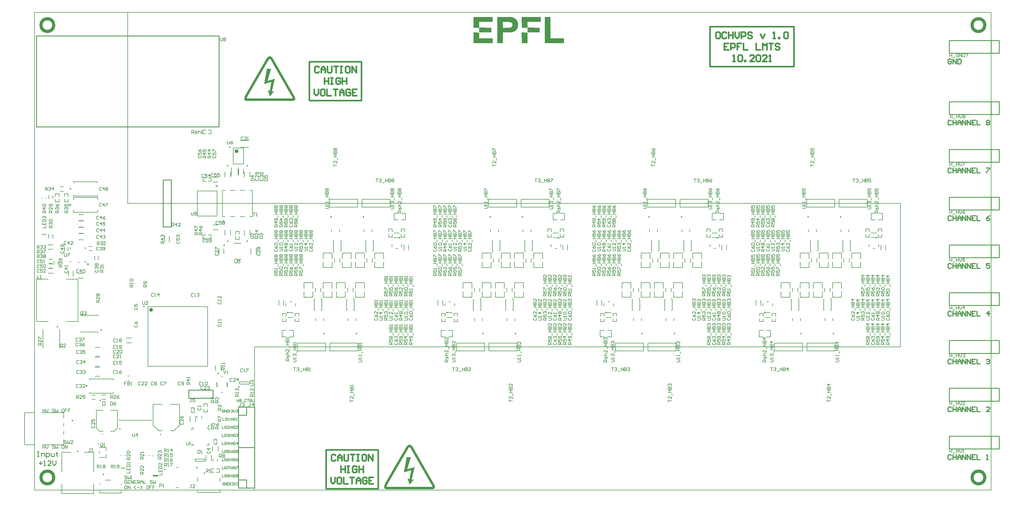
<source format=gto>
G04*
G04 #@! TF.GenerationSoftware,Altium Limited,Altium Designer,24.3.1 (35)*
G04*
G04 Layer_Color=65535*
%FSLAX44Y44*%
%MOMM*%
G71*
G04*
G04 #@! TF.SameCoordinates,92BC9782-8992-42D9-9517-A00A7AE7D45C*
G04*
G04*
G04 #@! TF.FilePolarity,Positive*
G04*
G01*
G75*
%ADD10C,0.1524*%
%ADD11C,0.2000*%
%ADD12C,0.2500*%
%ADD13C,0.1500*%
%ADD14C,1.0000*%
%ADD15C,0.6000*%
%ADD16C,0.4000*%
%ADD17C,0.1270*%
%ADD18C,0.2540*%
%ADD19C,0.5000*%
%ADD20C,0.3000*%
%ADD21C,0.0762*%
G36*
X1177082Y142920D02*
X1177898D01*
Y142716D01*
X1178511D01*
Y142511D01*
X1179123D01*
Y142307D01*
X1179531D01*
Y142103D01*
X1179939D01*
Y141899D01*
X1180143D01*
Y141695D01*
X1180552D01*
Y141491D01*
X1180756D01*
Y141287D01*
X1180960D01*
Y141083D01*
X1181368D01*
Y140878D01*
X1181572D01*
Y140674D01*
X1181776D01*
Y140470D01*
X1181981D01*
Y140266D01*
X1182185D01*
Y140062D01*
X1182389D01*
Y139858D01*
X1182593D01*
Y139654D01*
X1182797D01*
Y139450D01*
X1183001D01*
Y139246D01*
X1183205D01*
Y139041D01*
X1183409D01*
Y138837D01*
X1183614D01*
Y138429D01*
X1183818D01*
Y138225D01*
X1184022D01*
Y138021D01*
X1184226D01*
Y137613D01*
X1184430D01*
Y137409D01*
X1184634D01*
Y137204D01*
X1184838D01*
Y136796D01*
X1185042D01*
Y136592D01*
X1185246D01*
Y136388D01*
X1185451D01*
Y135980D01*
X1185655D01*
Y135571D01*
X1185859D01*
Y135367D01*
X1186063D01*
Y134959D01*
X1186267D01*
Y134755D01*
X1186471D01*
Y134347D01*
X1186675D01*
Y133938D01*
X1186879D01*
Y133734D01*
X1187084D01*
Y133326D01*
X1187288D01*
Y132918D01*
X1187492D01*
Y132510D01*
X1187696D01*
Y132305D01*
X1187900D01*
Y131897D01*
X1188104D01*
Y131489D01*
X1188308D01*
Y131081D01*
X1188512D01*
Y130673D01*
X1188716D01*
Y130264D01*
X1188921D01*
Y129856D01*
X1189125D01*
Y129652D01*
X1189329D01*
Y129244D01*
X1189533D01*
Y128835D01*
X1189737D01*
Y128427D01*
X1189941D01*
Y128223D01*
X1190145D01*
Y127815D01*
X1190349D01*
Y127407D01*
X1190554D01*
Y126998D01*
X1190758D01*
Y126794D01*
X1190962D01*
Y126386D01*
X1191166D01*
Y125978D01*
X1191370D01*
Y125774D01*
X1191574D01*
Y125365D01*
X1191778D01*
Y124957D01*
X1191982D01*
Y124549D01*
X1192186D01*
Y124141D01*
X1192391D01*
Y123937D01*
X1192595D01*
Y123528D01*
X1192799D01*
Y123120D01*
X1193003D01*
Y122916D01*
X1193207D01*
Y122508D01*
X1193411D01*
Y122100D01*
X1193615D01*
Y121691D01*
X1193819D01*
Y121487D01*
X1194024D01*
Y121079D01*
X1194228D01*
Y120671D01*
X1194432D01*
Y120262D01*
X1194636D01*
Y119854D01*
X1194840D01*
Y119650D01*
X1195044D01*
Y119242D01*
X1195248D01*
Y118834D01*
X1195452D01*
Y118630D01*
X1195657D01*
Y118221D01*
X1195861D01*
Y117813D01*
X1196065D01*
Y117405D01*
X1196269D01*
Y117201D01*
X1196473D01*
Y116792D01*
X1196677D01*
Y116384D01*
X1196881D01*
Y115976D01*
X1197085D01*
Y115568D01*
X1197289D01*
Y115364D01*
X1197494D01*
Y114955D01*
X1197698D01*
Y114547D01*
X1197902D01*
Y114343D01*
X1198106D01*
Y113935D01*
X1198310D01*
Y113527D01*
X1198514D01*
Y113118D01*
X1198718D01*
Y112710D01*
X1198922D01*
Y112506D01*
X1199127D01*
Y112098D01*
X1199331D01*
Y111690D01*
X1199535D01*
Y111485D01*
X1199739D01*
Y111077D01*
X1199943D01*
Y110669D01*
X1200147D01*
Y110465D01*
X1200351D01*
Y110056D01*
X1200555D01*
Y109648D01*
X1200759D01*
Y109240D01*
X1200964D01*
Y108832D01*
X1201168D01*
Y108628D01*
X1201372D01*
Y108219D01*
X1201576D01*
Y107811D01*
X1201780D01*
Y107607D01*
X1201984D01*
Y107199D01*
X1202188D01*
Y106791D01*
X1202392D01*
Y106382D01*
X1202597D01*
Y106178D01*
X1202801D01*
Y105770D01*
X1203005D01*
Y105362D01*
X1203209D01*
Y104954D01*
X1203413D01*
Y104545D01*
X1203617D01*
Y104137D01*
X1203821D01*
Y103933D01*
X1204025D01*
Y103525D01*
X1204229D01*
Y103117D01*
X1204434D01*
Y102912D01*
X1204638D01*
Y102504D01*
X1204842D01*
Y102096D01*
X1205046D01*
Y101688D01*
X1205250D01*
Y101484D01*
X1205454D01*
Y101075D01*
X1205658D01*
Y100667D01*
X1205862D01*
Y100259D01*
X1206067D01*
Y100055D01*
X1206271D01*
Y99647D01*
X1206475D01*
Y99238D01*
X1206679D01*
Y99034D01*
X1206883D01*
Y98626D01*
X1207087D01*
Y98218D01*
X1207291D01*
Y97809D01*
X1207495D01*
Y97401D01*
X1207700D01*
Y97197D01*
X1207904D01*
Y96789D01*
X1208108D01*
Y96381D01*
X1208312D01*
Y96177D01*
X1208516D01*
Y95768D01*
X1208720D01*
Y95360D01*
X1208924D01*
Y94952D01*
X1209128D01*
Y94748D01*
X1209332D01*
Y94339D01*
X1209537D01*
Y93931D01*
X1209741D01*
Y93523D01*
X1209945D01*
Y93115D01*
X1210149D01*
Y92911D01*
X1210353D01*
Y92502D01*
X1210557D01*
Y92094D01*
X1210761D01*
Y91890D01*
X1210965D01*
Y91482D01*
X1211170D01*
Y91074D01*
X1211374D01*
Y90665D01*
X1211578D01*
Y90461D01*
X1211782D01*
Y90053D01*
X1211986D01*
Y89645D01*
X1212190D01*
Y89236D01*
X1212394D01*
Y89032D01*
X1212598D01*
Y88624D01*
X1212802D01*
Y88216D01*
X1213007D01*
Y87808D01*
X1213211D01*
Y87604D01*
X1213415D01*
Y87195D01*
X1213619D01*
Y86787D01*
X1213823D01*
Y86379D01*
X1214027D01*
Y85970D01*
X1214231D01*
Y85766D01*
X1214435D01*
Y85358D01*
X1214640D01*
Y84950D01*
X1214844D01*
Y84746D01*
X1215048D01*
Y84338D01*
X1215252D01*
Y83929D01*
X1215456D01*
Y83725D01*
X1215660D01*
Y83317D01*
X1215864D01*
Y82909D01*
X1216068D01*
Y82500D01*
X1216272D01*
Y82296D01*
X1216477D01*
Y81888D01*
X1216681D01*
Y81480D01*
X1216885D01*
Y81072D01*
X1217089D01*
Y80868D01*
X1217293D01*
Y80459D01*
X1217497D01*
Y80051D01*
X1217701D01*
Y79643D01*
X1217905D01*
Y79439D01*
X1218110D01*
Y79030D01*
X1218314D01*
Y78622D01*
X1218518D01*
Y78214D01*
X1218722D01*
Y77806D01*
X1218926D01*
Y77602D01*
X1219130D01*
Y77193D01*
X1219334D01*
Y76785D01*
X1219538D01*
Y76377D01*
X1219743D01*
Y76173D01*
X1219947D01*
Y75765D01*
X1220151D01*
Y75356D01*
X1220355D01*
Y75152D01*
X1220559D01*
Y74744D01*
X1220763D01*
Y74336D01*
X1220967D01*
Y73927D01*
X1221171D01*
Y73519D01*
X1221375D01*
Y73315D01*
X1221580D01*
Y72907D01*
X1221784D01*
Y72499D01*
X1221988D01*
Y72091D01*
X1222192D01*
Y71886D01*
X1222396D01*
Y71478D01*
X1222600D01*
Y71070D01*
X1222804D01*
Y70662D01*
X1223008D01*
Y70458D01*
X1223213D01*
Y70049D01*
X1223417D01*
Y69641D01*
X1223621D01*
Y69233D01*
X1223825D01*
Y69029D01*
X1224029D01*
Y68620D01*
X1224233D01*
Y68212D01*
X1224437D01*
Y68008D01*
X1224641D01*
Y67600D01*
X1224846D01*
Y67192D01*
X1225050D01*
Y66783D01*
X1225254D01*
Y66579D01*
X1225458D01*
Y66171D01*
X1225662D01*
Y65763D01*
X1225866D01*
Y65354D01*
X1226070D01*
Y65150D01*
X1226274D01*
Y64742D01*
X1226478D01*
Y64334D01*
X1226683D01*
Y63926D01*
X1226887D01*
Y63722D01*
X1227091D01*
Y63313D01*
X1227295D01*
Y62905D01*
X1227499D01*
Y62497D01*
X1227703D01*
Y62293D01*
X1227907D01*
Y61884D01*
X1228111D01*
Y61476D01*
X1228316D01*
Y61068D01*
X1228520D01*
Y60864D01*
X1228724D01*
Y60456D01*
X1228928D01*
Y60047D01*
X1229132D01*
Y59639D01*
X1229336D01*
Y59231D01*
X1229540D01*
Y59027D01*
X1229744D01*
Y58619D01*
X1229948D01*
Y58210D01*
X1230153D01*
Y58006D01*
X1230357D01*
Y57598D01*
X1230561D01*
Y57190D01*
X1230765D01*
Y56782D01*
X1230969D01*
Y56577D01*
X1231173D01*
Y56169D01*
X1231377D01*
Y55761D01*
X1231581D01*
Y55353D01*
X1231786D01*
Y55149D01*
X1231990D01*
Y54740D01*
X1232194D01*
Y54332D01*
X1232398D01*
Y53924D01*
X1232602D01*
Y53516D01*
X1232806D01*
Y53312D01*
X1233010D01*
Y52903D01*
X1233214D01*
Y52495D01*
X1233418D01*
Y52291D01*
X1233623D01*
Y51883D01*
X1233827D01*
Y51474D01*
X1234031D01*
Y51066D01*
X1234235D01*
Y50862D01*
X1234439D01*
Y50454D01*
X1234643D01*
Y50046D01*
X1234847D01*
Y49637D01*
X1235051D01*
Y49433D01*
X1235256D01*
Y49025D01*
X1235460D01*
Y48617D01*
X1235664D01*
Y48209D01*
X1235868D01*
Y48004D01*
X1236072D01*
Y47596D01*
X1236276D01*
Y47188D01*
X1236480D01*
Y46780D01*
X1236684D01*
Y46576D01*
X1236889D01*
Y46167D01*
X1237093D01*
Y45759D01*
X1237297D01*
Y45351D01*
X1237501D01*
Y45147D01*
X1237705D01*
Y44738D01*
X1237909D01*
Y44330D01*
X1238113D01*
Y43922D01*
X1238317D01*
Y43718D01*
X1238521D01*
Y43310D01*
X1238726D01*
Y42902D01*
X1238930D01*
Y42493D01*
X1239134D01*
Y42289D01*
X1239338D01*
Y41881D01*
X1239542D01*
Y41473D01*
X1239746D01*
Y41269D01*
X1239950D01*
Y40860D01*
X1240154D01*
Y40452D01*
X1240359D01*
Y40044D01*
X1240563D01*
Y39840D01*
X1240767D01*
Y39432D01*
X1240971D01*
Y39023D01*
X1241175D01*
Y38615D01*
X1241379D01*
Y38207D01*
X1241583D01*
Y38003D01*
X1241787D01*
Y37594D01*
X1241991D01*
Y37186D01*
X1242196D01*
Y36982D01*
X1242400D01*
Y36574D01*
X1242604D01*
Y36166D01*
X1242808D01*
Y35757D01*
X1243012D01*
Y35553D01*
X1243216D01*
Y35145D01*
X1243420D01*
Y34737D01*
X1243624D01*
Y34328D01*
X1243829D01*
Y33920D01*
X1244033D01*
Y33716D01*
X1244237D01*
Y33308D01*
X1244441D01*
Y32900D01*
X1244645D01*
Y32491D01*
X1244849D01*
Y32287D01*
X1245053D01*
Y31879D01*
X1245257D01*
Y31471D01*
X1245461D01*
Y31063D01*
X1245666D01*
Y30859D01*
X1245870D01*
Y30450D01*
X1246074D01*
Y30042D01*
X1246278D01*
Y29838D01*
X1246482D01*
Y29430D01*
X1246686D01*
Y29021D01*
X1246890D01*
Y28817D01*
X1247094D01*
Y28409D01*
X1247299D01*
Y28001D01*
X1247503D01*
Y27797D01*
X1247707D01*
Y27388D01*
X1247911D01*
Y26980D01*
X1248115D01*
Y26572D01*
X1248319D01*
Y26368D01*
X1248523D01*
Y25960D01*
X1248727D01*
Y25551D01*
X1248932D01*
Y25347D01*
X1249136D01*
Y24939D01*
X1249340D01*
Y24531D01*
X1249544D01*
Y24123D01*
X1249748D01*
Y23918D01*
X1249952D01*
Y23510D01*
X1250156D01*
Y23102D01*
X1250360D01*
Y22898D01*
X1250564D01*
Y22490D01*
X1250769D01*
Y22081D01*
X1250973D01*
Y21673D01*
X1251177D01*
Y21265D01*
X1251381D01*
Y21061D01*
X1251585D01*
Y20652D01*
X1251789D01*
Y20244D01*
X1251993D01*
Y19836D01*
X1252197D01*
Y19428D01*
X1252402D01*
Y19020D01*
X1252606D01*
Y18611D01*
X1252810D01*
Y18407D01*
X1253014D01*
Y17999D01*
X1253218D01*
Y17591D01*
X1253422D01*
Y17183D01*
X1253626D01*
Y16774D01*
X1253830D01*
Y16366D01*
X1254034D01*
Y15958D01*
X1254239D01*
Y15345D01*
X1254443D01*
Y14733D01*
X1254647D01*
Y14325D01*
X1254851D01*
Y13917D01*
X1255055D01*
Y13100D01*
X1255259D01*
Y12692D01*
X1255463D01*
Y11875D01*
X1255667D01*
Y8405D01*
X1255463D01*
Y7793D01*
X1255259D01*
Y7181D01*
X1255055D01*
Y6773D01*
X1254851D01*
Y6364D01*
X1254647D01*
Y6160D01*
X1254443D01*
Y5956D01*
X1254239D01*
Y5548D01*
X1254034D01*
Y5344D01*
X1253830D01*
Y5139D01*
X1253422D01*
Y4935D01*
X1253218D01*
Y4731D01*
X1252810D01*
Y4527D01*
X1252606D01*
Y4323D01*
X1252197D01*
Y4119D01*
X1251789D01*
Y3915D01*
X1251381D01*
Y3711D01*
X1250564D01*
Y3507D01*
X1249748D01*
Y3302D01*
X1248523D01*
Y3098D01*
X1246686D01*
Y2894D01*
X1234031D01*
Y3098D01*
X1102782D01*
Y3302D01*
X1101558D01*
Y3507D01*
X1100741D01*
Y3711D01*
X1100129D01*
Y3915D01*
X1099721D01*
Y4119D01*
X1099312D01*
Y4323D01*
X1098904D01*
Y4527D01*
X1098700D01*
Y4731D01*
X1098292D01*
Y4935D01*
X1098088D01*
Y5139D01*
X1097884D01*
Y5344D01*
X1097680D01*
Y5548D01*
X1097475D01*
Y5752D01*
X1097271D01*
Y5956D01*
X1097067D01*
Y6364D01*
X1096863D01*
Y6568D01*
X1096659D01*
Y6977D01*
X1096455D01*
Y7589D01*
X1096251D01*
Y8201D01*
X1096047D01*
Y11875D01*
X1096251D01*
Y12896D01*
X1096455D01*
Y13508D01*
X1096659D01*
Y14325D01*
X1096863D01*
Y14733D01*
X1097067D01*
Y15345D01*
X1097271D01*
Y15958D01*
X1097475D01*
Y16570D01*
X1097680D01*
Y16978D01*
X1097884D01*
Y17591D01*
X1098088D01*
Y17999D01*
X1098292D01*
Y18407D01*
X1098496D01*
Y18815D01*
X1098700D01*
Y19224D01*
X1098904D01*
Y19836D01*
X1099108D01*
Y20244D01*
X1099312D01*
Y20652D01*
X1099517D01*
Y21265D01*
X1099721D01*
Y21673D01*
X1099925D01*
Y22081D01*
X1100129D01*
Y22490D01*
X1100333D01*
Y22898D01*
X1100537D01*
Y23306D01*
X1100741D01*
Y23714D01*
X1100945D01*
Y24123D01*
X1101150D01*
Y24531D01*
X1101354D01*
Y24939D01*
X1101558D01*
Y25347D01*
X1101762D01*
Y25756D01*
X1101966D01*
Y25960D01*
X1102170D01*
Y26368D01*
X1102374D01*
Y26776D01*
X1102578D01*
Y26980D01*
X1102782D01*
Y27388D01*
X1102987D01*
Y27797D01*
X1103191D01*
Y28205D01*
X1103395D01*
Y28409D01*
X1103599D01*
Y28817D01*
X1103803D01*
Y29225D01*
X1104007D01*
Y29430D01*
X1104211D01*
Y29838D01*
X1104415D01*
Y30246D01*
X1104620D01*
Y30654D01*
X1104824D01*
Y31063D01*
X1105028D01*
Y31267D01*
X1105232D01*
Y31675D01*
X1105436D01*
Y31879D01*
X1105640D01*
Y32287D01*
X1105844D01*
Y32696D01*
X1106048D01*
Y33104D01*
X1106252D01*
Y33512D01*
X1106457D01*
Y33716D01*
X1106661D01*
Y34124D01*
X1106865D01*
Y34328D01*
X1107069D01*
Y34737D01*
X1107273D01*
Y35145D01*
X1107477D01*
Y35553D01*
X1107681D01*
Y35961D01*
X1107885D01*
Y36166D01*
X1108090D01*
Y36574D01*
X1108294D01*
Y36982D01*
X1108498D01*
Y37186D01*
X1108702D01*
Y37594D01*
X1108906D01*
Y38003D01*
X1109110D01*
Y38411D01*
X1109314D01*
Y38615D01*
X1109518D01*
Y39023D01*
X1109723D01*
Y39432D01*
X1109927D01*
Y39840D01*
X1110131D01*
Y40044D01*
X1110335D01*
Y40452D01*
X1110539D01*
Y40860D01*
X1110743D01*
Y41269D01*
X1110947D01*
Y41473D01*
X1111151D01*
Y41881D01*
X1111355D01*
Y42085D01*
X1111560D01*
Y42493D01*
X1111764D01*
Y42902D01*
X1111968D01*
Y43310D01*
X1112172D01*
Y43514D01*
X1112376D01*
Y43922D01*
X1112580D01*
Y44330D01*
X1112784D01*
Y44738D01*
X1112988D01*
Y44943D01*
X1113193D01*
Y45351D01*
X1113397D01*
Y45759D01*
X1113601D01*
Y45963D01*
X1113805D01*
Y46371D01*
X1114009D01*
Y46780D01*
X1114213D01*
Y47188D01*
X1114417D01*
Y47392D01*
X1114621D01*
Y47800D01*
X1114825D01*
Y48209D01*
X1115030D01*
Y48617D01*
X1115234D01*
Y49025D01*
X1115438D01*
Y49229D01*
X1115642D01*
Y49637D01*
X1115846D01*
Y49841D01*
X1116050D01*
Y50250D01*
X1116254D01*
Y50658D01*
X1116458D01*
Y51066D01*
X1116663D01*
Y51474D01*
X1116867D01*
Y51679D01*
X1117071D01*
Y52087D01*
X1117275D01*
Y52495D01*
X1117479D01*
Y52699D01*
X1117683D01*
Y53107D01*
X1117887D01*
Y53516D01*
X1118091D01*
Y53924D01*
X1118296D01*
Y54128D01*
X1118500D01*
Y54536D01*
X1118704D01*
Y54945D01*
X1118908D01*
Y55353D01*
X1119112D01*
Y55557D01*
X1119316D01*
Y55965D01*
X1119520D01*
Y56373D01*
X1119724D01*
Y56577D01*
X1119928D01*
Y56986D01*
X1120133D01*
Y57394D01*
X1120337D01*
Y57598D01*
X1120541D01*
Y58006D01*
X1120745D01*
Y58415D01*
X1120949D01*
Y58823D01*
X1121153D01*
Y59027D01*
X1121357D01*
Y59435D01*
X1121561D01*
Y59843D01*
X1121766D01*
Y60047D01*
X1121970D01*
Y60456D01*
X1122174D01*
Y60864D01*
X1122378D01*
Y61272D01*
X1122582D01*
Y61476D01*
X1122786D01*
Y61884D01*
X1122990D01*
Y62293D01*
X1123194D01*
Y62497D01*
X1123398D01*
Y62905D01*
X1123603D01*
Y63313D01*
X1123807D01*
Y63722D01*
X1124011D01*
Y64130D01*
X1124215D01*
Y64334D01*
X1124419D01*
Y64742D01*
X1124623D01*
Y65150D01*
X1124827D01*
Y65354D01*
X1125031D01*
Y65763D01*
X1125236D01*
Y66171D01*
X1125440D01*
Y66579D01*
X1125644D01*
Y66783D01*
X1125848D01*
Y67192D01*
X1126052D01*
Y67600D01*
X1126256D01*
Y68008D01*
X1126460D01*
Y68212D01*
X1126664D01*
Y68620D01*
X1126868D01*
Y69029D01*
X1127073D01*
Y69233D01*
X1127277D01*
Y69641D01*
X1127481D01*
Y70049D01*
X1127685D01*
Y70253D01*
X1127889D01*
Y70662D01*
X1128093D01*
Y71070D01*
X1128297D01*
Y71478D01*
X1128501D01*
Y71886D01*
X1128706D01*
Y72091D01*
X1128910D01*
Y72499D01*
X1129114D01*
Y72703D01*
X1129318D01*
Y73111D01*
X1129522D01*
Y73519D01*
X1129726D01*
Y73927D01*
X1129930D01*
Y74132D01*
X1130134D01*
Y74540D01*
X1130339D01*
Y74948D01*
X1130543D01*
Y75356D01*
X1130747D01*
Y75560D01*
X1130951D01*
Y75969D01*
X1131155D01*
Y76377D01*
X1131359D01*
Y76785D01*
X1131563D01*
Y76989D01*
X1131767D01*
Y77397D01*
X1131971D01*
Y77806D01*
X1132176D01*
Y78010D01*
X1132380D01*
Y78418D01*
X1132584D01*
Y78826D01*
X1132788D01*
Y79235D01*
X1132992D01*
Y79439D01*
X1133196D01*
Y79847D01*
X1133400D01*
Y80255D01*
X1133604D01*
Y80663D01*
X1133809D01*
Y80868D01*
X1134013D01*
Y81276D01*
X1134217D01*
Y81684D01*
X1134421D01*
Y82092D01*
X1134625D01*
Y82296D01*
X1134829D01*
Y82705D01*
X1135033D01*
Y83113D01*
X1135237D01*
Y83317D01*
X1135441D01*
Y83725D01*
X1135646D01*
Y84134D01*
X1135850D01*
Y84338D01*
X1136054D01*
Y84746D01*
X1136258D01*
Y85154D01*
X1136462D01*
Y85562D01*
X1136666D01*
Y85766D01*
X1136870D01*
Y86175D01*
X1137074D01*
Y86583D01*
X1137279D01*
Y86991D01*
X1137483D01*
Y87195D01*
X1137687D01*
Y87604D01*
X1137891D01*
Y88012D01*
X1138095D01*
Y88216D01*
X1138299D01*
Y88624D01*
X1138503D01*
Y89032D01*
X1138707D01*
Y89440D01*
X1138912D01*
Y89645D01*
X1139116D01*
Y90053D01*
X1139320D01*
Y90461D01*
X1139524D01*
Y90665D01*
X1139728D01*
Y91074D01*
X1139932D01*
Y91482D01*
X1140136D01*
Y91890D01*
X1140340D01*
Y92094D01*
X1140544D01*
Y92502D01*
X1140749D01*
Y92911D01*
X1140953D01*
Y93115D01*
X1141157D01*
Y93523D01*
X1141361D01*
Y93931D01*
X1141565D01*
Y94339D01*
X1141769D01*
Y94748D01*
X1141973D01*
Y94952D01*
X1142177D01*
Y95360D01*
X1142382D01*
Y95768D01*
X1142586D01*
Y95972D01*
X1142790D01*
Y96381D01*
X1142994D01*
Y96789D01*
X1143198D01*
Y97197D01*
X1143402D01*
Y97401D01*
X1143606D01*
Y97809D01*
X1143810D01*
Y98218D01*
X1144014D01*
Y98422D01*
X1144219D01*
Y98830D01*
X1144423D01*
Y99238D01*
X1144627D01*
Y99647D01*
X1144831D01*
Y99851D01*
X1145035D01*
Y100259D01*
X1145239D01*
Y100667D01*
X1145443D01*
Y100871D01*
X1145647D01*
Y101279D01*
X1145852D01*
Y101688D01*
X1146056D01*
Y102096D01*
X1146260D01*
Y102300D01*
X1146464D01*
Y102708D01*
X1146668D01*
Y103117D01*
X1146872D01*
Y103321D01*
X1147076D01*
Y103729D01*
X1147280D01*
Y104137D01*
X1147484D01*
Y104545D01*
X1147689D01*
Y104749D01*
X1147893D01*
Y105158D01*
X1148097D01*
Y105566D01*
X1148301D01*
Y105974D01*
X1148505D01*
Y106178D01*
X1148709D01*
Y106587D01*
X1148913D01*
Y106995D01*
X1149117D01*
Y107403D01*
X1149322D01*
Y107607D01*
X1149526D01*
Y108015D01*
X1149730D01*
Y108424D01*
X1149934D01*
Y108628D01*
X1150138D01*
Y109036D01*
X1150342D01*
Y109444D01*
X1150546D01*
Y109852D01*
X1150750D01*
Y110056D01*
X1150955D01*
Y110465D01*
X1151159D01*
Y110873D01*
X1151363D01*
Y111077D01*
X1151567D01*
Y111485D01*
X1151771D01*
Y111894D01*
X1151975D01*
Y112302D01*
X1152179D01*
Y112506D01*
X1152383D01*
Y112914D01*
X1152587D01*
Y113322D01*
X1152792D01*
Y113731D01*
X1152996D01*
Y113935D01*
X1153200D01*
Y114343D01*
X1153404D01*
Y114751D01*
X1153608D01*
Y114955D01*
X1153812D01*
Y115364D01*
X1154016D01*
Y115772D01*
X1154220D01*
Y115976D01*
X1154425D01*
Y116384D01*
X1154629D01*
Y116792D01*
X1154833D01*
Y117201D01*
X1155037D01*
Y117609D01*
X1155241D01*
Y117813D01*
X1155445D01*
Y118221D01*
X1155649D01*
Y118630D01*
X1155853D01*
Y118834D01*
X1156057D01*
Y119242D01*
X1156262D01*
Y119650D01*
X1156466D01*
Y120058D01*
X1156670D01*
Y120262D01*
X1156874D01*
Y120671D01*
X1157078D01*
Y121079D01*
X1157282D01*
Y121487D01*
X1157486D01*
Y121691D01*
X1157690D01*
Y122100D01*
X1157895D01*
Y122508D01*
X1158099D01*
Y122916D01*
X1158303D01*
Y123120D01*
X1158507D01*
Y123528D01*
X1158711D01*
Y123733D01*
X1158915D01*
Y124141D01*
X1159119D01*
Y124549D01*
X1159323D01*
Y124957D01*
X1159527D01*
Y125365D01*
X1159732D01*
Y125774D01*
X1159936D01*
Y125978D01*
X1160140D01*
Y126386D01*
X1160344D01*
Y126794D01*
X1160548D01*
Y126998D01*
X1160752D01*
Y127407D01*
X1160956D01*
Y127611D01*
X1161160D01*
Y128019D01*
X1161365D01*
Y128427D01*
X1161569D01*
Y128835D01*
X1161773D01*
Y129040D01*
X1161977D01*
Y129448D01*
X1162181D01*
Y129856D01*
X1162385D01*
Y130264D01*
X1162589D01*
Y130468D01*
X1162793D01*
Y130877D01*
X1162998D01*
Y131285D01*
X1163202D01*
Y131693D01*
X1163406D01*
Y131897D01*
X1163610D01*
Y132305D01*
X1163814D01*
Y132714D01*
X1164018D01*
Y133122D01*
X1164222D01*
Y133326D01*
X1164426D01*
Y133734D01*
X1164630D01*
Y133938D01*
X1164835D01*
Y134347D01*
X1165039D01*
Y134551D01*
X1165243D01*
Y134959D01*
X1165447D01*
Y135367D01*
X1165651D01*
Y135571D01*
X1165855D01*
Y135980D01*
X1166059D01*
Y136184D01*
X1166263D01*
Y136592D01*
X1166468D01*
Y136796D01*
X1166672D01*
Y137204D01*
X1166876D01*
Y137409D01*
X1167080D01*
Y137613D01*
X1167284D01*
Y138021D01*
X1167488D01*
Y138225D01*
X1167692D01*
Y138429D01*
X1167896D01*
Y138633D01*
X1168100D01*
Y138837D01*
X1168305D01*
Y139041D01*
X1168509D01*
Y139450D01*
X1168713D01*
Y139654D01*
X1168917D01*
Y139858D01*
X1169121D01*
Y140062D01*
X1169325D01*
Y140266D01*
X1169529D01*
Y140470D01*
X1169938D01*
Y140674D01*
X1170142D01*
Y140878D01*
X1170346D01*
Y141083D01*
X1170550D01*
Y141287D01*
X1170958D01*
Y141491D01*
X1171162D01*
Y141695D01*
X1171366D01*
Y141899D01*
X1171775D01*
Y142103D01*
X1172183D01*
Y142307D01*
X1172591D01*
Y142511D01*
X1172999D01*
Y142716D01*
X1173612D01*
Y142920D01*
X1174632D01*
Y143124D01*
X1177082D01*
Y142920D01*
D02*
G37*
G36*
X738782Y1361880D02*
X739598D01*
Y1361676D01*
X740210D01*
Y1361471D01*
X740823D01*
Y1361267D01*
X741231D01*
Y1361063D01*
X741639D01*
Y1360859D01*
X741843D01*
Y1360655D01*
X742252D01*
Y1360451D01*
X742456D01*
Y1360247D01*
X742660D01*
Y1360043D01*
X743068D01*
Y1359839D01*
X743272D01*
Y1359634D01*
X743476D01*
Y1359430D01*
X743680D01*
Y1359226D01*
X743885D01*
Y1359022D01*
X744089D01*
Y1358818D01*
X744293D01*
Y1358614D01*
X744497D01*
Y1358410D01*
X744701D01*
Y1358206D01*
X744905D01*
Y1358001D01*
X745109D01*
Y1357797D01*
X745313D01*
Y1357389D01*
X745518D01*
Y1357185D01*
X745722D01*
Y1356981D01*
X745926D01*
Y1356573D01*
X746130D01*
Y1356369D01*
X746334D01*
Y1356164D01*
X746538D01*
Y1355756D01*
X746742D01*
Y1355552D01*
X746946D01*
Y1355348D01*
X747151D01*
Y1354940D01*
X747355D01*
Y1354531D01*
X747559D01*
Y1354327D01*
X747763D01*
Y1353919D01*
X747967D01*
Y1353715D01*
X748171D01*
Y1353307D01*
X748375D01*
Y1352898D01*
X748579D01*
Y1352694D01*
X748783D01*
Y1352286D01*
X748988D01*
Y1351878D01*
X749192D01*
Y1351470D01*
X749396D01*
Y1351266D01*
X749600D01*
Y1350857D01*
X749804D01*
Y1350449D01*
X750008D01*
Y1350041D01*
X750212D01*
Y1349633D01*
X750416D01*
Y1349224D01*
X750620D01*
Y1348816D01*
X750825D01*
Y1348612D01*
X751029D01*
Y1348204D01*
X751233D01*
Y1347796D01*
X751437D01*
Y1347387D01*
X751641D01*
Y1347183D01*
X751845D01*
Y1346775D01*
X752049D01*
Y1346367D01*
X752253D01*
Y1345958D01*
X752458D01*
Y1345754D01*
X752662D01*
Y1345346D01*
X752866D01*
Y1344938D01*
X753070D01*
Y1344734D01*
X753274D01*
Y1344326D01*
X753478D01*
Y1343917D01*
X753682D01*
Y1343509D01*
X753886D01*
Y1343101D01*
X754091D01*
Y1342897D01*
X754295D01*
Y1342488D01*
X754499D01*
Y1342080D01*
X754703D01*
Y1341876D01*
X754907D01*
Y1341468D01*
X755111D01*
Y1341060D01*
X755315D01*
Y1340651D01*
X755519D01*
Y1340447D01*
X755723D01*
Y1340039D01*
X755928D01*
Y1339631D01*
X756132D01*
Y1339223D01*
X756336D01*
Y1338814D01*
X756540D01*
Y1338610D01*
X756744D01*
Y1338202D01*
X756948D01*
Y1337794D01*
X757152D01*
Y1337590D01*
X757356D01*
Y1337181D01*
X757561D01*
Y1336773D01*
X757765D01*
Y1336365D01*
X757969D01*
Y1336161D01*
X758173D01*
Y1335752D01*
X758377D01*
Y1335344D01*
X758581D01*
Y1334936D01*
X758785D01*
Y1334528D01*
X758989D01*
Y1334324D01*
X759194D01*
Y1333915D01*
X759398D01*
Y1333507D01*
X759602D01*
Y1333303D01*
X759806D01*
Y1332895D01*
X760010D01*
Y1332487D01*
X760214D01*
Y1332078D01*
X760418D01*
Y1331670D01*
X760622D01*
Y1331466D01*
X760826D01*
Y1331058D01*
X761031D01*
Y1330650D01*
X761235D01*
Y1330445D01*
X761439D01*
Y1330037D01*
X761643D01*
Y1329629D01*
X761847D01*
Y1329425D01*
X762051D01*
Y1329017D01*
X762255D01*
Y1328608D01*
X762459D01*
Y1328200D01*
X762664D01*
Y1327792D01*
X762868D01*
Y1327588D01*
X763072D01*
Y1327180D01*
X763276D01*
Y1326771D01*
X763480D01*
Y1326567D01*
X763684D01*
Y1326159D01*
X763888D01*
Y1325751D01*
X764092D01*
Y1325342D01*
X764296D01*
Y1325138D01*
X764501D01*
Y1324730D01*
X764705D01*
Y1324322D01*
X764909D01*
Y1323914D01*
X765113D01*
Y1323505D01*
X765317D01*
Y1323097D01*
X765521D01*
Y1322893D01*
X765725D01*
Y1322485D01*
X765929D01*
Y1322077D01*
X766134D01*
Y1321872D01*
X766338D01*
Y1321464D01*
X766542D01*
Y1321056D01*
X766746D01*
Y1320648D01*
X766950D01*
Y1320444D01*
X767154D01*
Y1320035D01*
X767358D01*
Y1319627D01*
X767562D01*
Y1319219D01*
X767766D01*
Y1319015D01*
X767971D01*
Y1318607D01*
X768175D01*
Y1318198D01*
X768379D01*
Y1317994D01*
X768583D01*
Y1317586D01*
X768787D01*
Y1317178D01*
X768991D01*
Y1316769D01*
X769195D01*
Y1316361D01*
X769399D01*
Y1316157D01*
X769604D01*
Y1315749D01*
X769808D01*
Y1315341D01*
X770012D01*
Y1315137D01*
X770216D01*
Y1314728D01*
X770420D01*
Y1314320D01*
X770624D01*
Y1313912D01*
X770828D01*
Y1313708D01*
X771032D01*
Y1313299D01*
X771237D01*
Y1312891D01*
X771441D01*
Y1312483D01*
X771645D01*
Y1312075D01*
X771849D01*
Y1311871D01*
X772053D01*
Y1311462D01*
X772257D01*
Y1311054D01*
X772461D01*
Y1310850D01*
X772665D01*
Y1310442D01*
X772869D01*
Y1310034D01*
X773074D01*
Y1309625D01*
X773278D01*
Y1309421D01*
X773482D01*
Y1309013D01*
X773686D01*
Y1308605D01*
X773890D01*
Y1308196D01*
X774094D01*
Y1307992D01*
X774298D01*
Y1307584D01*
X774502D01*
Y1307176D01*
X774707D01*
Y1306768D01*
X774911D01*
Y1306564D01*
X775115D01*
Y1306155D01*
X775319D01*
Y1305747D01*
X775523D01*
Y1305339D01*
X775727D01*
Y1304931D01*
X775931D01*
Y1304726D01*
X776135D01*
Y1304318D01*
X776339D01*
Y1303910D01*
X776544D01*
Y1303706D01*
X776748D01*
Y1303298D01*
X776952D01*
Y1302889D01*
X777156D01*
Y1302685D01*
X777360D01*
Y1302277D01*
X777564D01*
Y1301869D01*
X777768D01*
Y1301461D01*
X777972D01*
Y1301256D01*
X778177D01*
Y1300848D01*
X778381D01*
Y1300440D01*
X778585D01*
Y1300032D01*
X778789D01*
Y1299828D01*
X778993D01*
Y1299419D01*
X779197D01*
Y1299011D01*
X779401D01*
Y1298603D01*
X779605D01*
Y1298399D01*
X779809D01*
Y1297991D01*
X780014D01*
Y1297582D01*
X780218D01*
Y1297174D01*
X780422D01*
Y1296766D01*
X780626D01*
Y1296562D01*
X780830D01*
Y1296153D01*
X781034D01*
Y1295745D01*
X781238D01*
Y1295337D01*
X781442D01*
Y1295133D01*
X781647D01*
Y1294725D01*
X781851D01*
Y1294316D01*
X782055D01*
Y1294112D01*
X782259D01*
Y1293704D01*
X782463D01*
Y1293296D01*
X782667D01*
Y1292888D01*
X782871D01*
Y1292479D01*
X783075D01*
Y1292275D01*
X783280D01*
Y1291867D01*
X783484D01*
Y1291459D01*
X783688D01*
Y1291051D01*
X783892D01*
Y1290846D01*
X784096D01*
Y1290438D01*
X784300D01*
Y1290030D01*
X784504D01*
Y1289622D01*
X784708D01*
Y1289418D01*
X784912D01*
Y1289009D01*
X785117D01*
Y1288601D01*
X785321D01*
Y1288193D01*
X785525D01*
Y1287989D01*
X785729D01*
Y1287580D01*
X785933D01*
Y1287172D01*
X786137D01*
Y1286968D01*
X786341D01*
Y1286560D01*
X786545D01*
Y1286152D01*
X786750D01*
Y1285743D01*
X786954D01*
Y1285539D01*
X787158D01*
Y1285131D01*
X787362D01*
Y1284723D01*
X787566D01*
Y1284315D01*
X787770D01*
Y1284110D01*
X787974D01*
Y1283702D01*
X788178D01*
Y1283294D01*
X788382D01*
Y1282886D01*
X788587D01*
Y1282682D01*
X788791D01*
Y1282273D01*
X788995D01*
Y1281865D01*
X789199D01*
Y1281457D01*
X789403D01*
Y1281253D01*
X789607D01*
Y1280845D01*
X789811D01*
Y1280436D01*
X790015D01*
Y1280028D01*
X790220D01*
Y1279824D01*
X790424D01*
Y1279416D01*
X790628D01*
Y1279007D01*
X790832D01*
Y1278599D01*
X791036D01*
Y1278191D01*
X791240D01*
Y1277987D01*
X791444D01*
Y1277579D01*
X791648D01*
Y1277170D01*
X791852D01*
Y1276966D01*
X792057D01*
Y1276558D01*
X792261D01*
Y1276150D01*
X792465D01*
Y1275742D01*
X792669D01*
Y1275537D01*
X792873D01*
Y1275129D01*
X793077D01*
Y1274721D01*
X793281D01*
Y1274313D01*
X793485D01*
Y1274109D01*
X793690D01*
Y1273700D01*
X793894D01*
Y1273292D01*
X794098D01*
Y1272884D01*
X794302D01*
Y1272476D01*
X794506D01*
Y1272271D01*
X794710D01*
Y1271863D01*
X794914D01*
Y1271455D01*
X795118D01*
Y1271251D01*
X795323D01*
Y1270843D01*
X795527D01*
Y1270434D01*
X795731D01*
Y1270026D01*
X795935D01*
Y1269822D01*
X796139D01*
Y1269414D01*
X796343D01*
Y1269006D01*
X796547D01*
Y1268597D01*
X796751D01*
Y1268393D01*
X796955D01*
Y1267985D01*
X797160D01*
Y1267577D01*
X797364D01*
Y1267169D01*
X797568D01*
Y1266964D01*
X797772D01*
Y1266556D01*
X797976D01*
Y1266148D01*
X798180D01*
Y1265740D01*
X798384D01*
Y1265536D01*
X798588D01*
Y1265127D01*
X798793D01*
Y1264719D01*
X798997D01*
Y1264311D01*
X799201D01*
Y1264107D01*
X799405D01*
Y1263699D01*
X799609D01*
Y1263290D01*
X799813D01*
Y1262882D01*
X800017D01*
Y1262678D01*
X800221D01*
Y1262270D01*
X800425D01*
Y1261861D01*
X800630D01*
Y1261453D01*
X800834D01*
Y1261249D01*
X801038D01*
Y1260841D01*
X801242D01*
Y1260433D01*
X801446D01*
Y1260229D01*
X801650D01*
Y1259820D01*
X801854D01*
Y1259412D01*
X802058D01*
Y1259004D01*
X802263D01*
Y1258800D01*
X802467D01*
Y1258391D01*
X802671D01*
Y1257983D01*
X802875D01*
Y1257575D01*
X803079D01*
Y1257167D01*
X803283D01*
Y1256963D01*
X803487D01*
Y1256554D01*
X803691D01*
Y1256146D01*
X803895D01*
Y1255942D01*
X804100D01*
Y1255534D01*
X804304D01*
Y1255126D01*
X804508D01*
Y1254717D01*
X804712D01*
Y1254513D01*
X804916D01*
Y1254105D01*
X805120D01*
Y1253697D01*
X805324D01*
Y1253288D01*
X805528D01*
Y1252880D01*
X805733D01*
Y1252676D01*
X805937D01*
Y1252268D01*
X806141D01*
Y1251860D01*
X806345D01*
Y1251451D01*
X806549D01*
Y1251247D01*
X806753D01*
Y1250839D01*
X806957D01*
Y1250431D01*
X807161D01*
Y1250023D01*
X807366D01*
Y1249818D01*
X807570D01*
Y1249410D01*
X807774D01*
Y1249002D01*
X807978D01*
Y1248798D01*
X808182D01*
Y1248390D01*
X808386D01*
Y1247981D01*
X808590D01*
Y1247777D01*
X808794D01*
Y1247369D01*
X808998D01*
Y1246961D01*
X809203D01*
Y1246757D01*
X809407D01*
Y1246348D01*
X809611D01*
Y1245940D01*
X809815D01*
Y1245532D01*
X810019D01*
Y1245328D01*
X810223D01*
Y1244920D01*
X810427D01*
Y1244511D01*
X810631D01*
Y1244307D01*
X810836D01*
Y1243899D01*
X811040D01*
Y1243491D01*
X811244D01*
Y1243083D01*
X811448D01*
Y1242878D01*
X811652D01*
Y1242470D01*
X811856D01*
Y1242062D01*
X812060D01*
Y1241858D01*
X812264D01*
Y1241450D01*
X812468D01*
Y1241041D01*
X812673D01*
Y1240633D01*
X812877D01*
Y1240225D01*
X813081D01*
Y1240021D01*
X813285D01*
Y1239613D01*
X813489D01*
Y1239204D01*
X813693D01*
Y1238796D01*
X813897D01*
Y1238388D01*
X814101D01*
Y1237980D01*
X814306D01*
Y1237571D01*
X814510D01*
Y1237367D01*
X814714D01*
Y1236959D01*
X814918D01*
Y1236551D01*
X815122D01*
Y1236143D01*
X815326D01*
Y1235734D01*
X815530D01*
Y1235326D01*
X815734D01*
Y1234918D01*
X815939D01*
Y1234305D01*
X816143D01*
Y1233693D01*
X816347D01*
Y1233285D01*
X816551D01*
Y1232877D01*
X816755D01*
Y1232060D01*
X816959D01*
Y1231652D01*
X817163D01*
Y1230835D01*
X817367D01*
Y1227365D01*
X817163D01*
Y1226753D01*
X816959D01*
Y1226141D01*
X816755D01*
Y1225732D01*
X816551D01*
Y1225324D01*
X816347D01*
Y1225120D01*
X816143D01*
Y1224916D01*
X815939D01*
Y1224508D01*
X815734D01*
Y1224304D01*
X815530D01*
Y1224100D01*
X815122D01*
Y1223895D01*
X814918D01*
Y1223691D01*
X814510D01*
Y1223487D01*
X814306D01*
Y1223283D01*
X813897D01*
Y1223079D01*
X813489D01*
Y1222875D01*
X813081D01*
Y1222671D01*
X812264D01*
Y1222467D01*
X811448D01*
Y1222262D01*
X810223D01*
Y1222058D01*
X808386D01*
Y1221854D01*
X795731D01*
Y1222058D01*
X664482D01*
Y1222262D01*
X663258D01*
Y1222467D01*
X662441D01*
Y1222671D01*
X661829D01*
Y1222875D01*
X661421D01*
Y1223079D01*
X661012D01*
Y1223283D01*
X660604D01*
Y1223487D01*
X660400D01*
Y1223691D01*
X659992D01*
Y1223895D01*
X659788D01*
Y1224100D01*
X659584D01*
Y1224304D01*
X659380D01*
Y1224508D01*
X659175D01*
Y1224712D01*
X658971D01*
Y1224916D01*
X658767D01*
Y1225324D01*
X658563D01*
Y1225528D01*
X658359D01*
Y1225937D01*
X658155D01*
Y1226549D01*
X657951D01*
Y1227161D01*
X657747D01*
Y1230835D01*
X657951D01*
Y1231856D01*
X658155D01*
Y1232468D01*
X658359D01*
Y1233285D01*
X658563D01*
Y1233693D01*
X658767D01*
Y1234305D01*
X658971D01*
Y1234918D01*
X659175D01*
Y1235530D01*
X659380D01*
Y1235938D01*
X659584D01*
Y1236551D01*
X659788D01*
Y1236959D01*
X659992D01*
Y1237367D01*
X660196D01*
Y1237775D01*
X660400D01*
Y1238184D01*
X660604D01*
Y1238796D01*
X660808D01*
Y1239204D01*
X661012D01*
Y1239613D01*
X661217D01*
Y1240225D01*
X661421D01*
Y1240633D01*
X661625D01*
Y1241041D01*
X661829D01*
Y1241450D01*
X662033D01*
Y1241858D01*
X662237D01*
Y1242266D01*
X662441D01*
Y1242674D01*
X662645D01*
Y1243083D01*
X662850D01*
Y1243491D01*
X663054D01*
Y1243899D01*
X663258D01*
Y1244307D01*
X663462D01*
Y1244715D01*
X663666D01*
Y1244920D01*
X663870D01*
Y1245328D01*
X664074D01*
Y1245736D01*
X664278D01*
Y1245940D01*
X664482D01*
Y1246348D01*
X664687D01*
Y1246757D01*
X664891D01*
Y1247165D01*
X665095D01*
Y1247369D01*
X665299D01*
Y1247777D01*
X665503D01*
Y1248186D01*
X665707D01*
Y1248390D01*
X665911D01*
Y1248798D01*
X666115D01*
Y1249206D01*
X666320D01*
Y1249614D01*
X666524D01*
Y1250023D01*
X666728D01*
Y1250227D01*
X666932D01*
Y1250635D01*
X667136D01*
Y1250839D01*
X667340D01*
Y1251247D01*
X667544D01*
Y1251656D01*
X667748D01*
Y1252064D01*
X667952D01*
Y1252472D01*
X668157D01*
Y1252676D01*
X668361D01*
Y1253084D01*
X668565D01*
Y1253288D01*
X668769D01*
Y1253697D01*
X668973D01*
Y1254105D01*
X669177D01*
Y1254513D01*
X669381D01*
Y1254921D01*
X669585D01*
Y1255126D01*
X669790D01*
Y1255534D01*
X669994D01*
Y1255942D01*
X670198D01*
Y1256146D01*
X670402D01*
Y1256554D01*
X670606D01*
Y1256963D01*
X670810D01*
Y1257371D01*
X671014D01*
Y1257575D01*
X671218D01*
Y1257983D01*
X671423D01*
Y1258391D01*
X671627D01*
Y1258800D01*
X671831D01*
Y1259004D01*
X672035D01*
Y1259412D01*
X672239D01*
Y1259820D01*
X672443D01*
Y1260229D01*
X672647D01*
Y1260433D01*
X672851D01*
Y1260841D01*
X673055D01*
Y1261045D01*
X673260D01*
Y1261453D01*
X673464D01*
Y1261861D01*
X673668D01*
Y1262270D01*
X673872D01*
Y1262474D01*
X674076D01*
Y1262882D01*
X674280D01*
Y1263290D01*
X674484D01*
Y1263699D01*
X674688D01*
Y1263903D01*
X674893D01*
Y1264311D01*
X675097D01*
Y1264719D01*
X675301D01*
Y1264923D01*
X675505D01*
Y1265331D01*
X675709D01*
Y1265740D01*
X675913D01*
Y1266148D01*
X676117D01*
Y1266352D01*
X676321D01*
Y1266760D01*
X676525D01*
Y1267169D01*
X676730D01*
Y1267577D01*
X676934D01*
Y1267985D01*
X677138D01*
Y1268189D01*
X677342D01*
Y1268597D01*
X677546D01*
Y1268801D01*
X677750D01*
Y1269210D01*
X677954D01*
Y1269618D01*
X678158D01*
Y1270026D01*
X678363D01*
Y1270434D01*
X678567D01*
Y1270639D01*
X678771D01*
Y1271047D01*
X678975D01*
Y1271455D01*
X679179D01*
Y1271659D01*
X679383D01*
Y1272067D01*
X679587D01*
Y1272476D01*
X679791D01*
Y1272884D01*
X679995D01*
Y1273088D01*
X680200D01*
Y1273496D01*
X680404D01*
Y1273904D01*
X680608D01*
Y1274313D01*
X680812D01*
Y1274517D01*
X681016D01*
Y1274925D01*
X681220D01*
Y1275333D01*
X681424D01*
Y1275537D01*
X681628D01*
Y1275946D01*
X681833D01*
Y1276354D01*
X682037D01*
Y1276558D01*
X682241D01*
Y1276966D01*
X682445D01*
Y1277374D01*
X682649D01*
Y1277783D01*
X682853D01*
Y1277987D01*
X683057D01*
Y1278395D01*
X683261D01*
Y1278803D01*
X683465D01*
Y1279007D01*
X683670D01*
Y1279416D01*
X683874D01*
Y1279824D01*
X684078D01*
Y1280232D01*
X684282D01*
Y1280436D01*
X684486D01*
Y1280845D01*
X684690D01*
Y1281253D01*
X684894D01*
Y1281457D01*
X685098D01*
Y1281865D01*
X685303D01*
Y1282273D01*
X685507D01*
Y1282682D01*
X685711D01*
Y1283090D01*
X685915D01*
Y1283294D01*
X686119D01*
Y1283702D01*
X686323D01*
Y1284110D01*
X686527D01*
Y1284315D01*
X686731D01*
Y1284723D01*
X686936D01*
Y1285131D01*
X687140D01*
Y1285539D01*
X687344D01*
Y1285743D01*
X687548D01*
Y1286152D01*
X687752D01*
Y1286560D01*
X687956D01*
Y1286968D01*
X688160D01*
Y1287172D01*
X688364D01*
Y1287580D01*
X688568D01*
Y1287989D01*
X688773D01*
Y1288193D01*
X688977D01*
Y1288601D01*
X689181D01*
Y1289009D01*
X689385D01*
Y1289213D01*
X689589D01*
Y1289622D01*
X689793D01*
Y1290030D01*
X689997D01*
Y1290438D01*
X690201D01*
Y1290846D01*
X690406D01*
Y1291051D01*
X690610D01*
Y1291459D01*
X690814D01*
Y1291663D01*
X691018D01*
Y1292071D01*
X691222D01*
Y1292479D01*
X691426D01*
Y1292888D01*
X691630D01*
Y1293092D01*
X691834D01*
Y1293500D01*
X692038D01*
Y1293908D01*
X692243D01*
Y1294316D01*
X692447D01*
Y1294521D01*
X692651D01*
Y1294929D01*
X692855D01*
Y1295337D01*
X693059D01*
Y1295745D01*
X693263D01*
Y1295949D01*
X693467D01*
Y1296358D01*
X693671D01*
Y1296766D01*
X693876D01*
Y1296970D01*
X694080D01*
Y1297378D01*
X694284D01*
Y1297786D01*
X694488D01*
Y1298195D01*
X694692D01*
Y1298399D01*
X694896D01*
Y1298807D01*
X695100D01*
Y1299215D01*
X695304D01*
Y1299623D01*
X695508D01*
Y1299828D01*
X695713D01*
Y1300236D01*
X695917D01*
Y1300644D01*
X696121D01*
Y1301052D01*
X696325D01*
Y1301256D01*
X696529D01*
Y1301665D01*
X696733D01*
Y1302073D01*
X696937D01*
Y1302277D01*
X697141D01*
Y1302685D01*
X697346D01*
Y1303094D01*
X697550D01*
Y1303298D01*
X697754D01*
Y1303706D01*
X697958D01*
Y1304114D01*
X698162D01*
Y1304522D01*
X698366D01*
Y1304726D01*
X698570D01*
Y1305135D01*
X698774D01*
Y1305543D01*
X698979D01*
Y1305951D01*
X699183D01*
Y1306155D01*
X699387D01*
Y1306564D01*
X699591D01*
Y1306972D01*
X699795D01*
Y1307176D01*
X699999D01*
Y1307584D01*
X700203D01*
Y1307992D01*
X700407D01*
Y1308401D01*
X700611D01*
Y1308605D01*
X700816D01*
Y1309013D01*
X701020D01*
Y1309421D01*
X701224D01*
Y1309625D01*
X701428D01*
Y1310034D01*
X701632D01*
Y1310442D01*
X701836D01*
Y1310850D01*
X702040D01*
Y1311054D01*
X702244D01*
Y1311462D01*
X702449D01*
Y1311871D01*
X702653D01*
Y1312075D01*
X702857D01*
Y1312483D01*
X703061D01*
Y1312891D01*
X703265D01*
Y1313299D01*
X703469D01*
Y1313708D01*
X703673D01*
Y1313912D01*
X703877D01*
Y1314320D01*
X704081D01*
Y1314728D01*
X704286D01*
Y1314932D01*
X704490D01*
Y1315341D01*
X704694D01*
Y1315749D01*
X704898D01*
Y1316157D01*
X705102D01*
Y1316361D01*
X705306D01*
Y1316769D01*
X705510D01*
Y1317178D01*
X705714D01*
Y1317382D01*
X705919D01*
Y1317790D01*
X706123D01*
Y1318198D01*
X706327D01*
Y1318607D01*
X706531D01*
Y1318811D01*
X706735D01*
Y1319219D01*
X706939D01*
Y1319627D01*
X707143D01*
Y1319831D01*
X707347D01*
Y1320239D01*
X707551D01*
Y1320648D01*
X707756D01*
Y1321056D01*
X707960D01*
Y1321260D01*
X708164D01*
Y1321668D01*
X708368D01*
Y1322077D01*
X708572D01*
Y1322281D01*
X708776D01*
Y1322689D01*
X708980D01*
Y1323097D01*
X709184D01*
Y1323505D01*
X709389D01*
Y1323709D01*
X709593D01*
Y1324118D01*
X709797D01*
Y1324526D01*
X710001D01*
Y1324934D01*
X710205D01*
Y1325138D01*
X710409D01*
Y1325547D01*
X710613D01*
Y1325955D01*
X710817D01*
Y1326363D01*
X711021D01*
Y1326567D01*
X711226D01*
Y1326975D01*
X711430D01*
Y1327384D01*
X711634D01*
Y1327588D01*
X711838D01*
Y1327996D01*
X712042D01*
Y1328404D01*
X712246D01*
Y1328812D01*
X712450D01*
Y1329017D01*
X712654D01*
Y1329425D01*
X712859D01*
Y1329833D01*
X713063D01*
Y1330037D01*
X713267D01*
Y1330445D01*
X713471D01*
Y1330854D01*
X713675D01*
Y1331262D01*
X713879D01*
Y1331466D01*
X714083D01*
Y1331874D01*
X714287D01*
Y1332283D01*
X714492D01*
Y1332691D01*
X714696D01*
Y1332895D01*
X714900D01*
Y1333303D01*
X715104D01*
Y1333711D01*
X715308D01*
Y1333915D01*
X715512D01*
Y1334324D01*
X715716D01*
Y1334732D01*
X715920D01*
Y1334936D01*
X716124D01*
Y1335344D01*
X716329D01*
Y1335752D01*
X716533D01*
Y1336161D01*
X716737D01*
Y1336569D01*
X716941D01*
Y1336773D01*
X717145D01*
Y1337181D01*
X717349D01*
Y1337590D01*
X717553D01*
Y1337794D01*
X717757D01*
Y1338202D01*
X717962D01*
Y1338610D01*
X718166D01*
Y1339018D01*
X718370D01*
Y1339223D01*
X718574D01*
Y1339631D01*
X718778D01*
Y1340039D01*
X718982D01*
Y1340447D01*
X719186D01*
Y1340651D01*
X719390D01*
Y1341060D01*
X719594D01*
Y1341468D01*
X719799D01*
Y1341876D01*
X720003D01*
Y1342080D01*
X720207D01*
Y1342488D01*
X720411D01*
Y1342693D01*
X720615D01*
Y1343101D01*
X720819D01*
Y1343509D01*
X721023D01*
Y1343917D01*
X721227D01*
Y1344326D01*
X721432D01*
Y1344734D01*
X721636D01*
Y1344938D01*
X721840D01*
Y1345346D01*
X722044D01*
Y1345754D01*
X722248D01*
Y1345958D01*
X722452D01*
Y1346367D01*
X722656D01*
Y1346571D01*
X722860D01*
Y1346979D01*
X723064D01*
Y1347387D01*
X723269D01*
Y1347796D01*
X723473D01*
Y1348000D01*
X723677D01*
Y1348408D01*
X723881D01*
Y1348816D01*
X724085D01*
Y1349224D01*
X724289D01*
Y1349428D01*
X724493D01*
Y1349837D01*
X724697D01*
Y1350245D01*
X724902D01*
Y1350653D01*
X725106D01*
Y1350857D01*
X725310D01*
Y1351266D01*
X725514D01*
Y1351674D01*
X725718D01*
Y1352082D01*
X725922D01*
Y1352286D01*
X726126D01*
Y1352694D01*
X726330D01*
Y1352898D01*
X726535D01*
Y1353307D01*
X726739D01*
Y1353511D01*
X726943D01*
Y1353919D01*
X727147D01*
Y1354327D01*
X727351D01*
Y1354531D01*
X727555D01*
Y1354940D01*
X727759D01*
Y1355144D01*
X727963D01*
Y1355552D01*
X728167D01*
Y1355756D01*
X728372D01*
Y1356164D01*
X728576D01*
Y1356369D01*
X728780D01*
Y1356573D01*
X728984D01*
Y1356981D01*
X729188D01*
Y1357185D01*
X729392D01*
Y1357389D01*
X729596D01*
Y1357593D01*
X729800D01*
Y1357797D01*
X730005D01*
Y1358001D01*
X730209D01*
Y1358410D01*
X730413D01*
Y1358614D01*
X730617D01*
Y1358818D01*
X730821D01*
Y1359022D01*
X731025D01*
Y1359226D01*
X731229D01*
Y1359430D01*
X731637D01*
Y1359634D01*
X731842D01*
Y1359839D01*
X732046D01*
Y1360043D01*
X732250D01*
Y1360247D01*
X732658D01*
Y1360451D01*
X732862D01*
Y1360655D01*
X733066D01*
Y1360859D01*
X733475D01*
Y1361063D01*
X733883D01*
Y1361267D01*
X734291D01*
Y1361471D01*
X734699D01*
Y1361676D01*
X735312D01*
Y1361880D01*
X736332D01*
Y1362084D01*
X738782D01*
Y1361880D01*
D02*
G37*
G36*
X139955Y713541D02*
X136145D01*
Y716081D01*
X139955D01*
Y713541D01*
D02*
G37*
G36*
X1436177Y1485042D02*
X1436313Y1484905D01*
X1436368Y1484686D01*
X1436313Y1470036D01*
X1436177Y1469900D01*
X1435958Y1469845D01*
X1434919Y1469900D01*
X1395206Y1469872D01*
X1394632Y1469900D01*
X1394386Y1469708D01*
X1394331Y1469326D01*
X1394386Y1468943D01*
X1394359Y1452298D01*
X1394495Y1452106D01*
X1394577Y1452024D01*
X1394960Y1451970D01*
X1395179Y1452024D01*
X1432569Y1451970D01*
X1432706Y1451669D01*
X1432651Y1450466D01*
X1432678Y1437101D01*
X1432596Y1436910D01*
X1432514Y1436828D01*
X1432132Y1436773D01*
X1431913Y1436828D01*
X1394413Y1436882D01*
X1394386Y1451013D01*
X1394441Y1451068D01*
X1394386Y1451232D01*
X1394331Y1451341D01*
X1394195Y1451478D01*
X1393976Y1451532D01*
X1393238Y1451505D01*
X1377303Y1451532D01*
X1377139Y1451478D01*
X1376702Y1451532D01*
X1376565Y1451669D01*
X1376511Y1452052D01*
X1376565Y1452598D01*
Y1482554D01*
Y1482609D01*
X1376538Y1484768D01*
X1376620Y1484960D01*
X1376702Y1485042D01*
X1376921Y1485096D01*
X1377604Y1485069D01*
X1435247Y1485096D01*
X1435412Y1485042D01*
X1435630Y1485096D01*
X1436177Y1485042D01*
D02*
G37*
G36*
X1377631Y1436773D02*
X1394359Y1436718D01*
X1394386Y1419144D01*
X1394331Y1418980D01*
X1394386Y1418597D01*
X1394523Y1418460D01*
X1394741Y1418406D01*
X1395424Y1418433D01*
X1435576Y1418406D01*
X1435739Y1418460D01*
X1436177Y1418406D01*
X1436313Y1418269D01*
X1436368Y1418051D01*
X1436313Y1403400D01*
X1436122Y1403209D01*
X1376702Y1403264D01*
X1376565Y1403400D01*
X1376511Y1403783D01*
X1376565Y1404330D01*
Y1432372D01*
Y1432427D01*
X1376538Y1436500D01*
X1376620Y1436691D01*
X1376702Y1436773D01*
X1377085Y1436828D01*
X1377631Y1436773D01*
D02*
G37*
G36*
X1451920Y1485588D02*
X1492208Y1485534D01*
X1492317Y1485479D01*
X1492481Y1485534D01*
X1493055Y1485452D01*
X1493356Y1485370D01*
X1494039Y1485288D01*
X1494367Y1485233D01*
X1494804Y1485178D01*
X1495078Y1485124D01*
X1495515Y1485069D01*
X1496116Y1485014D01*
X1496663Y1484905D01*
X1497456Y1484659D01*
X1497674Y1484604D01*
X1498057Y1484550D01*
X1498522Y1484468D01*
X1498740Y1484413D01*
X1499014Y1484304D01*
X1499478Y1484112D01*
X1500134Y1484003D01*
X1500353Y1483948D01*
X1500845Y1483675D01*
X1501227Y1483511D01*
X1501637Y1483429D01*
X1501911Y1483320D01*
X1502485Y1483019D01*
X1502867Y1482910D01*
X1503359Y1482636D01*
X1503742Y1482472D01*
X1504097Y1482336D01*
X1504289Y1482199D01*
X1504617Y1481980D01*
X1504972Y1481844D01*
X1505300Y1481625D01*
X1505382Y1481543D01*
X1505491Y1481488D01*
X1506093Y1481160D01*
X1506202Y1481051D01*
X1506311Y1480997D01*
X1506913Y1480668D01*
X1506994Y1480587D01*
X1507022Y1480504D01*
X1507131Y1480450D01*
X1507514Y1480231D01*
X1507787Y1479958D01*
X1507896Y1479903D01*
X1508279Y1479630D01*
X1508388Y1479466D01*
X1508498Y1479411D01*
X1508607Y1479302D01*
X1508716Y1479247D01*
X1509099Y1478865D01*
X1509208Y1478810D01*
X1509400Y1478619D01*
X1509454Y1478509D01*
X1509646Y1478318D01*
X1509755Y1478263D01*
X1509946Y1478072D01*
X1510001Y1477963D01*
X1510138Y1477826D01*
X1510247Y1477771D01*
X1510438Y1477580D01*
X1510493Y1477471D01*
X1510684Y1477279D01*
X1510794Y1477225D01*
X1510930Y1477088D01*
X1510985Y1476979D01*
X1511368Y1476596D01*
X1511422Y1476487D01*
X1511668Y1476186D01*
X1511914Y1475940D01*
X1512133Y1475557D01*
X1512352Y1475339D01*
X1512570Y1474956D01*
X1512816Y1474655D01*
X1513172Y1474027D01*
X1513336Y1473863D01*
X1513390Y1473753D01*
X1513499Y1473480D01*
X1513773Y1472988D01*
X1513882Y1472879D01*
X1513937Y1472660D01*
X1513964Y1472633D01*
X1514183Y1472032D01*
X1514265Y1471949D01*
X1514319Y1471840D01*
X1514538Y1471348D01*
X1514648Y1470911D01*
X1514921Y1470474D01*
X1515030Y1470091D01*
X1515167Y1469462D01*
X1515468Y1468834D01*
X1515577Y1468178D01*
X1515631Y1467959D01*
X1515686Y1467522D01*
X1515905Y1466975D01*
X1515987Y1466620D01*
X1516096Y1466073D01*
X1516151Y1465472D01*
X1516205Y1464816D01*
X1516315Y1464160D01*
X1516397Y1463094D01*
X1516506Y1462821D01*
X1516561Y1462110D01*
X1516506Y1459705D01*
X1516451Y1459541D01*
X1516397Y1459322D01*
X1516342Y1458939D01*
X1516287Y1458010D01*
X1516233Y1457846D01*
X1516151Y1457163D01*
X1516096Y1456452D01*
X1515987Y1455851D01*
X1515795Y1455222D01*
X1515631Y1454566D01*
X1515549Y1453992D01*
X1515495Y1453719D01*
X1515385Y1453446D01*
X1515303Y1453364D01*
X1515249Y1453145D01*
X1515139Y1452872D01*
X1514975Y1452106D01*
X1514702Y1451724D01*
X1514593Y1451286D01*
X1514511Y1450986D01*
X1514101Y1450193D01*
X1514046Y1449974D01*
X1513937Y1449701D01*
X1513773Y1449428D01*
X1513663Y1449319D01*
X1513445Y1448826D01*
X1513390Y1448717D01*
X1513144Y1448416D01*
X1513062Y1448335D01*
X1512953Y1448061D01*
X1512734Y1447679D01*
X1512625Y1447569D01*
X1512570Y1447460D01*
X1512352Y1447132D01*
X1512297Y1447023D01*
X1512024Y1446749D01*
X1511969Y1446640D01*
X1511696Y1446257D01*
X1511614Y1446175D01*
X1511532Y1446148D01*
X1511477Y1446039D01*
X1511094Y1445547D01*
X1510930Y1445383D01*
X1510876Y1445273D01*
X1510739Y1445137D01*
X1510630Y1445082D01*
X1510438Y1444891D01*
X1510384Y1444781D01*
X1510192Y1444590D01*
X1510083Y1444535D01*
X1509892Y1444344D01*
X1509837Y1444235D01*
X1509700Y1444098D01*
X1509591Y1444043D01*
X1509400Y1443852D01*
X1509345Y1443743D01*
X1509154Y1443551D01*
X1509044Y1443497D01*
X1508607Y1443059D01*
X1508498Y1443005D01*
X1508361Y1442923D01*
X1508306Y1442813D01*
X1508115Y1442622D01*
X1507842Y1442458D01*
X1507568Y1442185D01*
X1507459Y1442130D01*
X1506967Y1441857D01*
X1506694Y1441584D01*
X1506420Y1441474D01*
X1506311Y1441420D01*
X1506010Y1441174D01*
X1505273Y1440764D01*
X1504945Y1440545D01*
X1504589Y1440408D01*
X1504261Y1440190D01*
X1504179Y1440108D01*
X1503906Y1439998D01*
X1503469Y1439834D01*
X1503141Y1439615D01*
X1502867Y1439506D01*
X1502567Y1439424D01*
X1502293Y1439315D01*
X1501719Y1439014D01*
X1501063Y1438850D01*
X1500681Y1438632D01*
X1500298Y1438468D01*
X1499396Y1438276D01*
X1498658Y1437976D01*
X1498002Y1437866D01*
X1497538Y1437784D01*
X1497319Y1437730D01*
X1496690Y1437538D01*
X1496253Y1437429D01*
X1495870Y1437374D01*
X1495078Y1437292D01*
X1494804Y1437238D01*
X1494094Y1437128D01*
X1493602Y1437074D01*
X1493082Y1436992D01*
X1492918Y1436937D01*
X1492426Y1436882D01*
X1492262Y1436937D01*
X1492098Y1436882D01*
X1490896Y1436828D01*
X1469030Y1436773D01*
X1468893Y1436636D01*
X1468866Y1436281D01*
X1468893Y1403455D01*
X1468757Y1403264D01*
X1468538Y1403209D01*
X1451210Y1403264D01*
X1451073Y1403400D01*
X1451018Y1403783D01*
X1451073Y1404002D01*
X1451046Y1485260D01*
X1451155Y1485534D01*
X1451537Y1485643D01*
X1451920Y1485588D01*
D02*
G37*
G36*
X1587324Y1485042D02*
X1587460Y1484905D01*
X1587515Y1484686D01*
X1587460Y1483648D01*
X1587488Y1470118D01*
X1587351Y1469927D01*
X1587105Y1469845D01*
X1585903Y1469900D01*
X1546298Y1469872D01*
X1545779Y1469900D01*
X1545533Y1469708D01*
X1545478Y1469490D01*
X1545506Y1468697D01*
X1545478Y1453145D01*
X1545533Y1452981D01*
X1545478Y1452598D01*
X1545533Y1452216D01*
X1545724Y1452024D01*
X1546107Y1451970D01*
X1546271Y1452024D01*
X1550863D01*
X1583661Y1451970D01*
X1583798Y1451833D01*
X1583853Y1451450D01*
X1583798Y1451232D01*
X1583825Y1437101D01*
X1583716Y1436882D01*
X1583443Y1436773D01*
X1582568Y1436828D01*
X1545533Y1436855D01*
X1545478Y1451341D01*
X1545341Y1451478D01*
X1545123Y1451532D01*
X1544330Y1451505D01*
X1528450Y1451532D01*
X1528286Y1451478D01*
X1527849Y1451532D01*
X1527712Y1451669D01*
X1527658Y1451888D01*
X1527685Y1452516D01*
X1527658Y1484030D01*
X1527712Y1484194D01*
X1527658Y1484358D01*
X1527712Y1484905D01*
X1527849Y1485042D01*
X1528068Y1485096D01*
X1528751Y1485069D01*
X1586394Y1485096D01*
X1586558Y1485042D01*
X1586777Y1485096D01*
X1587324Y1485042D01*
D02*
G37*
G36*
X1528614Y1436773D02*
X1528669D01*
X1545478Y1436746D01*
X1545533Y1436199D01*
X1545478Y1436035D01*
X1545506Y1403482D01*
X1545369Y1403291D01*
X1545123Y1403209D01*
X1527849Y1403264D01*
X1527712Y1403400D01*
X1527658Y1403619D01*
X1527685Y1404193D01*
X1527658Y1435762D01*
X1527712Y1435871D01*
X1527658Y1436035D01*
X1527712Y1436636D01*
X1527849Y1436773D01*
X1528068Y1436828D01*
X1528614Y1436773D01*
D02*
G37*
G36*
X1617908Y1469052D02*
X1617963Y1418597D01*
X1618100Y1418460D01*
X1618318Y1418406D01*
X1618947Y1418433D01*
X1659153Y1418406D01*
X1659317Y1418460D01*
X1659754Y1418406D01*
X1659891Y1418269D01*
X1659945Y1417887D01*
X1659891Y1417668D01*
X1659918Y1403537D01*
X1659836Y1403346D01*
X1659754Y1403264D01*
X1659535Y1403209D01*
X1600224Y1403264D01*
X1600143Y1403346D01*
X1600088Y1403564D01*
X1600143Y1485452D01*
X1600279Y1485588D01*
X1600662Y1485643D01*
X1600826Y1485588D01*
X1617581Y1485616D01*
X1617854Y1485506D01*
X1617963Y1485124D01*
X1617908Y1484577D01*
Y1469107D01*
Y1469052D01*
D02*
G37*
%LPC*%
G36*
X1176061Y135571D02*
X1175449D01*
Y135367D01*
X1175245D01*
Y135163D01*
X1175041D01*
Y134959D01*
X1174836D01*
Y134755D01*
X1174632D01*
Y134551D01*
X1174224D01*
Y134143D01*
X1174020D01*
Y133938D01*
X1173816D01*
Y133734D01*
X1173612D01*
Y133530D01*
X1173408D01*
Y133326D01*
X1173203D01*
Y132918D01*
X1172999D01*
Y132714D01*
X1172795D01*
Y132510D01*
X1172591D01*
Y132101D01*
X1172387D01*
Y131897D01*
X1172183D01*
Y131489D01*
X1171979D01*
Y131285D01*
X1171775D01*
Y130877D01*
X1171571D01*
Y130673D01*
X1171366D01*
Y130264D01*
X1171162D01*
Y130060D01*
X1170958D01*
Y129652D01*
X1170754D01*
Y129244D01*
X1170550D01*
Y129040D01*
X1170346D01*
Y128631D01*
X1170142D01*
Y128223D01*
X1169938D01*
Y127815D01*
X1169733D01*
Y127611D01*
X1169529D01*
Y127203D01*
X1169325D01*
Y126794D01*
X1169121D01*
Y126386D01*
X1168917D01*
Y126182D01*
X1168713D01*
Y125774D01*
X1168509D01*
Y125365D01*
X1168305D01*
Y124957D01*
X1168100D01*
Y124549D01*
X1167896D01*
Y124345D01*
X1167692D01*
Y123937D01*
X1167488D01*
Y123528D01*
X1167284D01*
Y123324D01*
X1167080D01*
Y122916D01*
X1166876D01*
Y122508D01*
X1166672D01*
Y122100D01*
X1166468D01*
Y121895D01*
X1166263D01*
Y121487D01*
X1166059D01*
Y121079D01*
X1165855D01*
Y120875D01*
X1165651D01*
Y120467D01*
X1165447D01*
Y120058D01*
X1165243D01*
Y119650D01*
X1165039D01*
Y119446D01*
X1164835D01*
Y119038D01*
X1164630D01*
Y118834D01*
X1164426D01*
Y118221D01*
X1164222D01*
Y118017D01*
X1164018D01*
Y117609D01*
X1163814D01*
Y117201D01*
X1163610D01*
Y116792D01*
X1163406D01*
Y116588D01*
X1163202D01*
Y116180D01*
X1162998D01*
Y115976D01*
X1162793D01*
Y115568D01*
X1162589D01*
Y115160D01*
X1162385D01*
Y114751D01*
X1162181D01*
Y114547D01*
X1161977D01*
Y114139D01*
X1161773D01*
Y113731D01*
X1161569D01*
Y113527D01*
X1161365D01*
Y113118D01*
X1161160D01*
Y112710D01*
X1160956D01*
Y112302D01*
X1160752D01*
Y111894D01*
X1160548D01*
Y111690D01*
X1160344D01*
Y111281D01*
X1160140D01*
Y111077D01*
X1159936D01*
Y110669D01*
X1159732D01*
Y110261D01*
X1159527D01*
Y109852D01*
X1159323D01*
Y109444D01*
X1159119D01*
Y109240D01*
X1158915D01*
Y108832D01*
X1158711D01*
Y108424D01*
X1158507D01*
Y108219D01*
X1158303D01*
Y107811D01*
X1158099D01*
Y107403D01*
X1157895D01*
Y106995D01*
X1157690D01*
Y106587D01*
X1157486D01*
Y106382D01*
X1157282D01*
Y105974D01*
X1157078D01*
Y105770D01*
X1156874D01*
Y105362D01*
X1156670D01*
Y104954D01*
X1156466D01*
Y104545D01*
X1156262D01*
Y104137D01*
X1156057D01*
Y103933D01*
X1155853D01*
Y103525D01*
X1155649D01*
Y103117D01*
X1155445D01*
Y102912D01*
X1155241D01*
Y102504D01*
X1155037D01*
Y102096D01*
X1154833D01*
Y101892D01*
X1154629D01*
Y101484D01*
X1154425D01*
Y101075D01*
X1154220D01*
Y100667D01*
X1154016D01*
Y100463D01*
X1153812D01*
Y100055D01*
X1153608D01*
Y99647D01*
X1153404D01*
Y99238D01*
X1153200D01*
Y99034D01*
X1152996D01*
Y98626D01*
X1152792D01*
Y98218D01*
X1152587D01*
Y98013D01*
X1152383D01*
Y97605D01*
X1152179D01*
Y97197D01*
X1151975D01*
Y96789D01*
X1151771D01*
Y96585D01*
X1151567D01*
Y96177D01*
X1151363D01*
Y95768D01*
X1151159D01*
Y95360D01*
X1150955D01*
Y95156D01*
X1150750D01*
Y94748D01*
X1150546D01*
Y94339D01*
X1150342D01*
Y94135D01*
X1150138D01*
Y93727D01*
X1149934D01*
Y93319D01*
X1149730D01*
Y93115D01*
X1149526D01*
Y92706D01*
X1149322D01*
Y92298D01*
X1149117D01*
Y91890D01*
X1148913D01*
Y91482D01*
X1148709D01*
Y91278D01*
X1148505D01*
Y90869D01*
X1148301D01*
Y90461D01*
X1148097D01*
Y90257D01*
X1147893D01*
Y89849D01*
X1147689D01*
Y89440D01*
X1147484D01*
Y89236D01*
X1147280D01*
Y88828D01*
X1147076D01*
Y88420D01*
X1146872D01*
Y88216D01*
X1146668D01*
Y87808D01*
X1146464D01*
Y87399D01*
X1146260D01*
Y86991D01*
X1146056D01*
Y86583D01*
X1145852D01*
Y86379D01*
X1145647D01*
Y85970D01*
X1145443D01*
Y85562D01*
X1145239D01*
Y85358D01*
X1145035D01*
Y84950D01*
X1144831D01*
Y84542D01*
X1144627D01*
Y84134D01*
X1144423D01*
Y83929D01*
X1144219D01*
Y83521D01*
X1144014D01*
Y83113D01*
X1143810D01*
Y82705D01*
X1143606D01*
Y82500D01*
X1143402D01*
Y82092D01*
X1143198D01*
Y81684D01*
X1142994D01*
Y81276D01*
X1142790D01*
Y81072D01*
X1142586D01*
Y80663D01*
X1142382D01*
Y80255D01*
X1142177D01*
Y80051D01*
X1141973D01*
Y79643D01*
X1141769D01*
Y79235D01*
X1141565D01*
Y78826D01*
X1141361D01*
Y78622D01*
X1141157D01*
Y78214D01*
X1140953D01*
Y77806D01*
X1140749D01*
Y77602D01*
X1140544D01*
Y77193D01*
X1140340D01*
Y76785D01*
X1140136D01*
Y76377D01*
X1139932D01*
Y76173D01*
X1139728D01*
Y75765D01*
X1139524D01*
Y75356D01*
X1139320D01*
Y75152D01*
X1139116D01*
Y74744D01*
X1138912D01*
Y74336D01*
X1138707D01*
Y73927D01*
X1138503D01*
Y73723D01*
X1138299D01*
Y73315D01*
X1138095D01*
Y72907D01*
X1137891D01*
Y72703D01*
X1137687D01*
Y72295D01*
X1137483D01*
Y71886D01*
X1137279D01*
Y71478D01*
X1137074D01*
Y71274D01*
X1136870D01*
Y70866D01*
X1136666D01*
Y70458D01*
X1136462D01*
Y70253D01*
X1136258D01*
Y69845D01*
X1136054D01*
Y69437D01*
X1135850D01*
Y69029D01*
X1135646D01*
Y68620D01*
X1135441D01*
Y68416D01*
X1135237D01*
Y68008D01*
X1135033D01*
Y67600D01*
X1134829D01*
Y67396D01*
X1134625D01*
Y66988D01*
X1134421D01*
Y66579D01*
X1134217D01*
Y66171D01*
X1134013D01*
Y65967D01*
X1133809D01*
Y65559D01*
X1133604D01*
Y65150D01*
X1133400D01*
Y64946D01*
X1133196D01*
Y64538D01*
X1132992D01*
Y64130D01*
X1132788D01*
Y63722D01*
X1132584D01*
Y63517D01*
X1132380D01*
Y63109D01*
X1132176D01*
Y62701D01*
X1131971D01*
Y62497D01*
X1131767D01*
Y62089D01*
X1131563D01*
Y61680D01*
X1131359D01*
Y61272D01*
X1131155D01*
Y61068D01*
X1130951D01*
Y60660D01*
X1130747D01*
Y60252D01*
X1130543D01*
Y59843D01*
X1130339D01*
Y59639D01*
X1130134D01*
Y59231D01*
X1129930D01*
Y58823D01*
X1129726D01*
Y58415D01*
X1129522D01*
Y58210D01*
X1129318D01*
Y57802D01*
X1129114D01*
Y57394D01*
X1128910D01*
Y57190D01*
X1128706D01*
Y56782D01*
X1128501D01*
Y56373D01*
X1128297D01*
Y55965D01*
X1128093D01*
Y55761D01*
X1127889D01*
Y55353D01*
X1127685D01*
Y54945D01*
X1127481D01*
Y54536D01*
X1127277D01*
Y54332D01*
X1127073D01*
Y53924D01*
X1126868D01*
Y53516D01*
X1126664D01*
Y53107D01*
X1126460D01*
Y52903D01*
X1126256D01*
Y52495D01*
X1126052D01*
Y52291D01*
X1125848D01*
Y51883D01*
X1125644D01*
Y51474D01*
X1125440D01*
Y51066D01*
X1125236D01*
Y50658D01*
X1125031D01*
Y50454D01*
X1124827D01*
Y50046D01*
X1124623D01*
Y49637D01*
X1124419D01*
Y49433D01*
X1124215D01*
Y49025D01*
X1124011D01*
Y48617D01*
X1123807D01*
Y48413D01*
X1123603D01*
Y48004D01*
X1123398D01*
Y47596D01*
X1123194D01*
Y47392D01*
X1122990D01*
Y46984D01*
X1122786D01*
Y46576D01*
X1122582D01*
Y46167D01*
X1122378D01*
Y45963D01*
X1122174D01*
Y45555D01*
X1121970D01*
Y45147D01*
X1121766D01*
Y44738D01*
X1121561D01*
Y44534D01*
X1121357D01*
Y44126D01*
X1121153D01*
Y43718D01*
X1120949D01*
Y43310D01*
X1120745D01*
Y43106D01*
X1120541D01*
Y42697D01*
X1120337D01*
Y42289D01*
X1120133D01*
Y41881D01*
X1119928D01*
Y41677D01*
X1119724D01*
Y41269D01*
X1119520D01*
Y40860D01*
X1119316D01*
Y40452D01*
X1119112D01*
Y40248D01*
X1118908D01*
Y39840D01*
X1118704D01*
Y39432D01*
X1118500D01*
Y39227D01*
X1118296D01*
Y38819D01*
X1118091D01*
Y38411D01*
X1117887D01*
Y38207D01*
X1117683D01*
Y37799D01*
X1117479D01*
Y37390D01*
X1117275D01*
Y37186D01*
X1117071D01*
Y36778D01*
X1116867D01*
Y36370D01*
X1116663D01*
Y35961D01*
X1116458D01*
Y35553D01*
X1116254D01*
Y35349D01*
X1116050D01*
Y34941D01*
X1115846D01*
Y34533D01*
X1115642D01*
Y34328D01*
X1115438D01*
Y33920D01*
X1115234D01*
Y33512D01*
X1115030D01*
Y33104D01*
X1114825D01*
Y32900D01*
X1114621D01*
Y32491D01*
X1114417D01*
Y32083D01*
X1114213D01*
Y31879D01*
X1114009D01*
Y31471D01*
X1113805D01*
Y31063D01*
X1113601D01*
Y30654D01*
X1113397D01*
Y30450D01*
X1113193D01*
Y30042D01*
X1112988D01*
Y29634D01*
X1112784D01*
Y29430D01*
X1112580D01*
Y29021D01*
X1112376D01*
Y28613D01*
X1112172D01*
Y28205D01*
X1111968D01*
Y27797D01*
X1111764D01*
Y27593D01*
X1111560D01*
Y27184D01*
X1111355D01*
Y26776D01*
X1111151D01*
Y26572D01*
X1110947D01*
Y26164D01*
X1110743D01*
Y25756D01*
X1110539D01*
Y25347D01*
X1110335D01*
Y25143D01*
X1110131D01*
Y24735D01*
X1109927D01*
Y24327D01*
X1109723D01*
Y24123D01*
X1109518D01*
Y23714D01*
X1109314D01*
Y23306D01*
X1109110D01*
Y22898D01*
X1108906D01*
Y22490D01*
X1108702D01*
Y22285D01*
X1108498D01*
Y21877D01*
X1108294D01*
Y21469D01*
X1108090D01*
Y21265D01*
X1107885D01*
Y20652D01*
X1107681D01*
Y20244D01*
X1107477D01*
Y20040D01*
X1107273D01*
Y19632D01*
X1107069D01*
Y19020D01*
X1106865D01*
Y18611D01*
X1106661D01*
Y18203D01*
X1106457D01*
Y17795D01*
X1106252D01*
Y17387D01*
X1106048D01*
Y16978D01*
X1105844D01*
Y16366D01*
X1105640D01*
Y15958D01*
X1105436D01*
Y15550D01*
X1105232D01*
Y15141D01*
X1105028D01*
Y14733D01*
X1104824D01*
Y14121D01*
X1104620D01*
Y13508D01*
X1104415D01*
Y13100D01*
X1104211D01*
Y12488D01*
X1104007D01*
Y11875D01*
X1103803D01*
Y11263D01*
X1103599D01*
Y10651D01*
X1105640D01*
Y10447D01*
X1110539D01*
Y10651D01*
X1231377D01*
Y10447D01*
X1246686D01*
Y10651D01*
X1247911D01*
Y11467D01*
X1247707D01*
Y12080D01*
X1247503D01*
Y12488D01*
X1247299D01*
Y12896D01*
X1247094D01*
Y13304D01*
X1246890D01*
Y13713D01*
X1246686D01*
Y14121D01*
X1246482D01*
Y14529D01*
X1246278D01*
Y14937D01*
X1246074D01*
Y15345D01*
X1245870D01*
Y15754D01*
X1245666D01*
Y16162D01*
X1245461D01*
Y16570D01*
X1245257D01*
Y16774D01*
X1245053D01*
Y17183D01*
X1244849D01*
Y17591D01*
X1244645D01*
Y17999D01*
X1244441D01*
Y18407D01*
X1244237D01*
Y18611D01*
X1244033D01*
Y19020D01*
X1243829D01*
Y19428D01*
X1243624D01*
Y19836D01*
X1243420D01*
Y20040D01*
X1243216D01*
Y20448D01*
X1243012D01*
Y20857D01*
X1242808D01*
Y21265D01*
X1242604D01*
Y21469D01*
X1242400D01*
Y21877D01*
X1242196D01*
Y22081D01*
X1241991D01*
Y22490D01*
X1241787D01*
Y22898D01*
X1241583D01*
Y23306D01*
X1241379D01*
Y23510D01*
X1241175D01*
Y23714D01*
Y23918D01*
X1240971D01*
Y24327D01*
X1240767D01*
Y24531D01*
X1240563D01*
Y24939D01*
X1240359D01*
Y25347D01*
X1240154D01*
Y25756D01*
X1239950D01*
Y26164D01*
X1239746D01*
Y26368D01*
X1239542D01*
Y26776D01*
X1239338D01*
Y26980D01*
X1239134D01*
Y27388D01*
X1238930D01*
Y27797D01*
X1238726D01*
Y28205D01*
X1238521D01*
Y28409D01*
X1238317D01*
Y28817D01*
X1238113D01*
Y29225D01*
X1237909D01*
Y29634D01*
X1237705D01*
Y29838D01*
X1237501D01*
Y30246D01*
X1237297D01*
Y30654D01*
X1237093D01*
Y31063D01*
X1236889D01*
Y31267D01*
X1236684D01*
Y31675D01*
X1236480D01*
Y32083D01*
X1236276D01*
Y32491D01*
X1236072D01*
Y32900D01*
X1235868D01*
Y33104D01*
X1235664D01*
Y33512D01*
X1235460D01*
Y33920D01*
X1235256D01*
Y34328D01*
X1235051D01*
Y34533D01*
X1234847D01*
Y34941D01*
X1234643D01*
Y35349D01*
X1234439D01*
Y35553D01*
X1234235D01*
Y35961D01*
X1234031D01*
Y36370D01*
X1233827D01*
Y36778D01*
X1233623D01*
Y36982D01*
X1233418D01*
Y37390D01*
X1233214D01*
Y37799D01*
X1233010D01*
Y38207D01*
X1232806D01*
Y38411D01*
X1232602D01*
Y38819D01*
X1232398D01*
Y39227D01*
X1232194D01*
Y39636D01*
X1231990D01*
Y39840D01*
X1231786D01*
Y40248D01*
X1231581D01*
Y40656D01*
X1231377D01*
Y41064D01*
X1231173D01*
Y41269D01*
X1230969D01*
Y41677D01*
X1230765D01*
Y42085D01*
X1230561D01*
Y42493D01*
X1230357D01*
Y42697D01*
X1230153D01*
Y43106D01*
X1229948D01*
Y43514D01*
X1229744D01*
Y43922D01*
X1229540D01*
Y44126D01*
X1229336D01*
Y44534D01*
X1229132D01*
Y44943D01*
X1228928D01*
Y45351D01*
X1228724D01*
Y45555D01*
X1228520D01*
Y45963D01*
X1228316D01*
Y46371D01*
X1228111D01*
Y46780D01*
X1227907D01*
Y46984D01*
X1227703D01*
Y47392D01*
X1227499D01*
Y47800D01*
X1227295D01*
Y48209D01*
X1227091D01*
Y48413D01*
X1226887D01*
Y48821D01*
X1226683D01*
Y49229D01*
X1226478D01*
Y49637D01*
X1226274D01*
Y49841D01*
X1226070D01*
Y50250D01*
X1225866D01*
Y50658D01*
X1225662D01*
Y51066D01*
X1225458D01*
Y51270D01*
X1225254D01*
Y51679D01*
X1225050D01*
Y52087D01*
X1224846D01*
Y52291D01*
X1224641D01*
Y52699D01*
X1224437D01*
Y53107D01*
X1224233D01*
Y53516D01*
X1224029D01*
Y53924D01*
X1223825D01*
Y54128D01*
X1223621D01*
Y54536D01*
X1223417D01*
Y54945D01*
X1223213D01*
Y55149D01*
X1223008D01*
Y55557D01*
X1222804D01*
Y55965D01*
X1222600D01*
Y56373D01*
X1222396D01*
Y56782D01*
X1222192D01*
Y56986D01*
X1221988D01*
Y57394D01*
X1221784D01*
Y57802D01*
X1221580D01*
Y58210D01*
X1221375D01*
Y58415D01*
X1221171D01*
Y58823D01*
X1220967D01*
Y59231D01*
X1220763D01*
Y59435D01*
X1220559D01*
Y59843D01*
X1220355D01*
Y60252D01*
X1220151D01*
Y60660D01*
X1219947D01*
Y61068D01*
X1219743D01*
Y61272D01*
X1219538D01*
Y61680D01*
X1219334D01*
Y62089D01*
X1219130D01*
Y62293D01*
X1218926D01*
Y62701D01*
X1218722D01*
Y63109D01*
X1218518D01*
Y63517D01*
X1218314D01*
Y63722D01*
X1218110D01*
Y64130D01*
X1217905D01*
Y64538D01*
X1217701D01*
Y64946D01*
X1217497D01*
Y65354D01*
X1217293D01*
Y65559D01*
X1217089D01*
Y65967D01*
X1216885D01*
Y66171D01*
X1216681D01*
Y66579D01*
X1216477D01*
Y66988D01*
X1216272D01*
Y67396D01*
X1216068D01*
Y67804D01*
X1215864D01*
Y68008D01*
X1215660D01*
Y68416D01*
X1215456D01*
Y68825D01*
X1215252D01*
Y69233D01*
X1215048D01*
Y69437D01*
X1214844D01*
Y69845D01*
X1214640D01*
Y70253D01*
X1214435D01*
Y70662D01*
X1214231D01*
Y70866D01*
X1214027D01*
Y71274D01*
X1213823D01*
Y71682D01*
X1213619D01*
Y71886D01*
X1213415D01*
Y72499D01*
X1213211D01*
Y72703D01*
X1213007D01*
Y73111D01*
X1212802D01*
Y73519D01*
X1212598D01*
Y73723D01*
X1212394D01*
Y74132D01*
X1212190D01*
Y74540D01*
X1211986D01*
Y74744D01*
X1211782D01*
Y75152D01*
X1211578D01*
Y75560D01*
X1211374D01*
Y75969D01*
X1211170D01*
Y76377D01*
X1210965D01*
Y76581D01*
X1210761D01*
Y76989D01*
X1210557D01*
Y77397D01*
X1210353D01*
Y77602D01*
X1210149D01*
Y78010D01*
X1209945D01*
Y78418D01*
X1209741D01*
Y78826D01*
X1209537D01*
Y79235D01*
X1209332D01*
Y79439D01*
X1209128D01*
Y79847D01*
X1208924D01*
Y80255D01*
X1208720D01*
Y80459D01*
X1208516D01*
Y80868D01*
X1208312D01*
Y81276D01*
X1208108D01*
Y81684D01*
X1207904D01*
Y82092D01*
X1207700D01*
Y82296D01*
X1207495D01*
Y82705D01*
X1207291D01*
Y83113D01*
X1207087D01*
Y83317D01*
X1206883D01*
Y83725D01*
X1206679D01*
Y84134D01*
X1206475D01*
Y84542D01*
X1206271D01*
Y84950D01*
X1206067D01*
Y85154D01*
X1205862D01*
Y85562D01*
X1205658D01*
Y85970D01*
X1205454D01*
Y86175D01*
X1205250D01*
Y86583D01*
X1205046D01*
Y86991D01*
X1204842D01*
Y87399D01*
X1204638D01*
Y87808D01*
X1204434D01*
Y88012D01*
X1204229D01*
Y88420D01*
X1204025D01*
Y88828D01*
X1203821D01*
Y89032D01*
X1203617D01*
Y89440D01*
X1203413D01*
Y89849D01*
X1203209D01*
Y90257D01*
X1203005D01*
Y90461D01*
X1202801D01*
Y90869D01*
X1202597D01*
Y91278D01*
X1202392D01*
Y91482D01*
X1202188D01*
Y91890D01*
X1201984D01*
Y92298D01*
X1201780D01*
Y92706D01*
X1201576D01*
Y93115D01*
X1201372D01*
Y93319D01*
X1201168D01*
Y93727D01*
X1200964D01*
Y94135D01*
X1200759D01*
Y94339D01*
X1200555D01*
Y94748D01*
X1200351D01*
Y95156D01*
X1200147D01*
Y95564D01*
X1199943D01*
Y95972D01*
X1199739D01*
Y96381D01*
X1199535D01*
Y96585D01*
X1199331D01*
Y96993D01*
X1199127D01*
Y97197D01*
X1198922D01*
Y97605D01*
X1198718D01*
Y98013D01*
X1198514D01*
Y98422D01*
X1198310D01*
Y98830D01*
X1198106D01*
Y99034D01*
X1197902D01*
Y99442D01*
X1197698D01*
Y99851D01*
X1197494D01*
Y100055D01*
X1197289D01*
Y100463D01*
X1197085D01*
Y100871D01*
X1196881D01*
Y101279D01*
X1196677D01*
Y101688D01*
X1196473D01*
Y101892D01*
X1196269D01*
Y102300D01*
X1196065D01*
Y102708D01*
X1195861D01*
Y102912D01*
X1195657D01*
Y103321D01*
X1195452D01*
Y103729D01*
X1195248D01*
Y104137D01*
X1195044D01*
Y104545D01*
X1194840D01*
Y104749D01*
X1194636D01*
Y105158D01*
X1194432D01*
Y105566D01*
X1194228D01*
Y105770D01*
X1194024D01*
Y106178D01*
X1193819D01*
Y106587D01*
X1193615D01*
Y106995D01*
X1193411D01*
Y107403D01*
X1193207D01*
Y107607D01*
X1193003D01*
Y108015D01*
X1192799D01*
Y108424D01*
X1192595D01*
Y108628D01*
X1192391D01*
Y109036D01*
X1192186D01*
Y109444D01*
X1191982D01*
Y109852D01*
X1191778D01*
Y110056D01*
X1191574D01*
Y110465D01*
X1191370D01*
Y110873D01*
X1191166D01*
Y111281D01*
X1190962D01*
Y111485D01*
X1190758D01*
Y111894D01*
X1190554D01*
Y112302D01*
X1190349D01*
Y112710D01*
X1190145D01*
Y113118D01*
X1189941D01*
Y113322D01*
X1189737D01*
Y113731D01*
X1189533D01*
Y114139D01*
X1189329D01*
Y114343D01*
X1189125D01*
Y114751D01*
X1188921D01*
Y115160D01*
X1188716D01*
Y115568D01*
X1188512D01*
Y115976D01*
X1188308D01*
Y116180D01*
X1188104D01*
Y116588D01*
X1187900D01*
Y116997D01*
X1187696D01*
Y117201D01*
X1187492D01*
Y117609D01*
X1187288D01*
Y118017D01*
X1187084D01*
Y118425D01*
X1186879D01*
Y118630D01*
X1186675D01*
Y119038D01*
X1186471D01*
Y119446D01*
X1186267D01*
Y119854D01*
X1186063D01*
Y120058D01*
X1185859D01*
Y120467D01*
X1185655D01*
Y120875D01*
X1185451D01*
Y121283D01*
X1185246D01*
Y121487D01*
X1185042D01*
Y121895D01*
X1184838D01*
Y122304D01*
X1184634D01*
Y122712D01*
X1184430D01*
Y122916D01*
X1184226D01*
Y123324D01*
X1184022D01*
Y123733D01*
X1183818D01*
Y124141D01*
X1183614D01*
Y124345D01*
X1183409D01*
Y124753D01*
X1183205D01*
Y125161D01*
X1183001D01*
Y125365D01*
X1182797D01*
Y125774D01*
X1182593D01*
Y126182D01*
X1182389D01*
Y126590D01*
X1182185D01*
Y126998D01*
X1181981D01*
Y127407D01*
X1181776D01*
Y127815D01*
X1181572D01*
Y128019D01*
X1181368D01*
Y128427D01*
X1181164D01*
Y128835D01*
X1180960D01*
Y129244D01*
X1180756D01*
Y129652D01*
X1180552D01*
Y129856D01*
X1180348D01*
Y130264D01*
X1180143D01*
Y130673D01*
X1179939D01*
Y130877D01*
X1179735D01*
Y131285D01*
X1179531D01*
Y131489D01*
X1179327D01*
Y131897D01*
X1179123D01*
Y132305D01*
X1178919D01*
Y132510D01*
X1178715D01*
Y132714D01*
X1178511D01*
Y133122D01*
X1178306D01*
Y133326D01*
X1178102D01*
Y133530D01*
X1177898D01*
Y133734D01*
X1177694D01*
Y134143D01*
X1177490D01*
Y134347D01*
X1177286D01*
Y134551D01*
X1177082D01*
Y134755D01*
X1176878D01*
Y134959D01*
X1176673D01*
Y135163D01*
X1176265D01*
Y135367D01*
X1176061D01*
Y135571D01*
D02*
G37*
%LPD*%
G36*
X1179735Y103321D02*
X1179531D01*
Y102504D01*
X1179327D01*
Y101892D01*
X1179123D01*
Y101279D01*
X1178919D01*
Y100259D01*
X1178715D01*
Y99647D01*
X1178511D01*
Y99034D01*
X1178306D01*
Y98422D01*
X1178102D01*
Y97605D01*
X1177898D01*
Y96789D01*
X1177694D01*
Y96177D01*
X1177490D01*
Y95360D01*
X1177286D01*
Y94748D01*
X1177082D01*
Y93931D01*
X1176878D01*
Y93319D01*
X1176673D01*
Y92502D01*
X1176469D01*
Y91890D01*
X1176265D01*
Y91278D01*
X1176061D01*
Y90461D01*
X1175857D01*
Y89849D01*
X1175653D01*
Y89032D01*
X1175449D01*
Y88420D01*
X1175245D01*
Y87604D01*
X1175041D01*
Y86991D01*
X1174836D01*
Y86175D01*
X1174632D01*
Y85562D01*
X1174428D01*
Y84950D01*
X1174224D01*
Y84134D01*
X1174020D01*
Y83521D01*
X1173816D01*
Y82705D01*
X1173612D01*
Y82092D01*
X1173408D01*
Y81276D01*
X1173203D01*
Y80663D01*
X1172999D01*
Y80051D01*
X1172795D01*
Y79235D01*
X1172591D01*
Y78418D01*
X1172387D01*
Y77806D01*
X1172183D01*
Y77193D01*
X1171979D01*
Y76377D01*
X1171775D01*
Y75765D01*
X1171571D01*
Y75152D01*
X1171366D01*
Y74336D01*
X1171162D01*
Y73519D01*
X1170958D01*
Y72907D01*
X1170754D01*
Y72091D01*
X1170550D01*
Y71478D01*
X1170346D01*
Y70662D01*
X1170142D01*
Y70049D01*
X1169938D01*
Y69233D01*
X1169733D01*
Y68620D01*
X1169529D01*
Y68008D01*
X1169325D01*
Y67192D01*
X1169121D01*
Y66579D01*
X1168917D01*
Y65967D01*
X1169325D01*
Y66171D01*
X1169938D01*
Y66375D01*
X1170754D01*
Y66579D01*
X1171366D01*
Y66783D01*
X1172183D01*
Y66988D01*
X1172795D01*
Y67192D01*
X1173612D01*
Y67396D01*
X1174224D01*
Y67600D01*
X1175041D01*
Y67804D01*
X1175653D01*
Y68008D01*
X1176469D01*
Y68212D01*
X1177082D01*
Y68416D01*
X1177898D01*
Y68620D01*
X1178511D01*
Y68825D01*
X1179123D01*
Y69029D01*
X1179939D01*
Y69233D01*
X1180756D01*
Y69437D01*
X1181368D01*
Y69641D01*
X1181981D01*
Y69845D01*
X1182797D01*
Y70049D01*
X1183409D01*
Y70253D01*
X1184226D01*
Y70458D01*
X1184838D01*
Y70662D01*
X1185655D01*
Y70866D01*
X1186267D01*
Y71070D01*
X1187084D01*
Y71274D01*
X1187696D01*
Y71478D01*
X1188512D01*
Y71682D01*
X1189125D01*
Y71886D01*
X1189941D01*
Y72091D01*
X1190554D01*
Y72295D01*
X1191370D01*
Y72499D01*
X1191778D01*
Y71886D01*
X1191574D01*
Y71070D01*
X1191370D01*
Y70253D01*
X1191166D01*
Y69233D01*
X1190962D01*
Y68416D01*
X1190758D01*
Y67600D01*
X1190554D01*
Y66579D01*
X1190349D01*
Y65763D01*
X1190145D01*
Y64946D01*
X1189941D01*
Y63926D01*
X1189737D01*
Y63109D01*
X1189533D01*
Y62089D01*
X1189329D01*
Y61476D01*
X1189125D01*
Y60456D01*
X1188921D01*
Y59639D01*
X1188716D01*
Y58823D01*
X1188512D01*
Y58006D01*
X1188308D01*
Y57190D01*
X1188104D01*
Y56169D01*
X1187900D01*
Y55557D01*
X1187696D01*
Y54536D01*
X1187492D01*
Y53516D01*
X1187288D01*
Y52699D01*
X1187084D01*
Y51883D01*
X1186879D01*
Y50862D01*
X1186675D01*
Y50046D01*
X1186471D01*
Y49229D01*
X1186267D01*
Y48209D01*
X1186063D01*
Y47392D01*
X1185859D01*
Y46576D01*
X1185655D01*
Y45759D01*
X1185451D01*
Y44738D01*
X1185246D01*
Y44126D01*
X1185042D01*
Y43106D01*
X1184838D01*
Y42289D01*
X1184634D01*
Y41269D01*
X1184430D01*
Y40452D01*
X1184226D01*
Y39636D01*
X1184022D01*
Y38819D01*
X1183818D01*
Y37799D01*
X1183614D01*
Y36982D01*
X1183409D01*
Y35961D01*
X1183205D01*
Y35145D01*
X1183001D01*
Y34328D01*
X1182797D01*
Y33512D01*
X1182593D01*
Y32696D01*
X1182389D01*
Y32287D01*
X1182593D01*
Y32491D01*
X1183614D01*
Y32696D01*
X1184430D01*
Y32900D01*
X1185246D01*
Y33104D01*
X1186063D01*
Y33308D01*
X1186879D01*
Y33512D01*
X1187696D01*
Y33716D01*
X1188512D01*
Y33920D01*
X1189533D01*
Y33716D01*
X1189329D01*
Y33308D01*
X1189125D01*
Y33104D01*
X1188921D01*
Y32900D01*
X1188716D01*
Y32696D01*
X1188512D01*
Y32491D01*
X1188308D01*
Y32083D01*
X1188104D01*
Y31879D01*
X1187900D01*
Y31675D01*
X1187696D01*
Y31471D01*
X1187492D01*
Y31267D01*
X1187288D01*
Y30859D01*
X1187084D01*
Y30654D01*
X1186879D01*
Y30450D01*
X1186675D01*
Y30246D01*
X1186471D01*
Y29838D01*
X1186267D01*
Y29634D01*
X1186063D01*
Y29430D01*
X1185859D01*
Y29225D01*
X1185655D01*
Y29021D01*
X1185451D01*
Y28613D01*
X1185246D01*
Y28409D01*
X1185042D01*
Y28205D01*
X1184838D01*
Y28001D01*
X1184634D01*
Y27797D01*
X1184430D01*
Y27388D01*
X1184226D01*
Y27184D01*
X1184022D01*
Y26980D01*
X1183818D01*
Y26776D01*
X1183614D01*
Y26572D01*
X1183409D01*
Y26164D01*
X1183205D01*
Y25960D01*
X1183001D01*
Y25756D01*
X1182797D01*
Y25551D01*
X1182593D01*
Y25347D01*
X1182389D01*
Y24939D01*
X1182185D01*
Y24735D01*
X1181981D01*
Y24531D01*
X1181776D01*
Y24327D01*
X1181572D01*
Y24123D01*
X1181368D01*
Y23714D01*
X1181164D01*
Y23510D01*
X1180960D01*
Y23306D01*
X1180756D01*
Y23102D01*
X1180552D01*
Y22898D01*
X1180348D01*
Y22490D01*
X1180143D01*
Y22285D01*
X1179939D01*
Y22081D01*
X1179735D01*
Y21877D01*
X1179531D01*
Y21469D01*
X1179327D01*
Y21265D01*
X1179123D01*
Y21061D01*
X1178919D01*
Y20857D01*
X1178715D01*
Y20448D01*
X1178511D01*
Y20244D01*
X1178306D01*
Y20040D01*
X1178102D01*
Y19836D01*
X1177898D01*
Y19632D01*
X1177694D01*
Y19428D01*
X1177490D01*
Y19020D01*
X1177286D01*
Y18815D01*
X1177082D01*
Y18611D01*
X1176878D01*
Y18407D01*
X1176673D01*
Y17999D01*
X1176469D01*
Y17795D01*
X1176265D01*
Y17591D01*
X1176061D01*
Y17387D01*
X1175857D01*
Y17999D01*
X1175653D01*
Y18611D01*
X1175449D01*
Y19224D01*
X1175245D01*
Y19836D01*
X1175041D01*
Y20448D01*
X1174836D01*
Y21265D01*
X1174632D01*
Y21673D01*
X1174428D01*
Y22490D01*
X1174224D01*
Y23102D01*
X1174020D01*
Y23714D01*
X1173816D01*
Y24531D01*
X1173612D01*
Y24939D01*
X1173408D01*
Y25551D01*
X1173203D01*
Y26164D01*
X1172999D01*
Y26980D01*
X1172795D01*
Y27593D01*
X1172591D01*
Y28205D01*
X1172387D01*
Y28817D01*
X1172183D01*
Y29430D01*
X1171979D01*
Y30246D01*
X1171775D01*
Y30859D01*
X1171571D01*
Y31471D01*
X1171366D01*
Y32083D01*
X1171162D01*
Y32696D01*
X1170958D01*
Y33512D01*
X1170754D01*
Y34124D01*
X1170550D01*
Y34737D01*
X1170346D01*
Y35349D01*
X1170142D01*
Y35961D01*
X1169938D01*
Y36574D01*
X1169733D01*
Y37186D01*
X1169529D01*
Y37594D01*
X1170142D01*
Y37390D01*
X1170550D01*
Y37186D01*
X1170754D01*
Y36982D01*
X1170958D01*
Y36778D01*
X1171366D01*
Y36574D01*
X1171775D01*
Y36370D01*
X1172183D01*
Y36166D01*
X1172591D01*
Y35961D01*
X1172795D01*
Y35757D01*
X1173203D01*
Y35553D01*
X1173612D01*
Y35349D01*
X1173816D01*
Y35145D01*
X1174224D01*
Y34941D01*
X1174632D01*
Y34737D01*
X1174836D01*
Y34533D01*
X1175245D01*
Y34328D01*
X1175857D01*
Y35553D01*
X1176061D01*
Y36778D01*
X1176265D01*
Y38003D01*
X1176469D01*
Y39227D01*
X1176673D01*
Y40248D01*
X1176878D01*
Y41473D01*
X1177082D01*
Y42493D01*
X1177286D01*
Y43718D01*
X1177490D01*
Y44943D01*
X1177694D01*
Y46167D01*
X1177898D01*
Y47392D01*
X1178102D01*
Y48413D01*
X1178306D01*
Y49637D01*
X1178511D01*
Y50658D01*
X1178715D01*
Y52087D01*
X1178919D01*
Y53107D01*
X1179123D01*
Y54332D01*
X1179327D01*
Y55557D01*
X1179531D01*
Y56577D01*
X1179735D01*
Y57802D01*
X1179939D01*
Y58823D01*
X1180143D01*
Y60252D01*
X1180348D01*
Y61272D01*
X1180552D01*
Y62497D01*
X1180756D01*
Y62701D01*
X1179939D01*
Y62497D01*
X1179123D01*
Y62293D01*
X1178511D01*
Y62089D01*
X1177898D01*
Y61884D01*
X1177286D01*
Y61680D01*
X1176673D01*
Y61476D01*
X1175857D01*
Y61272D01*
X1175245D01*
Y61068D01*
X1174632D01*
Y60864D01*
X1174020D01*
Y60660D01*
X1173408D01*
Y60456D01*
X1172591D01*
Y60252D01*
X1171979D01*
Y60047D01*
X1171366D01*
Y59843D01*
X1170754D01*
Y59639D01*
X1169938D01*
Y59435D01*
X1169325D01*
Y59231D01*
X1168713D01*
Y59027D01*
X1168100D01*
Y58823D01*
X1167488D01*
Y58619D01*
X1166672D01*
Y58415D01*
X1166059D01*
Y58210D01*
X1165447D01*
Y58006D01*
X1164835D01*
Y57802D01*
X1164222D01*
Y57598D01*
X1163610D01*
Y57394D01*
X1162793D01*
Y57190D01*
X1162181D01*
Y56986D01*
X1161569D01*
Y56782D01*
X1160956D01*
Y56577D01*
X1160344D01*
Y56373D01*
X1159527D01*
Y56169D01*
X1158915D01*
Y55965D01*
X1158099D01*
Y56169D01*
X1158303D01*
Y57190D01*
X1158507D01*
Y58415D01*
X1158711D01*
Y59639D01*
X1158915D01*
Y60456D01*
X1159119D01*
Y61884D01*
X1159323D01*
Y62905D01*
X1159527D01*
Y64130D01*
X1159732D01*
Y65354D01*
X1159936D01*
Y66375D01*
X1160140D01*
Y67600D01*
X1160344D01*
Y68620D01*
X1160548D01*
Y69845D01*
X1160752D01*
Y70866D01*
X1160956D01*
Y71886D01*
X1161160D01*
Y73111D01*
X1161365D01*
Y74336D01*
X1161569D01*
Y75356D01*
X1161773D01*
Y76785D01*
X1161977D01*
Y77602D01*
X1162181D01*
Y78826D01*
X1162385D01*
Y80051D01*
X1162589D01*
Y81072D01*
X1162793D01*
Y82296D01*
X1162998D01*
Y83317D01*
X1163202D01*
Y84542D01*
X1163406D01*
Y85766D01*
X1163610D01*
Y86583D01*
X1163814D01*
Y88012D01*
X1164018D01*
Y89032D01*
X1164222D01*
Y90257D01*
X1164426D01*
Y91278D01*
X1164630D01*
Y92502D01*
X1164835D01*
Y93727D01*
X1165039D01*
Y94748D01*
X1165243D01*
Y95768D01*
X1165447D01*
Y96993D01*
X1165651D01*
Y98013D01*
X1165855D01*
Y99238D01*
X1166059D01*
Y100463D01*
X1166263D01*
Y101484D01*
X1166468D01*
Y102912D01*
X1166672D01*
Y103525D01*
X1179735D01*
Y103321D01*
D02*
G37*
%LPC*%
G36*
X737761Y1354531D02*
X737149D01*
Y1354327D01*
X736945D01*
Y1354123D01*
X736740D01*
Y1353919D01*
X736536D01*
Y1353715D01*
X736332D01*
Y1353511D01*
X735924D01*
Y1353103D01*
X735720D01*
Y1352898D01*
X735516D01*
Y1352694D01*
X735312D01*
Y1352490D01*
X735107D01*
Y1352286D01*
X734903D01*
Y1351878D01*
X734699D01*
Y1351674D01*
X734495D01*
Y1351470D01*
X734291D01*
Y1351061D01*
X734087D01*
Y1350857D01*
X733883D01*
Y1350449D01*
X733679D01*
Y1350245D01*
X733475D01*
Y1349837D01*
X733270D01*
Y1349633D01*
X733066D01*
Y1349224D01*
X732862D01*
Y1349020D01*
X732658D01*
Y1348612D01*
X732454D01*
Y1348204D01*
X732250D01*
Y1348000D01*
X732046D01*
Y1347591D01*
X731842D01*
Y1347183D01*
X731637D01*
Y1346775D01*
X731433D01*
Y1346571D01*
X731229D01*
Y1346163D01*
X731025D01*
Y1345754D01*
X730821D01*
Y1345346D01*
X730617D01*
Y1345142D01*
X730413D01*
Y1344734D01*
X730209D01*
Y1344326D01*
X730005D01*
Y1343917D01*
X729800D01*
Y1343509D01*
X729596D01*
Y1343305D01*
X729392D01*
Y1342897D01*
X729188D01*
Y1342488D01*
X728984D01*
Y1342284D01*
X728780D01*
Y1341876D01*
X728576D01*
Y1341468D01*
X728372D01*
Y1341060D01*
X728167D01*
Y1340855D01*
X727963D01*
Y1340447D01*
X727759D01*
Y1340039D01*
X727555D01*
Y1339835D01*
X727351D01*
Y1339427D01*
X727147D01*
Y1339018D01*
X726943D01*
Y1338610D01*
X726739D01*
Y1338406D01*
X726535D01*
Y1337998D01*
X726330D01*
Y1337794D01*
X726126D01*
Y1337181D01*
X725922D01*
Y1336977D01*
X725718D01*
Y1336569D01*
X725514D01*
Y1336161D01*
X725310D01*
Y1335752D01*
X725106D01*
Y1335548D01*
X724902D01*
Y1335140D01*
X724697D01*
Y1334936D01*
X724493D01*
Y1334528D01*
X724289D01*
Y1334120D01*
X724085D01*
Y1333711D01*
X723881D01*
Y1333507D01*
X723677D01*
Y1333099D01*
X723473D01*
Y1332691D01*
X723269D01*
Y1332487D01*
X723064D01*
Y1332078D01*
X722860D01*
Y1331670D01*
X722656D01*
Y1331262D01*
X722452D01*
Y1330854D01*
X722248D01*
Y1330650D01*
X722044D01*
Y1330241D01*
X721840D01*
Y1330037D01*
X721636D01*
Y1329629D01*
X721432D01*
Y1329221D01*
X721227D01*
Y1328812D01*
X721023D01*
Y1328404D01*
X720819D01*
Y1328200D01*
X720615D01*
Y1327792D01*
X720411D01*
Y1327384D01*
X720207D01*
Y1327180D01*
X720003D01*
Y1326771D01*
X719799D01*
Y1326363D01*
X719594D01*
Y1325955D01*
X719390D01*
Y1325547D01*
X719186D01*
Y1325342D01*
X718982D01*
Y1324934D01*
X718778D01*
Y1324730D01*
X718574D01*
Y1324322D01*
X718370D01*
Y1323914D01*
X718166D01*
Y1323505D01*
X717962D01*
Y1323097D01*
X717757D01*
Y1322893D01*
X717553D01*
Y1322485D01*
X717349D01*
Y1322077D01*
X717145D01*
Y1321872D01*
X716941D01*
Y1321464D01*
X716737D01*
Y1321056D01*
X716533D01*
Y1320852D01*
X716329D01*
Y1320444D01*
X716124D01*
Y1320035D01*
X715920D01*
Y1319627D01*
X715716D01*
Y1319423D01*
X715512D01*
Y1319015D01*
X715308D01*
Y1318607D01*
X715104D01*
Y1318198D01*
X714900D01*
Y1317994D01*
X714696D01*
Y1317586D01*
X714492D01*
Y1317178D01*
X714287D01*
Y1316974D01*
X714083D01*
Y1316565D01*
X713879D01*
Y1316157D01*
X713675D01*
Y1315749D01*
X713471D01*
Y1315545D01*
X713267D01*
Y1315137D01*
X713063D01*
Y1314728D01*
X712859D01*
Y1314320D01*
X712654D01*
Y1314116D01*
X712450D01*
Y1313708D01*
X712246D01*
Y1313299D01*
X712042D01*
Y1313095D01*
X711838D01*
Y1312687D01*
X711634D01*
Y1312279D01*
X711430D01*
Y1312075D01*
X711226D01*
Y1311666D01*
X711021D01*
Y1311258D01*
X710817D01*
Y1310850D01*
X710613D01*
Y1310442D01*
X710409D01*
Y1310238D01*
X710205D01*
Y1309829D01*
X710001D01*
Y1309421D01*
X709797D01*
Y1309217D01*
X709593D01*
Y1308809D01*
X709389D01*
Y1308401D01*
X709184D01*
Y1308196D01*
X708980D01*
Y1307788D01*
X708776D01*
Y1307380D01*
X708572D01*
Y1307176D01*
X708368D01*
Y1306768D01*
X708164D01*
Y1306359D01*
X707960D01*
Y1305951D01*
X707756D01*
Y1305543D01*
X707551D01*
Y1305339D01*
X707347D01*
Y1304931D01*
X707143D01*
Y1304522D01*
X706939D01*
Y1304318D01*
X706735D01*
Y1303910D01*
X706531D01*
Y1303502D01*
X706327D01*
Y1303094D01*
X706123D01*
Y1302889D01*
X705919D01*
Y1302481D01*
X705714D01*
Y1302073D01*
X705510D01*
Y1301665D01*
X705306D01*
Y1301461D01*
X705102D01*
Y1301052D01*
X704898D01*
Y1300644D01*
X704694D01*
Y1300236D01*
X704490D01*
Y1300032D01*
X704286D01*
Y1299623D01*
X704081D01*
Y1299215D01*
X703877D01*
Y1299011D01*
X703673D01*
Y1298603D01*
X703469D01*
Y1298195D01*
X703265D01*
Y1297786D01*
X703061D01*
Y1297582D01*
X702857D01*
Y1297174D01*
X702653D01*
Y1296766D01*
X702449D01*
Y1296562D01*
X702244D01*
Y1296153D01*
X702040D01*
Y1295745D01*
X701836D01*
Y1295337D01*
X701632D01*
Y1295133D01*
X701428D01*
Y1294725D01*
X701224D01*
Y1294316D01*
X701020D01*
Y1294112D01*
X700816D01*
Y1293704D01*
X700611D01*
Y1293296D01*
X700407D01*
Y1292888D01*
X700203D01*
Y1292683D01*
X699999D01*
Y1292275D01*
X699795D01*
Y1291867D01*
X699591D01*
Y1291663D01*
X699387D01*
Y1291255D01*
X699183D01*
Y1290846D01*
X698979D01*
Y1290438D01*
X698774D01*
Y1290234D01*
X698570D01*
Y1289826D01*
X698366D01*
Y1289418D01*
X698162D01*
Y1289213D01*
X697958D01*
Y1288805D01*
X697754D01*
Y1288397D01*
X697550D01*
Y1287989D01*
X697346D01*
Y1287580D01*
X697141D01*
Y1287376D01*
X696937D01*
Y1286968D01*
X696733D01*
Y1286560D01*
X696529D01*
Y1286356D01*
X696325D01*
Y1285948D01*
X696121D01*
Y1285539D01*
X695917D01*
Y1285131D01*
X695713D01*
Y1284927D01*
X695508D01*
Y1284519D01*
X695304D01*
Y1284110D01*
X695100D01*
Y1283906D01*
X694896D01*
Y1283498D01*
X694692D01*
Y1283090D01*
X694488D01*
Y1282682D01*
X694284D01*
Y1282478D01*
X694080D01*
Y1282069D01*
X693876D01*
Y1281661D01*
X693671D01*
Y1281457D01*
X693467D01*
Y1281049D01*
X693263D01*
Y1280640D01*
X693059D01*
Y1280232D01*
X692855D01*
Y1280028D01*
X692651D01*
Y1279620D01*
X692447D01*
Y1279212D01*
X692243D01*
Y1278803D01*
X692038D01*
Y1278599D01*
X691834D01*
Y1278191D01*
X691630D01*
Y1277783D01*
X691426D01*
Y1277374D01*
X691222D01*
Y1277170D01*
X691018D01*
Y1276762D01*
X690814D01*
Y1276354D01*
X690610D01*
Y1276150D01*
X690406D01*
Y1275742D01*
X690201D01*
Y1275333D01*
X689997D01*
Y1274925D01*
X689793D01*
Y1274721D01*
X689589D01*
Y1274313D01*
X689385D01*
Y1273904D01*
X689181D01*
Y1273496D01*
X688977D01*
Y1273292D01*
X688773D01*
Y1272884D01*
X688568D01*
Y1272476D01*
X688364D01*
Y1272067D01*
X688160D01*
Y1271863D01*
X687956D01*
Y1271455D01*
X687752D01*
Y1271251D01*
X687548D01*
Y1270843D01*
X687344D01*
Y1270434D01*
X687140D01*
Y1270026D01*
X686936D01*
Y1269618D01*
X686731D01*
Y1269414D01*
X686527D01*
Y1269006D01*
X686323D01*
Y1268597D01*
X686119D01*
Y1268393D01*
X685915D01*
Y1267985D01*
X685711D01*
Y1267577D01*
X685507D01*
Y1267373D01*
X685303D01*
Y1266964D01*
X685098D01*
Y1266556D01*
X684894D01*
Y1266352D01*
X684690D01*
Y1265944D01*
X684486D01*
Y1265536D01*
X684282D01*
Y1265127D01*
X684078D01*
Y1264923D01*
X683874D01*
Y1264515D01*
X683670D01*
Y1264107D01*
X683465D01*
Y1263699D01*
X683261D01*
Y1263494D01*
X683057D01*
Y1263086D01*
X682853D01*
Y1262678D01*
X682649D01*
Y1262270D01*
X682445D01*
Y1262066D01*
X682241D01*
Y1261657D01*
X682037D01*
Y1261249D01*
X681833D01*
Y1260841D01*
X681628D01*
Y1260637D01*
X681424D01*
Y1260229D01*
X681220D01*
Y1259820D01*
X681016D01*
Y1259412D01*
X680812D01*
Y1259208D01*
X680608D01*
Y1258800D01*
X680404D01*
Y1258391D01*
X680200D01*
Y1258187D01*
X679995D01*
Y1257779D01*
X679791D01*
Y1257371D01*
X679587D01*
Y1257167D01*
X679383D01*
Y1256758D01*
X679179D01*
Y1256350D01*
X678975D01*
Y1256146D01*
X678771D01*
Y1255738D01*
X678567D01*
Y1255330D01*
X678363D01*
Y1254921D01*
X678158D01*
Y1254513D01*
X677954D01*
Y1254309D01*
X677750D01*
Y1253901D01*
X677546D01*
Y1253493D01*
X677342D01*
Y1253288D01*
X677138D01*
Y1252880D01*
X676934D01*
Y1252472D01*
X676730D01*
Y1252064D01*
X676525D01*
Y1251860D01*
X676321D01*
Y1251451D01*
X676117D01*
Y1251043D01*
X675913D01*
Y1250839D01*
X675709D01*
Y1250431D01*
X675505D01*
Y1250023D01*
X675301D01*
Y1249614D01*
X675097D01*
Y1249410D01*
X674893D01*
Y1249002D01*
X674688D01*
Y1248594D01*
X674484D01*
Y1248390D01*
X674280D01*
Y1247981D01*
X674076D01*
Y1247573D01*
X673872D01*
Y1247165D01*
X673668D01*
Y1246757D01*
X673464D01*
Y1246553D01*
X673260D01*
Y1246144D01*
X673055D01*
Y1245736D01*
X672851D01*
Y1245532D01*
X672647D01*
Y1245124D01*
X672443D01*
Y1244715D01*
X672239D01*
Y1244307D01*
X672035D01*
Y1244103D01*
X671831D01*
Y1243695D01*
X671627D01*
Y1243287D01*
X671423D01*
Y1243083D01*
X671218D01*
Y1242674D01*
X671014D01*
Y1242266D01*
X670810D01*
Y1241858D01*
X670606D01*
Y1241450D01*
X670402D01*
Y1241245D01*
X670198D01*
Y1240837D01*
X669994D01*
Y1240429D01*
X669790D01*
Y1240225D01*
X669585D01*
Y1239613D01*
X669381D01*
Y1239204D01*
X669177D01*
Y1239000D01*
X668973D01*
Y1238592D01*
X668769D01*
Y1237980D01*
X668565D01*
Y1237571D01*
X668361D01*
Y1237163D01*
X668157D01*
Y1236755D01*
X667952D01*
Y1236347D01*
X667748D01*
Y1235938D01*
X667544D01*
Y1235326D01*
X667340D01*
Y1234918D01*
X667136D01*
Y1234510D01*
X666932D01*
Y1234101D01*
X666728D01*
Y1233693D01*
X666524D01*
Y1233081D01*
X666320D01*
Y1232468D01*
X666115D01*
Y1232060D01*
X665911D01*
Y1231448D01*
X665707D01*
Y1230835D01*
X665503D01*
Y1230223D01*
X665299D01*
Y1229611D01*
X667340D01*
Y1229407D01*
X672239D01*
Y1229611D01*
X793077D01*
Y1229407D01*
X808386D01*
Y1229611D01*
X809611D01*
Y1230427D01*
X809407D01*
Y1231040D01*
X809203D01*
Y1231448D01*
X808998D01*
Y1231856D01*
X808794D01*
Y1232264D01*
X808590D01*
Y1232673D01*
X808386D01*
Y1233081D01*
X808182D01*
Y1233489D01*
X807978D01*
Y1233897D01*
X807774D01*
Y1234305D01*
X807570D01*
Y1234714D01*
X807366D01*
Y1235122D01*
X807161D01*
Y1235530D01*
X806957D01*
Y1235734D01*
X806753D01*
Y1236143D01*
X806549D01*
Y1236551D01*
X806345D01*
Y1236959D01*
X806141D01*
Y1237367D01*
X805937D01*
Y1237571D01*
X805733D01*
Y1237980D01*
X805528D01*
Y1238388D01*
X805324D01*
Y1238796D01*
X805120D01*
Y1239000D01*
X804916D01*
Y1239408D01*
X804712D01*
Y1239817D01*
X804508D01*
Y1240225D01*
X804304D01*
Y1240429D01*
X804100D01*
Y1240837D01*
X803895D01*
Y1241041D01*
X803691D01*
Y1241450D01*
X803487D01*
Y1241858D01*
X803283D01*
Y1242266D01*
X803079D01*
Y1242470D01*
X802875D01*
Y1242674D01*
Y1242878D01*
X802671D01*
Y1243287D01*
X802467D01*
Y1243491D01*
X802263D01*
Y1243899D01*
X802058D01*
Y1244307D01*
X801854D01*
Y1244715D01*
X801650D01*
Y1245124D01*
X801446D01*
Y1245328D01*
X801242D01*
Y1245736D01*
X801038D01*
Y1245940D01*
X800834D01*
Y1246348D01*
X800630D01*
Y1246757D01*
X800425D01*
Y1247165D01*
X800221D01*
Y1247369D01*
X800017D01*
Y1247777D01*
X799813D01*
Y1248186D01*
X799609D01*
Y1248594D01*
X799405D01*
Y1248798D01*
X799201D01*
Y1249206D01*
X798997D01*
Y1249614D01*
X798793D01*
Y1250023D01*
X798588D01*
Y1250227D01*
X798384D01*
Y1250635D01*
X798180D01*
Y1251043D01*
X797976D01*
Y1251451D01*
X797772D01*
Y1251860D01*
X797568D01*
Y1252064D01*
X797364D01*
Y1252472D01*
X797160D01*
Y1252880D01*
X796955D01*
Y1253288D01*
X796751D01*
Y1253493D01*
X796547D01*
Y1253901D01*
X796343D01*
Y1254309D01*
X796139D01*
Y1254513D01*
X795935D01*
Y1254921D01*
X795731D01*
Y1255330D01*
X795527D01*
Y1255738D01*
X795323D01*
Y1255942D01*
X795118D01*
Y1256350D01*
X794914D01*
Y1256758D01*
X794710D01*
Y1257167D01*
X794506D01*
Y1257371D01*
X794302D01*
Y1257779D01*
X794098D01*
Y1258187D01*
X793894D01*
Y1258596D01*
X793690D01*
Y1258800D01*
X793485D01*
Y1259208D01*
X793281D01*
Y1259616D01*
X793077D01*
Y1260024D01*
X792873D01*
Y1260229D01*
X792669D01*
Y1260637D01*
X792465D01*
Y1261045D01*
X792261D01*
Y1261453D01*
X792057D01*
Y1261657D01*
X791852D01*
Y1262066D01*
X791648D01*
Y1262474D01*
X791444D01*
Y1262882D01*
X791240D01*
Y1263086D01*
X791036D01*
Y1263494D01*
X790832D01*
Y1263903D01*
X790628D01*
Y1264311D01*
X790424D01*
Y1264515D01*
X790220D01*
Y1264923D01*
X790015D01*
Y1265331D01*
X789811D01*
Y1265740D01*
X789607D01*
Y1265944D01*
X789403D01*
Y1266352D01*
X789199D01*
Y1266760D01*
X788995D01*
Y1267169D01*
X788791D01*
Y1267373D01*
X788587D01*
Y1267781D01*
X788382D01*
Y1268189D01*
X788178D01*
Y1268597D01*
X787974D01*
Y1268801D01*
X787770D01*
Y1269210D01*
X787566D01*
Y1269618D01*
X787362D01*
Y1270026D01*
X787158D01*
Y1270230D01*
X786954D01*
Y1270639D01*
X786750D01*
Y1271047D01*
X786545D01*
Y1271251D01*
X786341D01*
Y1271659D01*
X786137D01*
Y1272067D01*
X785933D01*
Y1272476D01*
X785729D01*
Y1272884D01*
X785525D01*
Y1273088D01*
X785321D01*
Y1273496D01*
X785117D01*
Y1273904D01*
X784912D01*
Y1274109D01*
X784708D01*
Y1274517D01*
X784504D01*
Y1274925D01*
X784300D01*
Y1275333D01*
X784096D01*
Y1275742D01*
X783892D01*
Y1275946D01*
X783688D01*
Y1276354D01*
X783484D01*
Y1276762D01*
X783280D01*
Y1277170D01*
X783075D01*
Y1277374D01*
X782871D01*
Y1277783D01*
X782667D01*
Y1278191D01*
X782463D01*
Y1278395D01*
X782259D01*
Y1278803D01*
X782055D01*
Y1279212D01*
X781851D01*
Y1279620D01*
X781647D01*
Y1280028D01*
X781442D01*
Y1280232D01*
X781238D01*
Y1280640D01*
X781034D01*
Y1281049D01*
X780830D01*
Y1281253D01*
X780626D01*
Y1281661D01*
X780422D01*
Y1282069D01*
X780218D01*
Y1282478D01*
X780014D01*
Y1282682D01*
X779809D01*
Y1283090D01*
X779605D01*
Y1283498D01*
X779401D01*
Y1283906D01*
X779197D01*
Y1284315D01*
X778993D01*
Y1284519D01*
X778789D01*
Y1284927D01*
X778585D01*
Y1285131D01*
X778381D01*
Y1285539D01*
X778177D01*
Y1285948D01*
X777972D01*
Y1286356D01*
X777768D01*
Y1286764D01*
X777564D01*
Y1286968D01*
X777360D01*
Y1287376D01*
X777156D01*
Y1287784D01*
X776952D01*
Y1288193D01*
X776748D01*
Y1288397D01*
X776544D01*
Y1288805D01*
X776339D01*
Y1289213D01*
X776135D01*
Y1289622D01*
X775931D01*
Y1289826D01*
X775727D01*
Y1290234D01*
X775523D01*
Y1290642D01*
X775319D01*
Y1290846D01*
X775115D01*
Y1291459D01*
X774911D01*
Y1291663D01*
X774707D01*
Y1292071D01*
X774502D01*
Y1292479D01*
X774298D01*
Y1292683D01*
X774094D01*
Y1293092D01*
X773890D01*
Y1293500D01*
X773686D01*
Y1293704D01*
X773482D01*
Y1294112D01*
X773278D01*
Y1294521D01*
X773074D01*
Y1294929D01*
X772869D01*
Y1295337D01*
X772665D01*
Y1295541D01*
X772461D01*
Y1295949D01*
X772257D01*
Y1296358D01*
X772053D01*
Y1296562D01*
X771849D01*
Y1296970D01*
X771645D01*
Y1297378D01*
X771441D01*
Y1297786D01*
X771237D01*
Y1298195D01*
X771032D01*
Y1298399D01*
X770828D01*
Y1298807D01*
X770624D01*
Y1299215D01*
X770420D01*
Y1299419D01*
X770216D01*
Y1299828D01*
X770012D01*
Y1300236D01*
X769808D01*
Y1300644D01*
X769604D01*
Y1301052D01*
X769399D01*
Y1301256D01*
X769195D01*
Y1301665D01*
X768991D01*
Y1302073D01*
X768787D01*
Y1302277D01*
X768583D01*
Y1302685D01*
X768379D01*
Y1303094D01*
X768175D01*
Y1303502D01*
X767971D01*
Y1303910D01*
X767766D01*
Y1304114D01*
X767562D01*
Y1304522D01*
X767358D01*
Y1304931D01*
X767154D01*
Y1305135D01*
X766950D01*
Y1305543D01*
X766746D01*
Y1305951D01*
X766542D01*
Y1306359D01*
X766338D01*
Y1306768D01*
X766134D01*
Y1306972D01*
X765929D01*
Y1307380D01*
X765725D01*
Y1307788D01*
X765521D01*
Y1307992D01*
X765317D01*
Y1308401D01*
X765113D01*
Y1308809D01*
X764909D01*
Y1309217D01*
X764705D01*
Y1309421D01*
X764501D01*
Y1309829D01*
X764296D01*
Y1310238D01*
X764092D01*
Y1310442D01*
X763888D01*
Y1310850D01*
X763684D01*
Y1311258D01*
X763480D01*
Y1311666D01*
X763276D01*
Y1312075D01*
X763072D01*
Y1312279D01*
X762868D01*
Y1312687D01*
X762664D01*
Y1313095D01*
X762459D01*
Y1313299D01*
X762255D01*
Y1313708D01*
X762051D01*
Y1314116D01*
X761847D01*
Y1314524D01*
X761643D01*
Y1314932D01*
X761439D01*
Y1315341D01*
X761235D01*
Y1315545D01*
X761031D01*
Y1315953D01*
X760826D01*
Y1316157D01*
X760622D01*
Y1316565D01*
X760418D01*
Y1316974D01*
X760214D01*
Y1317382D01*
X760010D01*
Y1317790D01*
X759806D01*
Y1317994D01*
X759602D01*
Y1318402D01*
X759398D01*
Y1318811D01*
X759194D01*
Y1319015D01*
X758989D01*
Y1319423D01*
X758785D01*
Y1319831D01*
X758581D01*
Y1320239D01*
X758377D01*
Y1320648D01*
X758173D01*
Y1320852D01*
X757969D01*
Y1321260D01*
X757765D01*
Y1321668D01*
X757561D01*
Y1321872D01*
X757356D01*
Y1322281D01*
X757152D01*
Y1322689D01*
X756948D01*
Y1323097D01*
X756744D01*
Y1323505D01*
X756540D01*
Y1323709D01*
X756336D01*
Y1324118D01*
X756132D01*
Y1324526D01*
X755928D01*
Y1324730D01*
X755723D01*
Y1325138D01*
X755519D01*
Y1325547D01*
X755315D01*
Y1325955D01*
X755111D01*
Y1326363D01*
X754907D01*
Y1326567D01*
X754703D01*
Y1326975D01*
X754499D01*
Y1327384D01*
X754295D01*
Y1327588D01*
X754091D01*
Y1327996D01*
X753886D01*
Y1328404D01*
X753682D01*
Y1328812D01*
X753478D01*
Y1329017D01*
X753274D01*
Y1329425D01*
X753070D01*
Y1329833D01*
X752866D01*
Y1330241D01*
X752662D01*
Y1330445D01*
X752458D01*
Y1330854D01*
X752253D01*
Y1331262D01*
X752049D01*
Y1331670D01*
X751845D01*
Y1332078D01*
X751641D01*
Y1332283D01*
X751437D01*
Y1332691D01*
X751233D01*
Y1333099D01*
X751029D01*
Y1333303D01*
X750825D01*
Y1333711D01*
X750620D01*
Y1334120D01*
X750416D01*
Y1334528D01*
X750212D01*
Y1334936D01*
X750008D01*
Y1335140D01*
X749804D01*
Y1335548D01*
X749600D01*
Y1335957D01*
X749396D01*
Y1336161D01*
X749192D01*
Y1336569D01*
X748988D01*
Y1336977D01*
X748783D01*
Y1337385D01*
X748579D01*
Y1337590D01*
X748375D01*
Y1337998D01*
X748171D01*
Y1338406D01*
X747967D01*
Y1338814D01*
X747763D01*
Y1339018D01*
X747559D01*
Y1339427D01*
X747355D01*
Y1339835D01*
X747151D01*
Y1340243D01*
X746946D01*
Y1340447D01*
X746742D01*
Y1340855D01*
X746538D01*
Y1341264D01*
X746334D01*
Y1341672D01*
X746130D01*
Y1341876D01*
X745926D01*
Y1342284D01*
X745722D01*
Y1342693D01*
X745518D01*
Y1343101D01*
X745313D01*
Y1343305D01*
X745109D01*
Y1343713D01*
X744905D01*
Y1344121D01*
X744701D01*
Y1344326D01*
X744497D01*
Y1344734D01*
X744293D01*
Y1345142D01*
X744089D01*
Y1345550D01*
X743885D01*
Y1345958D01*
X743680D01*
Y1346367D01*
X743476D01*
Y1346775D01*
X743272D01*
Y1346979D01*
X743068D01*
Y1347387D01*
X742864D01*
Y1347796D01*
X742660D01*
Y1348204D01*
X742456D01*
Y1348612D01*
X742252D01*
Y1348816D01*
X742048D01*
Y1349224D01*
X741843D01*
Y1349633D01*
X741639D01*
Y1349837D01*
X741435D01*
Y1350245D01*
X741231D01*
Y1350449D01*
X741027D01*
Y1350857D01*
X740823D01*
Y1351266D01*
X740619D01*
Y1351470D01*
X740415D01*
Y1351674D01*
X740210D01*
Y1352082D01*
X740006D01*
Y1352286D01*
X739802D01*
Y1352490D01*
X739598D01*
Y1352694D01*
X739394D01*
Y1353103D01*
X739190D01*
Y1353307D01*
X738986D01*
Y1353511D01*
X738782D01*
Y1353715D01*
X738577D01*
Y1353919D01*
X738373D01*
Y1354123D01*
X737965D01*
Y1354327D01*
X737761D01*
Y1354531D01*
D02*
G37*
%LPD*%
G36*
X741435Y1322281D02*
X741231D01*
Y1321464D01*
X741027D01*
Y1320852D01*
X740823D01*
Y1320239D01*
X740619D01*
Y1319219D01*
X740415D01*
Y1318607D01*
X740210D01*
Y1317994D01*
X740006D01*
Y1317382D01*
X739802D01*
Y1316565D01*
X739598D01*
Y1315749D01*
X739394D01*
Y1315137D01*
X739190D01*
Y1314320D01*
X738986D01*
Y1313708D01*
X738782D01*
Y1312891D01*
X738577D01*
Y1312279D01*
X738373D01*
Y1311462D01*
X738169D01*
Y1310850D01*
X737965D01*
Y1310238D01*
X737761D01*
Y1309421D01*
X737557D01*
Y1308809D01*
X737353D01*
Y1307992D01*
X737149D01*
Y1307380D01*
X736945D01*
Y1306564D01*
X736740D01*
Y1305951D01*
X736536D01*
Y1305135D01*
X736332D01*
Y1304522D01*
X736128D01*
Y1303910D01*
X735924D01*
Y1303094D01*
X735720D01*
Y1302481D01*
X735516D01*
Y1301665D01*
X735312D01*
Y1301052D01*
X735107D01*
Y1300236D01*
X734903D01*
Y1299623D01*
X734699D01*
Y1299011D01*
X734495D01*
Y1298195D01*
X734291D01*
Y1297378D01*
X734087D01*
Y1296766D01*
X733883D01*
Y1296153D01*
X733679D01*
Y1295337D01*
X733475D01*
Y1294725D01*
X733270D01*
Y1294112D01*
X733066D01*
Y1293296D01*
X732862D01*
Y1292479D01*
X732658D01*
Y1291867D01*
X732454D01*
Y1291051D01*
X732250D01*
Y1290438D01*
X732046D01*
Y1289622D01*
X731842D01*
Y1289009D01*
X731637D01*
Y1288193D01*
X731433D01*
Y1287580D01*
X731229D01*
Y1286968D01*
X731025D01*
Y1286152D01*
X730821D01*
Y1285539D01*
X730617D01*
Y1284927D01*
X731025D01*
Y1285131D01*
X731637D01*
Y1285335D01*
X732454D01*
Y1285539D01*
X733066D01*
Y1285743D01*
X733883D01*
Y1285948D01*
X734495D01*
Y1286152D01*
X735312D01*
Y1286356D01*
X735924D01*
Y1286560D01*
X736740D01*
Y1286764D01*
X737353D01*
Y1286968D01*
X738169D01*
Y1287172D01*
X738782D01*
Y1287376D01*
X739598D01*
Y1287580D01*
X740210D01*
Y1287784D01*
X740823D01*
Y1287989D01*
X741639D01*
Y1288193D01*
X742456D01*
Y1288397D01*
X743068D01*
Y1288601D01*
X743680D01*
Y1288805D01*
X744497D01*
Y1289009D01*
X745109D01*
Y1289213D01*
X745926D01*
Y1289418D01*
X746538D01*
Y1289622D01*
X747355D01*
Y1289826D01*
X747967D01*
Y1290030D01*
X748783D01*
Y1290234D01*
X749396D01*
Y1290438D01*
X750212D01*
Y1290642D01*
X750825D01*
Y1290846D01*
X751641D01*
Y1291051D01*
X752253D01*
Y1291255D01*
X753070D01*
Y1291459D01*
X753478D01*
Y1290846D01*
X753274D01*
Y1290030D01*
X753070D01*
Y1289213D01*
X752866D01*
Y1288193D01*
X752662D01*
Y1287376D01*
X752458D01*
Y1286560D01*
X752253D01*
Y1285539D01*
X752049D01*
Y1284723D01*
X751845D01*
Y1283906D01*
X751641D01*
Y1282886D01*
X751437D01*
Y1282069D01*
X751233D01*
Y1281049D01*
X751029D01*
Y1280436D01*
X750825D01*
Y1279416D01*
X750620D01*
Y1278599D01*
X750416D01*
Y1277783D01*
X750212D01*
Y1276966D01*
X750008D01*
Y1276150D01*
X749804D01*
Y1275129D01*
X749600D01*
Y1274517D01*
X749396D01*
Y1273496D01*
X749192D01*
Y1272476D01*
X748988D01*
Y1271659D01*
X748783D01*
Y1270843D01*
X748579D01*
Y1269822D01*
X748375D01*
Y1269006D01*
X748171D01*
Y1268189D01*
X747967D01*
Y1267169D01*
X747763D01*
Y1266352D01*
X747559D01*
Y1265536D01*
X747355D01*
Y1264719D01*
X747151D01*
Y1263699D01*
X746946D01*
Y1263086D01*
X746742D01*
Y1262066D01*
X746538D01*
Y1261249D01*
X746334D01*
Y1260229D01*
X746130D01*
Y1259412D01*
X745926D01*
Y1258596D01*
X745722D01*
Y1257779D01*
X745518D01*
Y1256758D01*
X745313D01*
Y1255942D01*
X745109D01*
Y1254921D01*
X744905D01*
Y1254105D01*
X744701D01*
Y1253288D01*
X744497D01*
Y1252472D01*
X744293D01*
Y1251656D01*
X744089D01*
Y1251247D01*
X744293D01*
Y1251451D01*
X745313D01*
Y1251656D01*
X746130D01*
Y1251860D01*
X746946D01*
Y1252064D01*
X747763D01*
Y1252268D01*
X748579D01*
Y1252472D01*
X749396D01*
Y1252676D01*
X750212D01*
Y1252880D01*
X751233D01*
Y1252676D01*
X751029D01*
Y1252268D01*
X750825D01*
Y1252064D01*
X750620D01*
Y1251860D01*
X750416D01*
Y1251656D01*
X750212D01*
Y1251451D01*
X750008D01*
Y1251043D01*
X749804D01*
Y1250839D01*
X749600D01*
Y1250635D01*
X749396D01*
Y1250431D01*
X749192D01*
Y1250227D01*
X748988D01*
Y1249818D01*
X748783D01*
Y1249614D01*
X748579D01*
Y1249410D01*
X748375D01*
Y1249206D01*
X748171D01*
Y1248798D01*
X747967D01*
Y1248594D01*
X747763D01*
Y1248390D01*
X747559D01*
Y1248186D01*
X747355D01*
Y1247981D01*
X747151D01*
Y1247573D01*
X746946D01*
Y1247369D01*
X746742D01*
Y1247165D01*
X746538D01*
Y1246961D01*
X746334D01*
Y1246757D01*
X746130D01*
Y1246348D01*
X745926D01*
Y1246144D01*
X745722D01*
Y1245940D01*
X745518D01*
Y1245736D01*
X745313D01*
Y1245532D01*
X745109D01*
Y1245124D01*
X744905D01*
Y1244920D01*
X744701D01*
Y1244715D01*
X744497D01*
Y1244511D01*
X744293D01*
Y1244307D01*
X744089D01*
Y1243899D01*
X743885D01*
Y1243695D01*
X743680D01*
Y1243491D01*
X743476D01*
Y1243287D01*
X743272D01*
Y1243083D01*
X743068D01*
Y1242674D01*
X742864D01*
Y1242470D01*
X742660D01*
Y1242266D01*
X742456D01*
Y1242062D01*
X742252D01*
Y1241858D01*
X742048D01*
Y1241450D01*
X741843D01*
Y1241245D01*
X741639D01*
Y1241041D01*
X741435D01*
Y1240837D01*
X741231D01*
Y1240429D01*
X741027D01*
Y1240225D01*
X740823D01*
Y1240021D01*
X740619D01*
Y1239817D01*
X740415D01*
Y1239408D01*
X740210D01*
Y1239204D01*
X740006D01*
Y1239000D01*
X739802D01*
Y1238796D01*
X739598D01*
Y1238592D01*
X739394D01*
Y1238388D01*
X739190D01*
Y1237980D01*
X738986D01*
Y1237775D01*
X738782D01*
Y1237571D01*
X738577D01*
Y1237367D01*
X738373D01*
Y1236959D01*
X738169D01*
Y1236755D01*
X737965D01*
Y1236551D01*
X737761D01*
Y1236347D01*
X737557D01*
Y1236959D01*
X737353D01*
Y1237571D01*
X737149D01*
Y1238184D01*
X736945D01*
Y1238796D01*
X736740D01*
Y1239408D01*
X736536D01*
Y1240225D01*
X736332D01*
Y1240633D01*
X736128D01*
Y1241450D01*
X735924D01*
Y1242062D01*
X735720D01*
Y1242674D01*
X735516D01*
Y1243491D01*
X735312D01*
Y1243899D01*
X735107D01*
Y1244511D01*
X734903D01*
Y1245124D01*
X734699D01*
Y1245940D01*
X734495D01*
Y1246553D01*
X734291D01*
Y1247165D01*
X734087D01*
Y1247777D01*
X733883D01*
Y1248390D01*
X733679D01*
Y1249206D01*
X733475D01*
Y1249818D01*
X733270D01*
Y1250431D01*
X733066D01*
Y1251043D01*
X732862D01*
Y1251656D01*
X732658D01*
Y1252472D01*
X732454D01*
Y1253084D01*
X732250D01*
Y1253697D01*
X732046D01*
Y1254309D01*
X731842D01*
Y1254921D01*
X731637D01*
Y1255534D01*
X731433D01*
Y1256146D01*
X731229D01*
Y1256554D01*
X731842D01*
Y1256350D01*
X732250D01*
Y1256146D01*
X732454D01*
Y1255942D01*
X732658D01*
Y1255738D01*
X733066D01*
Y1255534D01*
X733475D01*
Y1255330D01*
X733883D01*
Y1255126D01*
X734291D01*
Y1254921D01*
X734495D01*
Y1254717D01*
X734903D01*
Y1254513D01*
X735312D01*
Y1254309D01*
X735516D01*
Y1254105D01*
X735924D01*
Y1253901D01*
X736332D01*
Y1253697D01*
X736536D01*
Y1253493D01*
X736945D01*
Y1253288D01*
X737557D01*
Y1254513D01*
X737761D01*
Y1255738D01*
X737965D01*
Y1256963D01*
X738169D01*
Y1258187D01*
X738373D01*
Y1259208D01*
X738577D01*
Y1260433D01*
X738782D01*
Y1261453D01*
X738986D01*
Y1262678D01*
X739190D01*
Y1263903D01*
X739394D01*
Y1265127D01*
X739598D01*
Y1266352D01*
X739802D01*
Y1267373D01*
X740006D01*
Y1268597D01*
X740210D01*
Y1269618D01*
X740415D01*
Y1271047D01*
X740619D01*
Y1272067D01*
X740823D01*
Y1273292D01*
X741027D01*
Y1274517D01*
X741231D01*
Y1275537D01*
X741435D01*
Y1276762D01*
X741639D01*
Y1277783D01*
X741843D01*
Y1279212D01*
X742048D01*
Y1280232D01*
X742252D01*
Y1281457D01*
X742456D01*
Y1281661D01*
X741639D01*
Y1281457D01*
X740823D01*
Y1281253D01*
X740210D01*
Y1281049D01*
X739598D01*
Y1280845D01*
X738986D01*
Y1280640D01*
X738373D01*
Y1280436D01*
X737557D01*
Y1280232D01*
X736945D01*
Y1280028D01*
X736332D01*
Y1279824D01*
X735720D01*
Y1279620D01*
X735107D01*
Y1279416D01*
X734291D01*
Y1279212D01*
X733679D01*
Y1279007D01*
X733066D01*
Y1278803D01*
X732454D01*
Y1278599D01*
X731637D01*
Y1278395D01*
X731025D01*
Y1278191D01*
X730413D01*
Y1277987D01*
X729800D01*
Y1277783D01*
X729188D01*
Y1277579D01*
X728372D01*
Y1277374D01*
X727759D01*
Y1277170D01*
X727147D01*
Y1276966D01*
X726535D01*
Y1276762D01*
X725922D01*
Y1276558D01*
X725310D01*
Y1276354D01*
X724493D01*
Y1276150D01*
X723881D01*
Y1275946D01*
X723269D01*
Y1275742D01*
X722656D01*
Y1275537D01*
X722044D01*
Y1275333D01*
X721227D01*
Y1275129D01*
X720615D01*
Y1274925D01*
X719799D01*
Y1275129D01*
X720003D01*
Y1276150D01*
X720207D01*
Y1277374D01*
X720411D01*
Y1278599D01*
X720615D01*
Y1279416D01*
X720819D01*
Y1280845D01*
X721023D01*
Y1281865D01*
X721227D01*
Y1283090D01*
X721432D01*
Y1284315D01*
X721636D01*
Y1285335D01*
X721840D01*
Y1286560D01*
X722044D01*
Y1287580D01*
X722248D01*
Y1288805D01*
X722452D01*
Y1289826D01*
X722656D01*
Y1290846D01*
X722860D01*
Y1292071D01*
X723064D01*
Y1293296D01*
X723269D01*
Y1294316D01*
X723473D01*
Y1295745D01*
X723677D01*
Y1296562D01*
X723881D01*
Y1297786D01*
X724085D01*
Y1299011D01*
X724289D01*
Y1300032D01*
X724493D01*
Y1301256D01*
X724697D01*
Y1302277D01*
X724902D01*
Y1303502D01*
X725106D01*
Y1304726D01*
X725310D01*
Y1305543D01*
X725514D01*
Y1306972D01*
X725718D01*
Y1307992D01*
X725922D01*
Y1309217D01*
X726126D01*
Y1310238D01*
X726330D01*
Y1311462D01*
X726535D01*
Y1312687D01*
X726739D01*
Y1313708D01*
X726943D01*
Y1314728D01*
X727147D01*
Y1315953D01*
X727351D01*
Y1316974D01*
X727555D01*
Y1318198D01*
X727759D01*
Y1319423D01*
X727963D01*
Y1320444D01*
X728167D01*
Y1321872D01*
X728372D01*
Y1322485D01*
X741435D01*
Y1322281D01*
D02*
G37*
%LPC*%
G36*
X1482314Y1469900D02*
X1470588Y1469872D01*
X1470069Y1469900D01*
X1469905Y1469845D01*
X1469358Y1469900D01*
X1469030Y1469845D01*
X1468948Y1469763D01*
X1468839Y1469326D01*
X1468893Y1469162D01*
X1468866Y1451915D01*
X1468921Y1451642D01*
X1469030Y1451532D01*
X1469249Y1451478D01*
X1474551D01*
X1483188Y1451532D01*
X1483352Y1451587D01*
X1486741Y1451642D01*
X1487015Y1451751D01*
X1488108Y1451806D01*
X1488272Y1451860D01*
X1488491Y1451915D01*
X1489474Y1451970D01*
X1489639Y1452024D01*
X1490513Y1452079D01*
X1490677Y1452134D01*
X1491033Y1452216D01*
X1491306Y1452325D01*
X1491661Y1452462D01*
X1492044Y1452516D01*
X1492262Y1452571D01*
X1492645Y1452626D01*
X1493028Y1452844D01*
X1493410Y1453008D01*
X1493766Y1453090D01*
X1493984Y1453145D01*
X1494176Y1453282D01*
X1494285Y1453391D01*
X1494394Y1453446D01*
X1494777Y1453610D01*
X1494996Y1453664D01*
X1495324Y1453992D01*
X1495816Y1454266D01*
X1496144Y1454594D01*
X1496253Y1454648D01*
X1496554Y1454894D01*
X1496663Y1455004D01*
X1496718Y1455113D01*
X1496909Y1455304D01*
X1497018Y1455359D01*
X1497100Y1455441D01*
X1497155Y1455550D01*
X1497264Y1455659D01*
X1497319Y1455769D01*
X1497647Y1456097D01*
X1497702Y1456206D01*
X1498029Y1456808D01*
X1498139Y1456917D01*
X1498248Y1457190D01*
X1498358Y1457627D01*
X1498439Y1457928D01*
X1498685Y1458502D01*
X1498768Y1458967D01*
X1498795Y1462329D01*
X1498740Y1462493D01*
X1498658Y1462957D01*
X1498549Y1463231D01*
X1498412Y1463531D01*
X1498248Y1464187D01*
X1498029Y1464570D01*
X1497920Y1464679D01*
X1497538Y1465390D01*
X1497264Y1465663D01*
X1497210Y1465772D01*
X1497100Y1465882D01*
X1497046Y1465991D01*
X1496854Y1466128D01*
X1496554Y1466428D01*
X1496499Y1466538D01*
X1496417Y1466620D01*
X1496308Y1466674D01*
X1496007Y1466920D01*
X1495816Y1467112D01*
X1495706Y1467166D01*
X1495324Y1467385D01*
X1494996Y1467713D01*
X1494695Y1467795D01*
X1494422Y1467904D01*
X1494230Y1468041D01*
X1494121Y1468150D01*
X1493848Y1468260D01*
X1493492Y1468342D01*
X1493055Y1468506D01*
X1492809Y1468642D01*
X1492536Y1468752D01*
X1492317Y1468806D01*
X1491743Y1468888D01*
X1491306Y1469052D01*
X1490841Y1469189D01*
X1490623Y1469244D01*
X1490076Y1469298D01*
X1489693Y1469353D01*
X1489201Y1469408D01*
X1489037Y1469462D01*
X1488163Y1469517D01*
X1487999Y1469572D01*
X1487616Y1469626D01*
X1487097Y1469599D01*
X1486878Y1469654D01*
X1486523Y1469790D01*
X1482478Y1469845D01*
X1482314Y1469900D01*
D02*
G37*
%LPD*%
D10*
X202564Y145928D02*
G03*
X202564Y145928I-1270J0D01*
G01*
X203453Y134498D02*
X224027D01*
Y103002D02*
Y112883D01*
X203453Y103002D02*
X224027D01*
X203453Y115117D02*
Y122383D01*
X224027Y124617D02*
Y134498D01*
X1038550Y784554D02*
X1040760D01*
X1062172Y751026D02*
Y784554D01*
X1059962D02*
X1062172D01*
X1038550Y751026D02*
Y784554D01*
Y751026D02*
X1040760D01*
X1059962D02*
X1062172D01*
X1537190Y784554D02*
X1539400D01*
X1560812Y751026D02*
Y784554D01*
X1558602D02*
X1560812D01*
X1537190Y751026D02*
Y784554D01*
Y751026D02*
X1539400D01*
X1558602D02*
X1560812D01*
X2035830Y784554D02*
X2038040D01*
X2059452Y751026D02*
Y784554D01*
X2057242D02*
X2059452D01*
X2035830Y751026D02*
Y784554D01*
Y751026D02*
X2038040D01*
X2057242D02*
X2059452D01*
X2534469Y784554D02*
X2536679D01*
X2558091Y751026D02*
Y784554D01*
X2555882D02*
X2558091D01*
X2534469Y751026D02*
Y784554D01*
Y751026D02*
X2536679D01*
X2555882D02*
X2558091D01*
X2394281Y565446D02*
X2396490D01*
X2372868D02*
Y598974D01*
Y565446D02*
X2375078D01*
X2396490D02*
Y598974D01*
X2394281D02*
X2396490D01*
X2372868D02*
X2375078D01*
X1895641Y565446D02*
X1897851D01*
X1874229D02*
Y598974D01*
Y565446D02*
X1876438D01*
X1897851D02*
Y598974D01*
X1895641D02*
X1897851D01*
X1874229D02*
X1876438D01*
X1397001Y565446D02*
X1399210D01*
X1375588D02*
Y598974D01*
Y565446D02*
X1377798D01*
X1399210D02*
Y598974D01*
X1397001D02*
X1399210D01*
X1375588D02*
X1377798D01*
X898361Y565446D02*
X900571D01*
X876949D02*
Y598974D01*
Y565446D02*
X879159D01*
X900571D02*
Y598974D01*
X898361D02*
X900571D01*
X876949D02*
X879159D01*
X936950Y784554D02*
X939159D01*
X960572Y751026D02*
Y784554D01*
X958362D02*
X960572D01*
X936950Y751026D02*
Y784554D01*
Y751026D02*
X939159D01*
X958362D02*
X960572D01*
X1435590Y784554D02*
X1437800D01*
X1459212Y751026D02*
Y784554D01*
X1457002D02*
X1459212D01*
X1435590Y751026D02*
Y784554D01*
Y751026D02*
X1437800D01*
X1457002D02*
X1459212D01*
X1934230Y784554D02*
X1936440D01*
X1957852Y751026D02*
Y784554D01*
X1955643D02*
X1957852D01*
X1934230Y751026D02*
Y784554D01*
Y751026D02*
X1936440D01*
X1955643D02*
X1957852D01*
X2432870Y784554D02*
X2435079D01*
X2456492Y751026D02*
Y784554D01*
X2454282D02*
X2456492D01*
X2432870Y751026D02*
Y784554D01*
Y751026D02*
X2435079D01*
X2454282D02*
X2456492D01*
X2495881Y565446D02*
X2498091D01*
X2474469D02*
Y598974D01*
Y565446D02*
X2476678D01*
X2498091D02*
Y598974D01*
X2495881D02*
X2498091D01*
X2474469D02*
X2476678D01*
X1997241Y565446D02*
X1999451D01*
X1975829D02*
Y598974D01*
Y565446D02*
X1978038D01*
X1999451D02*
Y598974D01*
X1997241D02*
X1999451D01*
X1975829D02*
X1978038D01*
X1498601Y565446D02*
X1500810D01*
X1477188D02*
Y598974D01*
Y565446D02*
X1479398D01*
X1500810D02*
Y598974D01*
X1498601D02*
X1500810D01*
X1477188D02*
X1479398D01*
X999961Y565446D02*
X1002171D01*
X978549D02*
Y598974D01*
Y565446D02*
X980759D01*
X1002171D02*
Y598974D01*
X999961D02*
X1002171D01*
X978549D02*
X980759D01*
X156172Y716706D02*
X159807D01*
X111293D02*
Y719380D01*
Y760394D02*
X114118D01*
X159807Y757475D02*
Y760394D01*
Y716706D02*
Y719625D01*
X111293Y716706D02*
X114166D01*
X111293Y757720D02*
Y760394D01*
X156220D02*
X159807D01*
X510162Y860797D02*
Y939283D01*
Y860797D02*
X572138D01*
Y939283D01*
X510162D02*
X572138D01*
X589160Y941315D02*
X598004D01*
X683140Y858765D02*
Y941315D01*
X674295D02*
X683140D01*
X589160Y858765D02*
Y941315D01*
Y858765D02*
X598004D01*
X613295D02*
X628505D01*
X643795D02*
X659005D01*
X674295D02*
X683140D01*
X643795Y941315D02*
X659005D01*
X613295D02*
X628505D01*
X5972Y662304D02*
X42904D01*
X136528Y529716D02*
Y662304D01*
X99596D02*
X136528D01*
X5972Y529716D02*
Y662304D01*
Y529716D02*
X42904D01*
X99596D02*
X136528D01*
D11*
X213880Y176650D02*
G03*
X213880Y176650I-1000J0D01*
G01*
X395940Y174400D02*
G03*
X395940Y174400I-1000J0D01*
G01*
X371550Y107370D02*
Y109870D01*
X385550Y107370D02*
Y109870D01*
X1151110Y764040D02*
Y771540D01*
X1133110Y759040D02*
X1138610D01*
X1120610Y764040D02*
Y771540D01*
X1649750Y764040D02*
Y771540D01*
X1631750Y759040D02*
X1637250D01*
X1619250Y764040D02*
Y771540D01*
X2148390Y764040D02*
Y771540D01*
X2130390Y759040D02*
X2135890D01*
X2117890Y764040D02*
Y771540D01*
X2647030Y764040D02*
Y771540D01*
X2629030Y759040D02*
X2634530D01*
X2616530Y764040D02*
Y771540D01*
X2283930Y578460D02*
Y585960D01*
X2296430Y590960D02*
X2301930D01*
X2314430Y578460D02*
Y585960D01*
X1785290Y578460D02*
Y585960D01*
X1797790Y590960D02*
X1803290D01*
X1815790Y578460D02*
Y585960D01*
X1286650Y578460D02*
Y585960D01*
X1299150Y590960D02*
X1304650D01*
X1317150Y578460D02*
Y585960D01*
X788010Y578460D02*
Y585960D01*
X800510Y590960D02*
X806010D01*
X818510Y578460D02*
Y585960D01*
X646650Y1097380D02*
X671650D01*
X646650Y1076380D02*
X671650D01*
X616970Y987780D02*
Y1012780D01*
X637970Y987780D02*
Y1012780D01*
X422680Y779550D02*
Y797550D01*
X408180Y779550D02*
Y797550D01*
X359800Y108120D02*
Y110120D01*
X347300Y108120D02*
Y110120D01*
X42349Y770412D02*
X57471D01*
X42349Y756688D02*
X57471D01*
X503450Y90950D02*
X533950D01*
Y97950D01*
X503450D02*
X533950D01*
X503450Y90950D02*
Y97950D01*
X642700Y340065D02*
X673700D01*
X642700Y333065D02*
X673700D01*
Y340065D01*
X642700Y333065D02*
Y340065D01*
X504830Y214530D02*
Y232030D01*
X487800Y214477D02*
Y231977D01*
X540080Y195030D02*
X546580D01*
Y188530D02*
Y195030D01*
Y142030D02*
Y148530D01*
X540080Y142030D02*
X546580D01*
X493580D02*
X500080D01*
X493580D02*
Y148530D01*
Y195030D02*
X500080D01*
X493580Y188530D02*
Y195030D01*
X57430Y915080D02*
Y926080D01*
X44430Y915080D02*
Y926080D01*
X142550Y496200D02*
X200550D01*
X142550Y548700D02*
X200550D01*
X78450Y446880D02*
Y504880D01*
X25950Y446880D02*
Y504880D01*
X57680Y790749D02*
Y803871D01*
X44180Y790749D02*
Y803871D01*
X210609Y299020D02*
X223731D01*
X210609Y285520D02*
X223731D01*
X291930Y900040D02*
Y1500000D01*
X581200Y26750D02*
Y39300D01*
Y-7000D02*
Y2250D01*
X511200Y-7000D02*
X581200D01*
X511200Y26750D02*
Y39300D01*
Y-7000D02*
Y2250D01*
X508830Y226780D02*
Y233780D01*
X523830Y226780D02*
Y233780D01*
X557820Y121900D02*
Y137900D01*
X575820Y121900D02*
Y137900D01*
X537700Y92650D02*
Y110150D01*
X554730Y92703D02*
Y110203D01*
X574320Y90900D02*
Y97900D01*
X559320Y90900D02*
Y97900D01*
X444503Y71650D02*
X451317D01*
X444503Y8150D02*
X451317D01*
X1157861Y753790D02*
Y769790D01*
X1172861Y753790D02*
Y769790D01*
X355084Y388770D02*
Y576270D01*
Y388770D02*
X542584D01*
X355084Y576270D02*
X542584D01*
Y388770D02*
Y576270D01*
X136300Y680750D02*
X153300D01*
X136300Y665750D02*
X153300D01*
X213170Y279020D02*
X221170D01*
X213170Y265520D02*
X221170D01*
X213170D02*
Y279020D01*
X221170Y265520D02*
Y279020D01*
X690240Y0D02*
Y449960D01*
X2714800D02*
Y900040D01*
X623400Y1024200D02*
X655400D01*
X623400Y1074200D02*
X655400D01*
Y1024200D02*
Y1074200D01*
X623400Y1024200D02*
Y1074200D01*
X690240Y449960D02*
X2714800D01*
X291930Y900040D02*
X2714800D01*
X559200Y817570D02*
X575200D01*
X559200Y832570D02*
X575200D01*
X283600Y108500D02*
Y110500D01*
X271100Y108500D02*
Y110500D01*
X179620Y285770D02*
X190620D01*
X179620Y298770D02*
X190620D01*
X287830Y462520D02*
X303830D01*
X287830Y477520D02*
X303830D01*
X678120Y741197D02*
Y758697D01*
X695150Y741250D02*
Y758750D01*
X675650Y983339D02*
Y999461D01*
X657650Y983339D02*
Y999461D01*
X614650Y983339D02*
Y999461D01*
X596650Y983339D02*
Y999461D01*
X657650Y800629D02*
Y816751D01*
X675650Y800629D02*
Y816751D01*
X596650Y800629D02*
Y816751D01*
X614650Y800629D02*
Y816751D01*
X625150Y725000D02*
X647150D01*
X625150Y775000D02*
X647150D01*
X559200Y982520D02*
X575200D01*
X559200Y967520D02*
X575200D01*
X1041799Y715291D02*
Y727249D01*
X1058921Y715291D02*
Y727249D01*
X1540439Y715291D02*
Y727249D01*
X1557561Y715291D02*
Y727249D01*
X2039079Y715291D02*
Y727249D01*
X2056201Y715291D02*
Y727249D01*
X2537719Y715291D02*
Y727249D01*
X2554841Y715291D02*
Y727249D01*
X2393241Y622751D02*
Y634709D01*
X2376119Y622751D02*
Y634709D01*
X1894601Y622751D02*
Y634709D01*
X1877479Y622751D02*
Y634709D01*
X1395961Y622751D02*
Y634709D01*
X1378839Y622751D02*
Y634709D01*
X897321Y622751D02*
Y634709D01*
X880199Y622751D02*
Y634709D01*
X940199Y715291D02*
Y727249D01*
X957321Y715291D02*
Y727249D01*
X1438839Y715291D02*
Y727249D01*
X1455961Y715291D02*
Y727249D01*
X1937479Y715291D02*
Y727249D01*
X1954601Y715291D02*
Y727249D01*
X2436119Y715291D02*
Y727249D01*
X2453241Y715291D02*
Y727249D01*
X2494841Y622751D02*
Y634709D01*
X2477719Y622751D02*
Y634709D01*
X1996201Y622751D02*
Y634709D01*
X1979079Y622751D02*
Y634709D01*
X1497561Y622751D02*
Y634709D01*
X1480439Y622751D02*
Y634709D01*
X998921Y622751D02*
Y634709D01*
X981799Y622751D02*
Y634709D01*
X42250Y681050D02*
X58250D01*
X42250Y696050D02*
X58250D01*
X74500Y708350D02*
Y718850D01*
X60500Y708350D02*
Y718850D01*
X172500Y304370D02*
X247500D01*
X172500Y345620D02*
Y349370D01*
Y304370D02*
Y308120D01*
Y349370D02*
X247500D01*
Y345620D02*
Y349370D01*
Y304370D02*
Y308120D01*
X163000Y324370D02*
Y329370D01*
X160500Y326870D02*
X165500D01*
X121600Y872700D02*
X197600D01*
X121600Y911100D02*
Y918700D01*
Y872700D02*
Y880300D01*
Y918700D02*
X197600D01*
Y911100D02*
Y918700D01*
Y872700D02*
Y880300D01*
X105600Y895700D02*
X115600D01*
X110600Y890700D02*
Y900700D01*
X585780Y306520D02*
X589780D01*
X585780Y356520D02*
X589780D01*
X291580Y344270D02*
X296080D01*
X291580Y358770D02*
X296080D01*
X824361Y461390D02*
X912361D01*
X824361Y437260D02*
Y461390D01*
Y437260D02*
X912361D01*
Y461390D01*
X189250Y420110D02*
X203750D01*
X189250Y448110D02*
X203750D01*
X2668781Y753790D02*
Y769790D01*
X2653781Y753790D02*
Y769790D01*
X2170141Y753790D02*
Y769790D01*
X2155141Y753790D02*
Y769790D01*
X1778540Y580210D02*
Y596210D01*
X1763539Y580210D02*
Y596210D01*
X1842070Y605570D02*
X1870010D01*
X1842070D02*
Y623350D01*
X1870010Y605570D02*
Y623350D01*
X1842070Y651290D02*
X1844610D01*
X1842070Y633510D02*
Y651290D01*
X1844610D02*
X1870010D01*
Y633510D02*
Y651290D01*
X1902070Y605570D02*
X1930010D01*
X1902070D02*
Y623350D01*
X1930010Y605570D02*
Y623350D01*
X1902070Y651290D02*
X1904610D01*
X1902070Y633510D02*
Y651290D01*
X1904610D02*
X1930010D01*
Y633510D02*
Y651290D01*
X2003669Y605570D02*
X2031609D01*
X2003669D02*
Y623350D01*
X2031609Y605570D02*
Y623350D01*
X2003669Y651290D02*
X2006209D01*
X2003669Y633510D02*
Y651290D01*
X2006209D02*
X2031609D01*
Y633510D02*
Y651290D01*
X1943670Y605570D02*
X1971610D01*
X1943670D02*
Y623350D01*
X1971610Y605570D02*
Y623350D01*
X1943670Y651290D02*
X1946210D01*
X1943670Y633510D02*
Y651290D01*
X1946210D02*
X1971610D01*
Y633510D02*
Y651290D01*
X1279899Y580210D02*
Y596210D01*
X1264899Y580210D02*
Y596210D01*
X1463431Y744429D02*
X1491371D01*
Y726649D02*
Y744429D01*
X1463431Y726649D02*
Y744429D01*
X1488831Y698709D02*
X1491371D01*
Y716489D01*
X1463431Y698709D02*
X1488831D01*
X1463431D02*
Y716489D01*
X1429901Y810290D02*
Y818290D01*
X1454900Y810290D02*
Y818290D01*
X1403431Y744429D02*
X1431371D01*
Y726649D02*
Y744429D01*
X1403431Y726649D02*
Y744429D01*
X1428831Y698709D02*
X1431371D01*
Y716489D01*
X1403431Y698709D02*
X1428831D01*
X1403431D02*
Y716489D01*
X1556501Y810290D02*
Y818290D01*
X1531500Y810290D02*
Y818290D01*
X1525401Y888610D02*
X1613400D01*
Y912740D01*
X1525401D02*
X1613400D01*
X1525401Y888610D02*
Y912740D01*
X1505031Y744429D02*
X1532971D01*
Y726649D02*
Y744429D01*
X1505031Y726649D02*
Y744429D01*
X1530431Y698709D02*
X1532971D01*
Y716489D01*
X1505031Y698709D02*
X1530431D01*
X1505031D02*
Y716489D01*
X1565031Y744429D02*
X1592971D01*
Y726649D02*
Y744429D01*
X1565031Y726649D02*
Y744429D01*
X1590431Y698709D02*
X1592971D01*
Y716489D01*
X1565031Y698709D02*
X1590431D01*
X1565031D02*
Y716489D01*
X1656501Y753790D02*
Y769790D01*
X1671501Y753790D02*
Y769790D01*
X1626501Y792540D02*
X1642500D01*
X1626501Y807540D02*
X1642500D01*
X1626061Y868699D02*
X1638761D01*
X1648921Y848379D02*
X1661621D01*
X1648921Y868699D02*
X1661621D01*
X1626061Y848379D02*
Y868699D01*
Y848379D02*
X1638761D01*
X1661621D02*
Y868699D01*
X1423801Y888610D02*
X1511801D01*
Y912740D01*
X1423801D02*
X1511801D01*
X1423801Y888610D02*
Y912740D01*
X1007860Y531710D02*
Y539710D01*
X982861Y531710D02*
Y539710D01*
X766260Y580210D02*
Y596210D01*
X781260Y580210D02*
Y596210D01*
X776140Y481300D02*
Y501620D01*
X799000D02*
X811700D01*
Y481300D02*
Y501620D01*
X776140Y481300D02*
X788840D01*
X776140Y501620D02*
X788840D01*
X799000Y481300D02*
X811700D01*
X925960Y461390D02*
X1013961D01*
X925960Y437260D02*
Y461390D01*
Y437260D02*
X1013961D01*
Y461390D01*
X844790Y605570D02*
X872730D01*
X844790D02*
Y623350D01*
X872730Y605570D02*
Y623350D01*
X844790Y651290D02*
X847330D01*
X844790Y633510D02*
Y651290D01*
X847330D02*
X872730D01*
Y633510D02*
Y651290D01*
X946390Y605570D02*
X974330D01*
X946390D02*
Y623350D01*
X974330Y605570D02*
Y623350D01*
X946390Y651290D02*
X948930D01*
X946390Y633510D02*
Y651290D01*
X948930D02*
X974330D01*
Y633510D02*
Y651290D01*
X1034330Y633510D02*
Y651290D01*
X1008930D02*
X1034330D01*
X1006390Y633510D02*
Y651290D01*
X1008930D01*
X1034330Y605570D02*
Y623350D01*
X1006390Y605570D02*
Y623350D01*
Y605570D02*
X1034330D01*
X795260Y557460D02*
X811260D01*
X795260Y542460D02*
X811260D01*
X904790Y605570D02*
X932730D01*
X904790D02*
Y623350D01*
X932730Y605570D02*
Y623350D01*
X904790Y651290D02*
X907330D01*
X904790Y633510D02*
Y651290D01*
X907330D02*
X932730D01*
Y633510D02*
Y651290D01*
X881260Y531710D02*
Y539710D01*
X906261Y531710D02*
Y539710D01*
X578150Y742000D02*
Y758000D01*
X593150Y742000D02*
Y758000D01*
X925161Y888610D02*
X1013160D01*
Y912740D01*
X925161D02*
X1013160D01*
X925161Y888610D02*
Y912740D01*
X931261Y810290D02*
Y818290D01*
X956261Y810290D02*
Y818290D01*
X904791Y744430D02*
X932731D01*
Y726650D02*
Y744430D01*
X904791Y726650D02*
Y744430D01*
X930191Y698710D02*
X932731D01*
Y716490D01*
X904791Y698710D02*
X930191D01*
X904791D02*
Y716490D01*
X964791Y744430D02*
X992731D01*
Y726650D02*
Y744430D01*
X964791Y726650D02*
Y744430D01*
X990191Y698710D02*
X992731D01*
Y716490D01*
X964791Y698710D02*
X990191D01*
X964791D02*
Y716490D01*
X1057860Y810290D02*
Y818290D01*
X1032861Y810290D02*
Y818290D01*
X1066391Y744430D02*
X1094331D01*
Y726650D02*
Y744430D01*
X1066391Y726650D02*
Y744430D01*
X1091791Y698710D02*
X1094331D01*
Y716490D01*
X1066391Y698710D02*
X1091791D01*
X1066391D02*
Y716490D01*
X1006391Y698710D02*
Y716490D01*
Y698710D02*
X1031791D01*
X1034331D02*
Y716490D01*
X1031791Y698710D02*
X1034331D01*
X1006391Y726650D02*
Y744430D01*
X1034331Y726650D02*
Y744430D01*
X1006391D02*
X1034331D01*
X1127860Y792541D02*
X1143860D01*
X1127860Y807540D02*
X1143860D01*
X1026760Y888610D02*
X1114760D01*
Y912740D01*
X1026760D02*
X1114760D01*
X1026760Y888610D02*
Y912740D01*
X1127421Y868700D02*
X1140120D01*
X1150281Y848380D02*
X1162980D01*
X1150281Y868700D02*
X1162980D01*
X1127421Y848380D02*
Y868700D01*
Y848380D02*
X1140120D01*
X1162980D02*
Y868700D01*
X80250Y938450D02*
X90250D01*
X80250Y952950D02*
X90250D01*
X2502309Y605570D02*
X2530249D01*
X2502309D02*
Y623350D01*
X2530249Y605570D02*
Y623350D01*
X2502309Y651290D02*
X2504849D01*
X2502309Y633510D02*
Y651290D01*
X2504849D02*
X2530249D01*
Y633510D02*
Y651290D01*
X2408280Y437260D02*
Y461390D01*
X2320280Y437260D02*
X2408280D01*
X2320280D02*
Y461390D01*
X2408280D01*
X2291179Y557460D02*
X2307179D01*
X2291179Y542460D02*
X2307179D01*
X2294920Y481300D02*
X2307620D01*
X2272060Y501620D02*
X2284760D01*
X2272060Y481300D02*
X2284760D01*
X2307620D02*
Y501620D01*
X2294920D02*
X2307620D01*
X2272060Y481300D02*
Y501620D01*
X2377179Y531710D02*
Y539710D01*
X2402180Y531710D02*
Y539710D01*
X2503780Y531710D02*
Y539710D01*
X2478780Y531710D02*
Y539710D01*
X2509880Y437260D02*
Y461390D01*
X2421880Y437260D02*
X2509880D01*
X2421880D02*
Y461390D01*
X2509880D01*
X2400709Y605570D02*
X2428649D01*
X2400709D02*
Y623350D01*
X2428649Y605570D02*
Y623350D01*
X2400709Y651290D02*
X2403249D01*
X2400709Y633510D02*
Y651290D01*
X2403249D02*
X2428649D01*
Y633510D02*
Y651290D01*
X2340710Y605570D02*
X2368649D01*
X2340710D02*
Y623350D01*
X2368649Y605570D02*
Y623350D01*
X2340710Y651290D02*
X2343250D01*
X2340710Y633510D02*
Y651290D01*
X2343250D02*
X2368649D01*
Y633510D02*
Y651290D01*
X2262179Y580209D02*
Y596209D01*
X2277179Y580209D02*
Y596209D01*
X2470250Y633510D02*
Y651290D01*
X2444850D02*
X2470250D01*
X2442310Y633510D02*
Y651290D01*
X2444850D01*
X2470250Y605570D02*
Y623350D01*
X2442310Y605570D02*
Y623350D01*
Y605570D02*
X2470250D01*
X1293900Y557460D02*
X1309900D01*
X1293900Y542460D02*
X1309900D01*
X1323000Y461390D02*
X1411000D01*
X1323000Y437260D02*
Y461390D01*
Y437260D02*
X1411000D01*
Y461390D01*
X1506500Y531710D02*
Y539710D01*
X1481500Y531710D02*
Y539710D01*
X1505029Y605570D02*
X1532969D01*
X1505029D02*
Y623350D01*
X1532969Y605570D02*
Y623350D01*
X1505029Y651290D02*
X1507569D01*
X1505029Y633510D02*
Y651290D01*
X1507569D02*
X1532969D01*
Y633510D02*
Y651290D01*
X1424600Y461390D02*
X1512600D01*
X1424600Y437260D02*
Y461390D01*
Y437260D02*
X1512600D01*
Y461390D01*
X1445030Y605570D02*
X1472970D01*
X1445030D02*
Y623350D01*
X1472970Y605570D02*
Y623350D01*
X1445030Y651290D02*
X1447570D01*
X1445030Y633510D02*
Y651290D01*
X1447570D02*
X1472970D01*
Y633510D02*
Y651290D01*
X1379900Y531710D02*
Y539710D01*
X1404900Y531710D02*
Y539710D01*
X1343429Y605570D02*
X1371369D01*
X1343429D02*
Y623350D01*
X1371369Y605570D02*
Y623350D01*
X1343429Y651290D02*
X1345969D01*
X1343429Y633510D02*
Y651290D01*
X1345969D02*
X1371369D01*
Y633510D02*
Y651290D01*
X1403429Y605570D02*
X1431369D01*
X1403429D02*
Y623350D01*
X1431369Y605570D02*
Y623350D01*
X1403429Y651290D02*
X1405969D01*
X1403429Y633510D02*
Y651290D01*
X1405969D02*
X1431369D01*
Y633510D02*
Y651290D01*
X1297640Y481300D02*
X1310340D01*
X1274780Y501620D02*
X1287480D01*
X1274780Y481300D02*
X1287480D01*
X1310340D02*
Y501620D01*
X1297640D02*
X1310340D01*
X1274780Y481300D02*
Y501620D01*
X655130Y992780D02*
Y1008780D01*
X640130Y992780D02*
Y1008780D01*
X189250Y385360D02*
X203750D01*
X189250Y357360D02*
X203750D01*
X1903540Y531710D02*
Y539710D01*
X1878540Y531710D02*
Y539710D01*
X1909640Y437260D02*
Y461390D01*
X1821640Y437260D02*
X1909640D01*
X1821640D02*
Y461390D01*
X1909640D01*
X2502310Y698710D02*
Y716490D01*
Y698710D02*
X2527711D01*
X2530251D02*
Y716490D01*
X2527711Y698710D02*
X2530251D01*
X2502310Y726650D02*
Y744430D01*
X2530251Y726650D02*
Y744430D01*
X2502310D02*
X2530251D01*
X2460710Y698710D02*
Y716490D01*
Y698710D02*
X2486110D01*
X2488650D02*
Y716490D01*
X2486110Y698710D02*
X2488650D01*
X2460710Y726650D02*
Y744430D01*
X2488650Y726650D02*
Y744430D01*
X2460710D02*
X2488650D01*
X2528780Y810290D02*
Y818290D01*
X2553780Y810290D02*
Y818290D01*
X2562310Y698710D02*
Y716490D01*
Y698710D02*
X2587711D01*
X2590251D02*
Y716490D01*
X2587711Y698710D02*
X2590251D01*
X2562310Y726650D02*
Y744430D01*
X2590251Y726650D02*
Y744430D01*
X2562310D02*
X2590251D01*
X2623780Y807540D02*
X2639780D01*
X2623780Y792541D02*
X2639780D01*
X1953540Y810290D02*
Y818290D01*
X1928540Y810290D02*
Y818290D01*
X1962071Y698710D02*
Y716490D01*
Y698710D02*
X1987471D01*
X1990011D02*
Y716490D01*
X1987471Y698710D02*
X1990011D01*
X1962071Y726650D02*
Y744430D01*
X1990011Y726650D02*
Y744430D01*
X1962071D02*
X1990011D01*
X2003671Y698710D02*
Y716490D01*
Y698710D02*
X2029071D01*
X2031611D02*
Y716490D01*
X2029071Y698710D02*
X2031611D01*
X2003671Y726650D02*
Y744430D01*
X2031611Y726650D02*
Y744430D01*
X2003671D02*
X2031611D01*
X2125141Y807540D02*
X2141141D01*
X2125141Y792541D02*
X2141141D01*
X2011240Y437260D02*
Y461390D01*
X1923240Y437260D02*
X2011240D01*
X1923240D02*
Y461390D01*
X2011240D01*
X2421080Y888610D02*
Y912740D01*
X2509080D01*
Y888610D02*
Y912740D01*
X2421080Y888610D02*
X2509080D01*
X2522680Y888610D02*
Y912740D01*
X2610680D01*
Y888610D02*
Y912740D01*
X2522680Y888610D02*
X2610680D01*
X1922441Y888610D02*
Y912740D01*
X2010441D01*
Y888610D02*
Y912740D01*
X1922441Y888610D02*
X2010441D01*
X2024041Y888610D02*
Y912740D01*
X2112041D01*
Y888610D02*
Y912740D01*
X2024041Y888610D02*
X2112041D01*
X170300Y752300D02*
X180800D01*
X170300Y764800D02*
X180800D01*
X45000Y697300D02*
X55500D01*
X45000Y709800D02*
X55500D01*
X45000Y725050D02*
X55500D01*
X45000Y712050D02*
X55500D01*
X189250Y416610D02*
X203750D01*
X189250Y388610D02*
X203750D01*
X584780Y376020D02*
Y392020D01*
X566780Y376020D02*
Y392020D01*
X122000Y923200D02*
X197000D01*
X122000Y964450D02*
Y968200D01*
Y923200D02*
Y926950D01*
Y968200D02*
X197000D01*
Y964450D02*
Y968200D01*
Y923200D02*
Y926950D01*
X112500Y943200D02*
Y948200D01*
X110000Y945700D02*
X115000D01*
X263950Y219650D02*
X366950D01*
X-31050Y143000D02*
X1000D01*
X23700D02*
X91050D01*
Y226750D02*
Y243300D01*
Y201350D02*
Y210350D01*
Y175950D02*
Y184950D01*
Y143000D02*
Y159550D01*
X-31050Y243300D02*
X1000D01*
X23700D02*
X91050D01*
X-31050Y143000D02*
Y243300D01*
X222750Y32000D02*
X238250D01*
X252750D02*
X253250D01*
X271500Y-9000D02*
Y1600D01*
Y17100D02*
Y20900D01*
X204500Y-9000D02*
X271500D01*
X204500D02*
Y1600D01*
Y17100D02*
Y20900D01*
X2160261Y848380D02*
Y868700D01*
X2124701Y848380D02*
X2137401D01*
X2124701D02*
Y868700D01*
X2147561D02*
X2160261D01*
X2147561Y848380D02*
X2160261D01*
X2124701Y868700D02*
X2137401D01*
X2658900Y848380D02*
Y868700D01*
X2623340Y848380D02*
X2636040D01*
X2623340D02*
Y868700D01*
X2646200D02*
X2658900D01*
X2646200Y848380D02*
X2658900D01*
X2623340Y868700D02*
X2636040D01*
X1773420Y481300D02*
Y501620D01*
X1796280D02*
X1808980D01*
Y481300D02*
Y501620D01*
X1773420Y481300D02*
X1786120D01*
X1773420Y501620D02*
X1786120D01*
X1796280Y481300D02*
X1808980D01*
X2063671Y698710D02*
Y716490D01*
Y698710D02*
X2089071D01*
X2091611D02*
Y716490D01*
X2089071Y698710D02*
X2091611D01*
X2063671Y726650D02*
Y744430D01*
X2091611Y726650D02*
Y744430D01*
X2063671D02*
X2091611D01*
X1902071Y698710D02*
Y716490D01*
Y698710D02*
X1927471D01*
X1930011D02*
Y716490D01*
X1927471Y698710D02*
X1930011D01*
X1902071Y726650D02*
Y744430D01*
X1930011Y726650D02*
Y744430D01*
X1902071D02*
X1930011D01*
X2400711Y698710D02*
Y716490D01*
Y698710D02*
X2426111D01*
X2428651D02*
Y716490D01*
X2426111Y698710D02*
X2428651D01*
X2400711Y726650D02*
Y744430D01*
X2428651Y726650D02*
Y744430D01*
X2400711D02*
X2428651D01*
X2030141Y810290D02*
Y818290D01*
X2055141Y810290D02*
Y818290D01*
X2452180Y810290D02*
Y818290D01*
X2427180Y810290D02*
Y818290D01*
X1980140Y531710D02*
Y539710D01*
X2005140Y531710D02*
Y539710D01*
X23750Y915450D02*
Y917450D01*
X36250Y915450D02*
Y917450D01*
X25000Y802550D02*
X35000D01*
Y805550D01*
X25000Y802550D02*
Y805550D01*
X272350Y69000D02*
Y72000D01*
X282350Y69000D02*
Y72000D01*
X272350Y69000D02*
X282350D01*
X155620Y119250D02*
X185000D01*
X85000D02*
X114380D01*
X185000Y58250D02*
Y119250D01*
Y-10750D02*
Y20250D01*
X85000Y-10750D02*
Y20250D01*
Y58250D02*
Y119250D01*
Y-10750D02*
X185000D01*
X1792540Y542460D02*
X1808540D01*
X1792540Y557460D02*
X1808540D01*
X105000Y751420D02*
Y763420D01*
X93939Y751444D02*
Y763444D01*
X138750Y865200D02*
X153250D01*
X138750Y846200D02*
X153250D01*
X138750Y845200D02*
X153250D01*
X138750Y826200D02*
X153250D01*
X138750Y825200D02*
X153250D01*
X138750Y806200D02*
X153250D01*
X138750Y805200D02*
X153250D01*
X138750Y786200D02*
X153250D01*
X106300Y671500D02*
Y688500D01*
X121300Y671500D02*
Y688500D01*
X188990Y723574D02*
Y735574D01*
X200050Y723550D02*
Y735550D01*
X588123Y74799D02*
Y66801D01*
X593454D01*
X601452Y73466D02*
X600119Y74799D01*
X597453D01*
X596120Y73466D01*
Y68134D01*
X597453Y66801D01*
X600119D01*
X601452Y68134D01*
Y70800D01*
X598786D01*
X604117Y74799D02*
X609449D01*
Y73466D01*
X604117Y68134D01*
Y66801D01*
X612115Y74799D02*
Y66801D01*
X616114Y74799D02*
Y66801D01*
Y70800D01*
X621445D01*
Y74799D01*
Y66801D01*
X629443Y73466D02*
X628110Y74799D01*
X625444D01*
X624111Y73466D01*
Y68134D01*
X625444Y66801D01*
X628110D01*
X629443Y68134D01*
Y70800D01*
X626777D01*
X632108Y74799D02*
X637440D01*
Y73466D01*
X632108Y68134D01*
Y66801D01*
X25700Y255297D02*
Y245300D01*
Y250298D01*
X32364D01*
Y255297D01*
Y245300D01*
X35697Y255297D02*
Y248632D01*
X39029Y245300D01*
X42361Y248632D01*
Y255297D01*
X62355Y253631D02*
X60689Y255297D01*
X57356D01*
X55690Y253631D01*
Y251964D01*
X57356Y250298D01*
X60689D01*
X62355Y248632D01*
Y246966D01*
X60689Y245300D01*
X57356D01*
X55690Y246966D01*
X65687Y255297D02*
Y245300D01*
X69019Y248632D01*
X72351Y245300D01*
Y255297D01*
X90679D02*
X87347D01*
X85681Y253631D01*
Y246966D01*
X87347Y245300D01*
X90679D01*
X92345Y246966D01*
Y253631D01*
X90679Y255297D01*
X102342D02*
X95677D01*
Y250298D01*
X99010D01*
X95677D01*
Y245300D01*
X112338Y255297D02*
X105674D01*
Y250298D01*
X109006D01*
X105674D01*
Y245300D01*
X588123Y176399D02*
Y168401D01*
X593454D01*
X601452Y175066D02*
X600119Y176399D01*
X597453D01*
X596120Y175066D01*
Y169734D01*
X597453Y168401D01*
X600119D01*
X601452Y169734D01*
Y172400D01*
X598786D01*
X604117Y175066D02*
X605450Y176399D01*
X608116D01*
X609449Y175066D01*
Y173733D01*
X608116Y172400D01*
X606783D01*
X608116D01*
X609449Y171067D01*
Y169734D01*
X608116Y168401D01*
X605450D01*
X604117Y169734D01*
X612115Y176399D02*
Y168401D01*
X616114Y176399D02*
Y168401D01*
Y172400D01*
X621445D01*
Y176399D01*
Y168401D01*
X629443Y175066D02*
X628110Y176399D01*
X625444D01*
X624111Y175066D01*
Y169734D01*
X625444Y168401D01*
X628110D01*
X629443Y169734D01*
Y172400D01*
X626777D01*
X632108Y175066D02*
X633441Y176399D01*
X636107D01*
X637440Y175066D01*
Y173733D01*
X636107Y172400D01*
X634774D01*
X636107D01*
X637440Y171067D01*
Y169734D01*
X636107Y168401D01*
X633441D01*
X632108Y169734D01*
X588123Y201799D02*
Y193801D01*
X593454D01*
X601452Y200466D02*
X600119Y201799D01*
X597453D01*
X596120Y200466D01*
Y195134D01*
X597453Y193801D01*
X600119D01*
X601452Y195134D01*
Y197800D01*
X598786D01*
X609449Y193801D02*
X604117D01*
X609449Y199133D01*
Y200466D01*
X608116Y201799D01*
X605450D01*
X604117Y200466D01*
X612115Y201799D02*
Y193801D01*
X616114Y201799D02*
Y193801D01*
Y197800D01*
X621445D01*
Y201799D01*
Y193801D01*
X629443Y200466D02*
X628110Y201799D01*
X625444D01*
X624111Y200466D01*
Y195134D01*
X625444Y193801D01*
X628110D01*
X629443Y195134D01*
Y197800D01*
X626777D01*
X637440Y193801D02*
X632108D01*
X637440Y199133D01*
Y200466D01*
X636107Y201799D01*
X633441D01*
X632108Y200466D01*
X289164Y29230D02*
X287498Y30897D01*
X284166D01*
X282500Y29230D01*
Y22566D01*
X284166Y20900D01*
X287498D01*
X289164Y22566D01*
Y25898D01*
X285832D01*
X299161Y30897D02*
X292497D01*
Y20900D01*
X299161D01*
X292497Y25898D02*
X295829D01*
X302493Y20900D02*
Y30897D01*
X309158Y20900D01*
Y30897D01*
X319155D02*
X312490D01*
Y20900D01*
X319155D01*
X312490Y25898D02*
X315822D01*
X322487Y20900D02*
Y30897D01*
X327485D01*
X329151Y29230D01*
Y25898D01*
X327485Y24232D01*
X322487D01*
X325819D02*
X329151Y20900D01*
X332484D02*
Y27564D01*
X335816Y30897D01*
X339148Y27564D01*
Y20900D01*
Y25898D01*
X332484D01*
X342481Y30897D02*
Y20900D01*
X349145D01*
X369139Y29230D02*
X367472Y30897D01*
X364140D01*
X362474Y29230D01*
Y27564D01*
X364140Y25898D01*
X367472D01*
X369139Y24232D01*
Y22566D01*
X367472Y20900D01*
X364140D01*
X362474Y22566D01*
X372471Y30897D02*
Y20900D01*
X375803Y24232D01*
X379135Y20900D01*
Y30897D01*
X287498Y14100D02*
X284166D01*
X282500Y12434D01*
Y5770D01*
X284166Y4104D01*
X287498D01*
X289164Y5770D01*
Y12434D01*
X287498Y14100D01*
X292497Y4104D02*
Y14100D01*
X299161Y4104D01*
Y14100D01*
X317488Y4104D02*
X312490Y9102D01*
X317488Y14100D01*
X322487Y9102D02*
X329151D01*
X332484Y4104D02*
X337482Y9102D01*
X332484Y14100D01*
X355810D02*
X352477D01*
X350811Y12434D01*
Y5770D01*
X352477Y4104D01*
X355810D01*
X357476Y5770D01*
Y12434D01*
X355810Y14100D01*
X367472D02*
X360808D01*
Y9102D01*
X364140D01*
X360808D01*
Y4104D01*
X377469Y14100D02*
X370805D01*
Y9102D01*
X374137D01*
X370805D01*
Y4104D01*
X588123Y49399D02*
Y41401D01*
X593454D01*
X601452Y48066D02*
X600119Y49399D01*
X597453D01*
X596120Y48066D01*
Y42734D01*
X597453Y41401D01*
X600119D01*
X601452Y42734D01*
Y45400D01*
X598786D01*
X604117Y48066D02*
X605450Y49399D01*
X608116D01*
X609449Y48066D01*
Y46733D01*
X608116Y45400D01*
X609449Y44067D01*
Y42734D01*
X608116Y41401D01*
X605450D01*
X604117Y42734D01*
Y44067D01*
X605450Y45400D01*
X604117Y46733D01*
Y48066D01*
X605450Y45400D02*
X608116D01*
X612115Y49399D02*
Y41401D01*
X616114Y49399D02*
Y41401D01*
Y45400D01*
X621445D01*
Y49399D01*
Y41401D01*
X629443Y48066D02*
X628110Y49399D01*
X625444D01*
X624111Y48066D01*
Y42734D01*
X625444Y41401D01*
X628110D01*
X629443Y42734D01*
Y45400D01*
X626777D01*
X632108Y48066D02*
X633441Y49399D01*
X636107D01*
X637440Y48066D01*
Y46733D01*
X636107Y45400D01*
X637440Y44067D01*
Y42734D01*
X636107Y41401D01*
X633441D01*
X632108Y42734D01*
Y44067D01*
X633441Y45400D01*
X632108Y46733D01*
Y48066D01*
X633441Y45400D02*
X636107D01*
X588123Y125599D02*
Y117601D01*
X593454D01*
X601452Y124266D02*
X600119Y125599D01*
X597453D01*
X596120Y124266D01*
Y118934D01*
X597453Y117601D01*
X600119D01*
X601452Y118934D01*
Y121600D01*
X598786D01*
X609449Y125599D02*
X604117D01*
Y121600D01*
X606783Y122933D01*
X608116D01*
X609449Y121600D01*
Y118934D01*
X608116Y117601D01*
X605450D01*
X604117Y118934D01*
X612115Y125599D02*
Y117601D01*
X616114Y125599D02*
Y117601D01*
Y121600D01*
X621445D01*
Y125599D01*
Y117601D01*
X629443Y124266D02*
X628110Y125599D01*
X625444D01*
X624111Y124266D01*
Y118934D01*
X625444Y117601D01*
X628110D01*
X629443Y118934D01*
Y121600D01*
X626777D01*
X637440Y125599D02*
X632108D01*
Y121600D01*
X634774Y122933D01*
X636107D01*
X637440Y121600D01*
Y118934D01*
X636107Y117601D01*
X633441D01*
X632108Y118934D01*
X25700Y141000D02*
Y131003D01*
Y136002D01*
X32364D01*
Y141000D01*
Y131003D01*
X35697Y141000D02*
Y134335D01*
X39029Y131003D01*
X42361Y134335D01*
Y141000D01*
X62355Y139334D02*
X60689Y141000D01*
X57356D01*
X55690Y139334D01*
Y137668D01*
X57356Y136002D01*
X60689D01*
X62355Y134335D01*
Y132669D01*
X60689Y131003D01*
X57356D01*
X55690Y132669D01*
X65687Y141000D02*
Y131003D01*
X69019Y134335D01*
X72351Y131003D01*
Y141000D01*
X90679D02*
X87347D01*
X85681Y139334D01*
Y132669D01*
X87347Y131003D01*
X90679D01*
X92345Y132669D01*
Y139334D01*
X90679Y141000D01*
X95677Y131003D02*
Y141000D01*
X102342Y131003D01*
Y141000D01*
X590121Y227105D02*
Y219107D01*
X595452D01*
X603450Y225772D02*
X602117Y227105D01*
X599451D01*
X598118Y225772D01*
Y220440D01*
X599451Y219107D01*
X602117D01*
X603450Y220440D01*
Y223106D01*
X600784D01*
X606115Y219107D02*
X608781D01*
X607448D01*
Y227105D01*
X606115Y225772D01*
X612780Y227105D02*
Y219107D01*
X616779Y227105D02*
Y219107D01*
Y223106D01*
X622110D01*
Y227105D01*
Y219107D01*
X630108Y225772D02*
X628775Y227105D01*
X626109D01*
X624776Y225772D01*
Y220440D01*
X626109Y219107D01*
X628775D01*
X630108Y220440D01*
Y223106D01*
X627442D01*
X632774Y219107D02*
X635439D01*
X634106D01*
Y227105D01*
X632774Y225772D01*
X588123Y150999D02*
Y143001D01*
X593454D01*
X601452Y149666D02*
X600119Y150999D01*
X597453D01*
X596120Y149666D01*
Y144334D01*
X597453Y143001D01*
X600119D01*
X601452Y144334D01*
Y147000D01*
X598786D01*
X608116Y143001D02*
Y150999D01*
X604117Y147000D01*
X609449D01*
X612115Y150999D02*
Y143001D01*
X616114Y150999D02*
Y143001D01*
Y147000D01*
X621445D01*
Y150999D01*
Y143001D01*
X629443Y149666D02*
X628110Y150999D01*
X625444D01*
X624111Y149666D01*
Y144334D01*
X625444Y143001D01*
X628110D01*
X629443Y144334D01*
Y147000D01*
X626777D01*
X636107Y143001D02*
Y150999D01*
X632108Y147000D01*
X637440D01*
X593453Y251266D02*
X592120Y252599D01*
X589454D01*
X588121Y251266D01*
Y245934D01*
X589454Y244601D01*
X592120D01*
X593453Y245934D01*
Y248600D01*
X590787D01*
X596119Y244601D02*
Y252599D01*
X601450Y244601D01*
Y252599D01*
X604116D02*
Y244601D01*
X608115D01*
X609448Y245934D01*
Y251266D01*
X608115Y252599D01*
X604116D01*
X612114D02*
Y244601D01*
X616112Y251266D02*
X617445Y252599D01*
X620111D01*
X621444Y251266D01*
Y249933D01*
X620111Y248600D01*
X618778D01*
X620111D01*
X621444Y247267D01*
Y245934D01*
X620111Y244601D01*
X617445D01*
X616112Y245934D01*
X624110Y252599D02*
Y247267D01*
X626776Y244601D01*
X629441Y247267D01*
Y252599D01*
X632107Y251266D02*
X633440Y252599D01*
X636106D01*
X637439Y251266D01*
Y249933D01*
X636106Y248600D01*
X634773D01*
X636106D01*
X637439Y247267D01*
Y245934D01*
X636106Y244601D01*
X633440D01*
X632107Y245934D01*
X588123Y100199D02*
Y92201D01*
X593454D01*
X601452Y98866D02*
X600119Y100199D01*
X597453D01*
X596120Y98866D01*
Y93534D01*
X597453Y92201D01*
X600119D01*
X601452Y93534D01*
Y96200D01*
X598786D01*
X609449Y100199D02*
X606783Y98866D01*
X604117Y96200D01*
Y93534D01*
X605450Y92201D01*
X608116D01*
X609449Y93534D01*
Y94867D01*
X608116Y96200D01*
X604117D01*
X612115Y100199D02*
Y92201D01*
X616114Y100199D02*
Y92201D01*
Y96200D01*
X621445D01*
Y100199D01*
Y92201D01*
X629443Y98866D02*
X628110Y100199D01*
X625444D01*
X624111Y98866D01*
Y93534D01*
X625444Y92201D01*
X628110D01*
X629443Y93534D01*
Y96200D01*
X626777D01*
X637440Y100199D02*
X634774Y98866D01*
X632108Y96200D01*
Y93534D01*
X633441Y92201D01*
X636107D01*
X637440Y93534D01*
Y94867D01*
X636107Y96200D01*
X632108D01*
X634924Y285627D02*
Y277630D01*
Y281628D01*
X640256D01*
Y285627D01*
Y277630D01*
X642921Y285627D02*
Y277630D01*
X646920D01*
X648253Y278962D01*
Y280295D01*
X646920Y281628D01*
X642921D01*
X646920D01*
X648253Y282961D01*
Y284294D01*
X646920Y285627D01*
X642921D01*
X650919Y276297D02*
X656250D01*
X664248Y284294D02*
X662915Y285627D01*
X660249D01*
X658916Y284294D01*
Y278962D01*
X660249Y277630D01*
X662915D01*
X664248Y278962D01*
X666914Y285627D02*
X672245D01*
X669579D01*
Y277630D01*
X674911D02*
Y285627D01*
X678910D01*
X680243Y284294D01*
Y281628D01*
X678910Y280295D01*
X674911D01*
X677577D02*
X680243Y277630D01*
X682908Y285627D02*
Y277630D01*
X688240D01*
X595614Y22666D02*
X594281Y23999D01*
X591615D01*
X590283Y22666D01*
Y17334D01*
X591615Y16001D01*
X594281D01*
X595614Y17334D01*
Y20000D01*
X592948D01*
X598280Y16001D02*
Y23999D01*
X603612Y16001D01*
Y23999D01*
X606277D02*
Y16001D01*
X610276D01*
X611609Y17334D01*
Y22666D01*
X610276Y23999D01*
X606277D01*
X614275D02*
Y16001D01*
X618274Y22666D02*
X619607Y23999D01*
X622272D01*
X623605Y22666D01*
Y21333D01*
X622272Y20000D01*
X620939D01*
X622272D01*
X623605Y18667D01*
Y17334D01*
X622272Y16001D01*
X619607D01*
X618274Y17334D01*
X626271Y23999D02*
Y18667D01*
X628937Y16001D01*
X631603Y18667D01*
Y23999D01*
X634268Y22666D02*
X635601Y23999D01*
X638267D01*
X639600Y22666D01*
Y21333D01*
X638267Y20000D01*
X636934D01*
X638267D01*
X639600Y18667D01*
Y17334D01*
X638267Y16001D01*
X635601D01*
X634268Y17334D01*
X397547Y97460D02*
X387550D01*
Y102458D01*
X389216Y104124D01*
X392548D01*
X394215Y102458D01*
Y97460D01*
Y100792D02*
X397547Y104124D01*
Y114121D02*
Y107457D01*
X390882Y114121D01*
X389216D01*
X387550Y112455D01*
Y109123D01*
X389216Y107457D01*
Y117454D02*
X387550Y119120D01*
Y122452D01*
X389216Y124118D01*
X390882D01*
X392548Y122452D01*
Y120786D01*
Y122452D01*
X394215Y124118D01*
X395881D01*
X397547Y122452D01*
Y119120D01*
X395881Y117454D01*
X389452Y48183D02*
X399448D01*
Y54847D01*
X389452Y64844D02*
Y58179D01*
X399448D01*
Y64844D01*
X394450Y58179D02*
Y61512D01*
X389452Y68176D02*
X399448D01*
Y73175D01*
X397782Y74841D01*
X391118D01*
X389452Y73175D01*
Y68176D01*
X399448Y84837D02*
Y78173D01*
X392784Y84837D01*
X391118D01*
X389452Y83171D01*
Y79839D01*
X391118Y78173D01*
X180549Y202565D02*
X178883Y200898D01*
Y197566D01*
X180549Y195900D01*
X187214D01*
X188880Y197566D01*
Y200898D01*
X187214Y202565D01*
X188880Y212561D02*
Y205897D01*
X182215Y212561D01*
X180549D01*
X178883Y210895D01*
Y207563D01*
X180549Y205897D01*
X178883Y222558D02*
Y215894D01*
X183882D01*
X182215Y219226D01*
Y220892D01*
X183882Y222558D01*
X187214D01*
X188880Y220892D01*
Y217560D01*
X187214Y215894D01*
X846199Y750980D02*
X854529D01*
X856195Y752646D01*
Y755978D01*
X854529Y757645D01*
X846199D01*
X856195Y760977D02*
Y764309D01*
Y762643D01*
X846199D01*
X847865Y760977D01*
X856195Y774306D02*
X846199D01*
X851197Y769307D01*
Y775972D01*
X857861Y779304D02*
Y785969D01*
X846199Y789301D02*
X856195D01*
X851197D01*
Y795965D01*
X846199D01*
X856195D01*
X846199Y799298D02*
X856195D01*
Y804296D01*
X854529Y805962D01*
X852863D01*
X851197Y804296D01*
Y799298D01*
Y804296D01*
X849531Y805962D01*
X847865D01*
X846199Y804296D01*
Y799298D01*
X847865Y809295D02*
X846199Y810961D01*
Y814293D01*
X847865Y815959D01*
X849531D01*
X851197Y814293D01*
X852863Y815959D01*
X854529D01*
X856195Y814293D01*
Y810961D01*
X854529Y809295D01*
X852863D01*
X851197Y810961D01*
X849531Y809295D01*
X847865D01*
X851197Y810961D02*
Y814293D01*
X1344839Y750980D02*
X1353169D01*
X1354835Y752646D01*
Y755978D01*
X1353169Y757645D01*
X1344839D01*
X1354835Y760977D02*
Y764309D01*
Y762643D01*
X1344839D01*
X1346505Y760977D01*
X1354835Y774306D02*
X1344839D01*
X1349837Y769307D01*
Y775972D01*
X1356501Y779304D02*
Y785969D01*
X1344839Y789301D02*
X1354835D01*
X1349837D01*
Y795965D01*
X1344839D01*
X1354835D01*
X1344839Y799298D02*
X1354835D01*
Y804296D01*
X1353169Y805962D01*
X1351503D01*
X1349837Y804296D01*
Y799298D01*
Y804296D01*
X1348171Y805962D01*
X1346505D01*
X1344839Y804296D01*
Y799298D01*
Y809295D02*
Y815959D01*
X1346505D01*
X1353169Y809295D01*
X1354835D01*
X1843479Y750980D02*
X1851809D01*
X1853475Y752646D01*
Y755978D01*
X1851809Y757645D01*
X1843479D01*
X1853475Y760977D02*
Y764309D01*
Y762643D01*
X1843479D01*
X1845145Y760977D01*
X1853475Y774306D02*
X1843479D01*
X1848477Y769307D01*
Y775972D01*
X1855141Y779304D02*
Y785969D01*
X1843479Y789301D02*
X1853475D01*
X1848477D01*
Y795965D01*
X1843479D01*
X1853475D01*
X1843479Y799298D02*
X1853475D01*
Y804296D01*
X1851809Y805962D01*
X1850143D01*
X1848477Y804296D01*
Y799298D01*
Y804296D01*
X1846811Y805962D01*
X1845145D01*
X1843479Y804296D01*
Y799298D01*
Y815959D02*
X1845145Y812627D01*
X1848477Y809295D01*
X1851809D01*
X1853475Y810961D01*
Y814293D01*
X1851809Y815959D01*
X1850143D01*
X1848477Y814293D01*
Y809295D01*
X2342119Y750980D02*
X2350449D01*
X2352115Y752646D01*
Y755978D01*
X2350449Y757645D01*
X2342119D01*
X2352115Y760977D02*
Y764309D01*
Y762643D01*
X2342119D01*
X2343785Y760977D01*
X2352115Y774306D02*
X2342119D01*
X2347117Y769307D01*
Y775972D01*
X2353781Y779304D02*
Y785969D01*
X2342119Y789301D02*
X2352115D01*
X2347117D01*
Y795965D01*
X2342119D01*
X2352115D01*
X2342119Y799298D02*
X2352115D01*
Y804296D01*
X2350449Y805962D01*
X2348783D01*
X2347117Y804296D01*
Y799298D01*
Y804296D01*
X2345451Y805962D01*
X2343785D01*
X2342119Y804296D01*
Y799298D01*
Y815959D02*
Y809295D01*
X2347117D01*
X2345451Y812627D01*
Y814293D01*
X2347117Y815959D01*
X2350449D01*
X2352115Y814293D01*
Y810961D01*
X2350449Y809295D01*
X2577179Y534040D02*
X2585509D01*
X2587175Y535706D01*
Y539038D01*
X2585509Y540704D01*
X2577179D01*
X2587175Y544037D02*
Y547369D01*
Y545703D01*
X2577179D01*
X2578845Y544037D01*
X2587175Y557366D02*
X2577179D01*
X2582177Y552367D01*
Y559032D01*
X2588841Y562364D02*
Y569029D01*
X2577179Y572361D02*
X2587175D01*
X2582177D01*
Y579025D01*
X2577179D01*
X2587175D01*
X2577179Y582358D02*
X2587175D01*
Y587356D01*
X2585509Y589022D01*
X2583843D01*
X2582177Y587356D01*
Y582358D01*
Y587356D01*
X2580511Y589022D01*
X2578845D01*
X2577179Y587356D01*
Y582358D01*
X2587175Y597353D02*
X2577179D01*
X2582177Y592355D01*
Y599019D01*
X2078539Y534040D02*
X2086869D01*
X2088535Y535706D01*
Y539038D01*
X2086869Y540704D01*
X2078539D01*
X2088535Y544037D02*
Y547369D01*
Y545703D01*
X2078539D01*
X2080205Y544037D01*
X2088535Y557366D02*
X2078539D01*
X2083537Y552367D01*
Y559032D01*
X2090201Y562364D02*
Y569029D01*
X2078539Y572361D02*
X2088535D01*
X2083537D01*
Y579025D01*
X2078539D01*
X2088535D01*
X2078539Y582358D02*
X2088535D01*
Y587356D01*
X2086869Y589022D01*
X2085203D01*
X2083537Y587356D01*
Y582358D01*
Y587356D01*
X2081871Y589022D01*
X2080205D01*
X2078539Y587356D01*
Y582358D01*
X2080205Y592355D02*
X2078539Y594021D01*
Y597353D01*
X2080205Y599019D01*
X2081871D01*
X2083537Y597353D01*
Y595687D01*
Y597353D01*
X2085203Y599019D01*
X2086869D01*
X2088535Y597353D01*
Y594021D01*
X2086869Y592355D01*
X1579899Y534040D02*
X1588229D01*
X1589895Y535706D01*
Y539038D01*
X1588229Y540704D01*
X1579899D01*
X1589895Y544037D02*
Y547369D01*
Y545703D01*
X1579899D01*
X1581565Y544037D01*
X1589895Y557366D02*
X1579899D01*
X1584897Y552367D01*
Y559032D01*
X1591561Y562364D02*
Y569029D01*
X1579899Y572361D02*
X1589895D01*
X1584897D01*
Y579025D01*
X1579899D01*
X1589895D01*
X1579899Y582358D02*
X1589895D01*
Y587356D01*
X1588229Y589022D01*
X1586563D01*
X1584897Y587356D01*
Y582358D01*
Y587356D01*
X1583231Y589022D01*
X1581565D01*
X1579899Y587356D01*
Y582358D01*
X1589895Y599019D02*
Y592355D01*
X1583231Y599019D01*
X1581565D01*
X1579899Y597353D01*
Y594021D01*
X1581565Y592355D01*
X1081258Y534040D02*
X1089589D01*
X1091255Y535706D01*
Y539038D01*
X1089589Y540704D01*
X1081258D01*
X1091255Y544037D02*
Y547369D01*
Y545703D01*
X1081258D01*
X1082925Y544037D01*
X1091255Y557366D02*
X1081258D01*
X1086257Y552367D01*
Y559032D01*
X1092922Y562364D02*
Y569029D01*
X1081258Y572361D02*
X1091255D01*
X1086257D01*
Y579025D01*
X1081258D01*
X1091255D01*
X1081258Y582358D02*
X1091255D01*
Y587356D01*
X1089589Y589022D01*
X1087923D01*
X1086257Y587356D01*
Y582358D01*
Y587356D01*
X1084591Y589022D01*
X1082925D01*
X1081258Y587356D01*
Y582358D01*
X1091255Y592355D02*
Y595687D01*
Y594021D01*
X1081258D01*
X1082925Y592355D01*
X2871329Y1178000D02*
Y1168003D01*
Y1173002D01*
X2877993D01*
Y1178000D01*
Y1168003D01*
X2881326Y1166337D02*
X2887990D01*
X2891323Y1178000D02*
Y1168003D01*
Y1173002D01*
X2897987D01*
Y1178000D01*
Y1168003D01*
X2901319Y1178000D02*
Y1171336D01*
X2904652Y1168003D01*
X2907984Y1171336D01*
Y1178000D01*
X2911316Y1176334D02*
X2912982Y1178000D01*
X2916315D01*
X2917981Y1176334D01*
Y1174668D01*
X2916315Y1173002D01*
X2917981Y1171336D01*
Y1169669D01*
X2916315Y1168003D01*
X2912982D01*
X2911316Y1169669D01*
Y1171336D01*
X2912982Y1173002D01*
X2911316Y1174668D01*
Y1176334D01*
X2912982Y1173002D02*
X2916315D01*
X2870460Y1028000D02*
Y1018003D01*
Y1023002D01*
X2877125D01*
Y1028000D01*
Y1018003D01*
X2880457Y1016337D02*
X2887121D01*
X2890453Y1028000D02*
Y1018003D01*
Y1023002D01*
X2897118D01*
Y1028000D01*
Y1018003D01*
X2900450Y1028000D02*
Y1021336D01*
X2903783Y1018003D01*
X2907115Y1021336D01*
Y1028000D01*
X2910447D02*
X2917112D01*
Y1026334D01*
X2910447Y1019669D01*
Y1018003D01*
X2870460Y878000D02*
Y868003D01*
Y873002D01*
X2877125D01*
Y878000D01*
Y868003D01*
X2880457Y866337D02*
X2887121D01*
X2890453Y878000D02*
Y868003D01*
Y873002D01*
X2897118D01*
Y878000D01*
Y868003D01*
X2900450Y878000D02*
Y871336D01*
X2903783Y868003D01*
X2907115Y871336D01*
Y878000D01*
X2917112D02*
X2913779Y876334D01*
X2910447Y873002D01*
Y869669D01*
X2912113Y868003D01*
X2915446D01*
X2917112Y869669D01*
Y871336D01*
X2915446Y873002D01*
X2910447D01*
X2870460Y728000D02*
Y718003D01*
Y723002D01*
X2877125D01*
Y728000D01*
Y718003D01*
X2880457Y716337D02*
X2887121D01*
X2890453Y728000D02*
Y718003D01*
Y723002D01*
X2897118D01*
Y728000D01*
Y718003D01*
X2900450Y728000D02*
Y721336D01*
X2903783Y718003D01*
X2907115Y721336D01*
Y728000D01*
X2917112D02*
X2910447D01*
Y723002D01*
X2913779Y724668D01*
X2915446D01*
X2917112Y723002D01*
Y719669D01*
X2915446Y718003D01*
X2912113D01*
X2910447Y719669D01*
X2870460Y578000D02*
Y568003D01*
Y573002D01*
X2877125D01*
Y578000D01*
Y568003D01*
X2880457Y566337D02*
X2887121D01*
X2890453Y578000D02*
Y568003D01*
Y573002D01*
X2897118D01*
Y578000D01*
Y568003D01*
X2900450Y578000D02*
Y571335D01*
X2903783Y568003D01*
X2907115Y571335D01*
Y578000D01*
X2915446Y568003D02*
Y578000D01*
X2910447Y573002D01*
X2917112D01*
X2870460Y428000D02*
Y418003D01*
Y423002D01*
X2877125D01*
Y428000D01*
Y418003D01*
X2880457Y416337D02*
X2887121D01*
X2890453Y428000D02*
Y418003D01*
Y423002D01*
X2897118D01*
Y428000D01*
Y418003D01*
X2900450Y428000D02*
Y421335D01*
X2903783Y418003D01*
X2907115Y421335D01*
Y428000D01*
X2910447Y426334D02*
X2912113Y428000D01*
X2915446D01*
X2917112Y426334D01*
Y424668D01*
X2915446Y423002D01*
X2913779D01*
X2915446D01*
X2917112Y421335D01*
Y419669D01*
X2915446Y418003D01*
X2912113D01*
X2910447Y419669D01*
X2870460Y278000D02*
Y268003D01*
Y273002D01*
X2877125D01*
Y278000D01*
Y268003D01*
X2880457Y266337D02*
X2887121D01*
X2890453Y278000D02*
Y268003D01*
Y273002D01*
X2897118D01*
Y278000D01*
Y268003D01*
X2900450Y278000D02*
Y271336D01*
X2903783Y268003D01*
X2907115Y271336D01*
Y278000D01*
X2917112Y268003D02*
X2910447D01*
X2917112Y274668D01*
Y276334D01*
X2915446Y278000D01*
X2912113D01*
X2910447Y276334D01*
X2870460Y128000D02*
Y118003D01*
Y123002D01*
X2877125D01*
Y128000D01*
Y118003D01*
X2880457Y116337D02*
X2887121D01*
X2890453Y128000D02*
Y118003D01*
Y123002D01*
X2897118D01*
Y128000D01*
Y118003D01*
X2900450Y128000D02*
Y121335D01*
X2903783Y118003D01*
X2907115Y121335D01*
Y128000D01*
X2910447Y118003D02*
X2913779D01*
X2912113D01*
Y128000D01*
X2910447Y126334D01*
X2870460Y1370100D02*
Y1360103D01*
Y1365102D01*
X2877125D01*
Y1370100D01*
Y1360103D01*
X2880457Y1358437D02*
X2887121D01*
X2897118Y1368434D02*
X2895452Y1370100D01*
X2892120D01*
X2890453Y1368434D01*
Y1361769D01*
X2892120Y1360103D01*
X2895452D01*
X2897118Y1361769D01*
Y1365102D01*
X2893786D01*
X2900450Y1360103D02*
Y1370100D01*
X2907115Y1360103D01*
Y1370100D01*
X2910447D02*
Y1360103D01*
X2915446D01*
X2917112Y1361769D01*
Y1368434D01*
X2915446Y1370100D01*
X2910447D01*
X2920444Y1368434D02*
X2922110Y1370100D01*
X2925442D01*
X2927108Y1368434D01*
Y1366768D01*
X2923776Y1363436D01*
Y1361769D02*
Y1360103D01*
X458106Y212565D02*
X456440Y210898D01*
Y207566D01*
X458106Y205900D01*
X464771D01*
X466437Y207566D01*
Y210898D01*
X464771Y212565D01*
X466437Y222561D02*
Y215897D01*
X459772Y222561D01*
X458106D01*
X456440Y220895D01*
Y217563D01*
X458106Y215897D01*
X456440Y232558D02*
X458106Y229226D01*
X461438Y225894D01*
X464771D01*
X466437Y227560D01*
Y230892D01*
X464771Y232558D01*
X463105D01*
X461438Y230892D01*
Y225894D01*
X654152Y1107711D02*
X652486Y1109377D01*
X649153D01*
X647487Y1107711D01*
Y1101046D01*
X649153Y1099380D01*
X652486D01*
X654152Y1101046D01*
X657484Y1107711D02*
X659150Y1109377D01*
X662482D01*
X664148Y1107711D01*
Y1106044D01*
X662482Y1104378D01*
X660816D01*
X662482D01*
X664148Y1102712D01*
Y1101046D01*
X662482Y1099380D01*
X659150D01*
X657484Y1101046D01*
X667481Y1099380D02*
X670813D01*
X669147D01*
Y1109377D01*
X667481Y1107711D01*
X694319Y978114D02*
X692653Y976448D01*
Y973116D01*
X694319Y971450D01*
X700984D01*
X702650Y973116D01*
Y976448D01*
X700984Y978114D01*
X702650Y988111D02*
Y981447D01*
X695985Y988111D01*
X694319D01*
X692653Y986445D01*
Y983113D01*
X694319Y981447D01*
X700984Y991444D02*
X702650Y993110D01*
Y996442D01*
X700984Y998108D01*
X694319D01*
X692653Y996442D01*
Y993110D01*
X694319Y991444D01*
X695985D01*
X697652Y993110D01*
Y998108D01*
X406180Y774720D02*
X396183D01*
Y779718D01*
X397849Y781385D01*
X401182D01*
X402848Y779718D01*
Y774720D01*
Y778052D02*
X406180Y781385D01*
Y789715D02*
X396183D01*
X401182Y784717D01*
Y791381D01*
X397849Y794714D02*
X396183Y796380D01*
Y799712D01*
X397849Y801378D01*
X399515D01*
X401182Y799712D01*
Y798046D01*
Y799712D01*
X402848Y801378D01*
X404514D01*
X406180Y799712D01*
Y796380D01*
X404514Y794714D01*
X341550Y97457D02*
X331553D01*
Y102456D01*
X333219Y104122D01*
X336552D01*
X338218Y102456D01*
Y97457D01*
Y100789D02*
X341550Y104122D01*
Y114118D02*
Y107454D01*
X334885Y114118D01*
X333219D01*
X331553Y112452D01*
Y109120D01*
X333219Y107454D01*
X341550Y117451D02*
Y120783D01*
Y119117D01*
X331553D01*
X333219Y117451D01*
X253785Y403352D02*
X252118Y405018D01*
X248786D01*
X247120Y403352D01*
Y396688D01*
X248786Y395022D01*
X252118D01*
X253785Y396688D01*
X257117Y395022D02*
X260449D01*
X258783D01*
Y405018D01*
X257117Y403352D01*
X272112Y405018D02*
X265447D01*
Y400020D01*
X268780Y401686D01*
X270446D01*
X272112Y400020D01*
Y396688D01*
X270446Y395022D01*
X267114D01*
X265447Y396688D01*
X512036Y125347D02*
Y115350D01*
X517034D01*
X518700Y117016D01*
Y123681D01*
X517034Y125347D01*
X512036D01*
X522032Y115350D02*
X525365D01*
X523699D01*
Y125347D01*
X522032Y123681D01*
X676700Y328234D02*
X685031D01*
X686697Y329900D01*
Y333232D01*
X685031Y334899D01*
X676700D01*
X678366Y338231D02*
X676700Y339897D01*
Y343229D01*
X678366Y344895D01*
X680032D01*
X681699Y343229D01*
Y341563D01*
Y343229D01*
X683365Y344895D01*
X685031D01*
X686697Y343229D01*
Y339897D01*
X685031Y338231D01*
X493132Y249944D02*
X491466Y248278D01*
Y244946D01*
X493132Y243280D01*
X499796D01*
X501462Y244946D01*
Y248278D01*
X499796Y249944D01*
X501462Y259941D02*
Y253277D01*
X494798Y259941D01*
X493132D01*
X491466Y258275D01*
Y254943D01*
X493132Y253277D01*
X7970Y758552D02*
Y768548D01*
X12968D01*
X14634Y766882D01*
Y763550D01*
X12968Y761884D01*
X7970D01*
X11302D02*
X14634Y758552D01*
X17967Y766882D02*
X19633Y768548D01*
X22965D01*
X24631Y766882D01*
Y765216D01*
X22965Y763550D01*
X21299D01*
X22965D01*
X24631Y761884D01*
Y760218D01*
X22965Y758552D01*
X19633D01*
X17967Y760218D01*
X27964Y766882D02*
X29630Y768548D01*
X32962D01*
X34628Y766882D01*
Y765216D01*
X32962Y763550D01*
X31296D01*
X32962D01*
X34628Y761884D01*
Y760218D01*
X32962Y758552D01*
X29630D01*
X27964Y760218D01*
X55928Y823300D02*
X45932D01*
Y828298D01*
X47598Y829965D01*
X50930D01*
X52596Y828298D01*
Y823300D01*
Y826632D02*
X55928Y829965D01*
X47598Y833297D02*
X45932Y834963D01*
Y838295D01*
X47598Y839961D01*
X49264D01*
X50930Y838295D01*
Y836629D01*
Y838295D01*
X52596Y839961D01*
X54262D01*
X55928Y838295D01*
Y834963D01*
X54262Y833297D01*
X47598Y843294D02*
X45932Y844960D01*
Y848292D01*
X47598Y849958D01*
X54262D01*
X55928Y848292D01*
Y844960D01*
X54262Y843294D01*
X47598D01*
X237820Y288542D02*
Y298538D01*
X242818D01*
X244485Y296872D01*
Y293540D01*
X242818Y291874D01*
X237820D01*
X241152D02*
X244485Y288542D01*
X254481D02*
X247817D01*
X254481Y295206D01*
Y296872D01*
X252815Y298538D01*
X249483D01*
X247817Y296872D01*
X264478Y298538D02*
X261146Y296872D01*
X257814Y293540D01*
Y290208D01*
X259480Y288542D01*
X262812D01*
X264478Y290208D01*
Y291874D01*
X262812Y293540D01*
X257814D01*
X213740Y138164D02*
Y144829D01*
X212074Y146495D01*
X208742D01*
X207076Y144829D01*
Y138164D01*
X208742Y136498D01*
X212074D01*
X210408Y139830D02*
X213740Y136498D01*
X212074D02*
X213740Y138164D01*
X217072Y136498D02*
X220404D01*
X218738D01*
Y146495D01*
X217072Y144829D01*
X492953Y17213D02*
X489621D01*
X491287D01*
Y8882D01*
X489621Y7216D01*
X487955D01*
X486289Y8882D01*
X502950Y7216D02*
X496286D01*
X502950Y13881D01*
Y15547D01*
X501284Y17213D01*
X497952D01*
X496286Y15547D01*
X652369Y379395D02*
X650703Y381061D01*
X647370D01*
X645704Y379395D01*
Y372731D01*
X647370Y371064D01*
X650703D01*
X652369Y372731D01*
X655701Y371064D02*
X659033D01*
X657367D01*
Y381061D01*
X655701Y379395D01*
X664032Y381061D02*
X670696D01*
Y379395D01*
X664032Y372731D01*
Y371064D01*
X686697Y294065D02*
X676700D01*
Y299063D01*
X678366Y300729D01*
X681698D01*
X683364Y299063D01*
Y294065D01*
Y297397D02*
X686697Y300729D01*
Y304061D02*
Y307394D01*
Y305728D01*
X676700D01*
X678366Y304061D01*
X686697Y319057D02*
Y312392D01*
X680032Y319057D01*
X678366D01*
X676700Y317390D01*
Y314058D01*
X678366Y312392D01*
X639700Y294065D02*
X629703D01*
Y299063D01*
X631369Y300729D01*
X634701D01*
X636368Y299063D01*
Y294065D01*
Y297397D02*
X639700Y300729D01*
Y304061D02*
Y307394D01*
Y305728D01*
X629703D01*
X631369Y304061D01*
Y312392D02*
X629703Y314058D01*
Y317390D01*
X631369Y319056D01*
X633035D01*
X634701Y317390D01*
Y315724D01*
Y317390D01*
X636368Y319056D01*
X638034D01*
X639700Y317390D01*
Y314058D01*
X638034Y312392D01*
X476251Y152027D02*
Y143696D01*
X477917Y142030D01*
X481249D01*
X482915Y143696D01*
Y152027D01*
X486248Y142030D02*
X489580D01*
X487914D01*
Y152027D01*
X486248Y150361D01*
X392231Y9502D02*
Y19498D01*
X397229D01*
X398895Y17832D01*
Y14500D01*
X397229Y12834D01*
X392231D01*
X402228Y9502D02*
X405560D01*
X403894D01*
Y19498D01*
X402228Y17832D01*
X585327Y215949D02*
X575330D01*
Y220948D01*
X576996Y222614D01*
X580328D01*
X581995Y220948D01*
Y215949D01*
Y219282D02*
X585327Y222614D01*
X575330Y225946D02*
Y232611D01*
X576996D01*
X583661Y225946D01*
X585327D01*
X577327Y192619D02*
X567330D01*
Y197617D01*
X568996Y199283D01*
X572328D01*
X573994Y197617D01*
Y192619D01*
Y195951D02*
X577327Y199283D01*
X567330Y209280D02*
X568996Y205948D01*
X572328Y202616D01*
X575661D01*
X577327Y204282D01*
Y207614D01*
X575661Y209280D01*
X573994D01*
X572328Y207614D01*
Y202616D01*
X678243Y273297D02*
X674911D01*
X676577D01*
Y264966D01*
X674911Y263300D01*
X673245D01*
X671579Y264966D01*
X686574Y263300D02*
Y273297D01*
X681575Y268298D01*
X688240D01*
X648104Y273297D02*
X644772D01*
X646438D01*
Y264966D01*
X644772Y263300D01*
X643106D01*
X641440Y264966D01*
X651437Y271631D02*
X653103Y273297D01*
X656435D01*
X658101Y271631D01*
Y269965D01*
X656435Y268298D01*
X654769D01*
X656435D01*
X658101Y266632D01*
Y264966D01*
X656435Y263300D01*
X653103D01*
X651437Y264966D01*
X863527Y755982D02*
X861861Y754316D01*
Y750984D01*
X863527Y749318D01*
X870191D01*
X871858Y750984D01*
Y754316D01*
X870191Y755982D01*
X861861Y765979D02*
X863527Y762647D01*
X866859Y759314D01*
X870191D01*
X871858Y760981D01*
Y764313D01*
X870191Y765979D01*
X868525D01*
X866859Y764313D01*
Y759314D01*
X871858Y775976D02*
Y769311D01*
X865193Y775976D01*
X863527D01*
X861861Y774310D01*
Y770977D01*
X863527Y769311D01*
X873524Y779308D02*
Y785973D01*
X861861Y789305D02*
X871858D01*
X866859D01*
Y795969D01*
X861861D01*
X871858D01*
X861861Y799302D02*
X871858D01*
Y804300D01*
X870191Y805966D01*
X868525D01*
X866859Y804300D01*
Y799302D01*
Y804300D01*
X865193Y805966D01*
X863527D01*
X861861Y804300D01*
Y799302D01*
X863527Y809298D02*
X861861Y810965D01*
Y814297D01*
X863527Y815963D01*
X865193D01*
X866859Y814297D01*
X868525Y815963D01*
X870191D01*
X871858Y814297D01*
Y810965D01*
X870191Y809298D01*
X868525D01*
X866859Y810965D01*
X865193Y809298D01*
X863527D01*
X866859Y810965D02*
Y814297D01*
X338849Y593258D02*
Y584928D01*
X340516Y583262D01*
X343848D01*
X345514Y584928D01*
Y593258D01*
X355511Y583262D02*
X348846D01*
X355511Y589926D01*
Y591592D01*
X353845Y593258D01*
X350512D01*
X348846Y591592D01*
X138135Y691081D02*
X136469Y692747D01*
X133137D01*
X131471Y691081D01*
Y684416D01*
X133137Y682750D01*
X136469D01*
X138135Y684416D01*
X146466Y682750D02*
Y692747D01*
X141468Y687748D01*
X148132D01*
X151465Y691081D02*
X153131Y692747D01*
X156463D01*
X158129Y691081D01*
Y684416D01*
X156463Y682750D01*
X153131D01*
X151465Y684416D01*
Y691081D01*
X93219Y743548D02*
Y735218D01*
X94886Y733552D01*
X98218D01*
X99884Y735218D01*
Y743548D01*
X103216D02*
X109881D01*
Y741882D01*
X103216Y735218D01*
Y733552D01*
X151215Y552366D02*
Y559031D01*
X149548Y560697D01*
X146216D01*
X144550Y559031D01*
Y552366D01*
X146216Y550700D01*
X149548D01*
X147882Y554032D02*
X151215Y550700D01*
X149548D02*
X151215Y552366D01*
X154547Y559031D02*
X156213Y560697D01*
X159545D01*
X161211Y559031D01*
Y557365D01*
X159545Y555698D01*
X157879D01*
X159545D01*
X161211Y554032D01*
Y552366D01*
X159545Y550700D01*
X156213D01*
X154547Y552366D01*
X87114Y450546D02*
Y457211D01*
X85448Y458877D01*
X82116D01*
X80450Y457211D01*
Y450546D01*
X82116Y448880D01*
X85448D01*
X83782Y452212D02*
X87114Y448880D01*
X85448D02*
X87114Y450546D01*
X97111Y448880D02*
X90447D01*
X97111Y455545D01*
Y457211D01*
X95445Y458877D01*
X92113D01*
X90447Y457211D01*
X407270Y105302D02*
Y115298D01*
X412268D01*
X413935Y113632D01*
Y110300D01*
X412268Y108634D01*
X407270D01*
X410602D02*
X413935Y105302D01*
X417267D02*
X420599D01*
X418933D01*
Y115298D01*
X417267Y113632D01*
X432262Y115298D02*
X425597D01*
Y110300D01*
X428930Y111966D01*
X430596D01*
X432262Y110300D01*
Y106968D01*
X430596Y105302D01*
X427264D01*
X425597Y106968D01*
X407270Y120302D02*
Y130298D01*
X412268D01*
X413935Y128632D01*
Y125300D01*
X412268Y123634D01*
X407270D01*
X410602D02*
X413935Y120302D01*
X417267D02*
X420599D01*
X418933D01*
Y130298D01*
X417267Y128632D01*
X430596Y120302D02*
Y130298D01*
X425597Y125300D01*
X432262D01*
X407270Y90302D02*
Y100298D01*
X412268D01*
X413935Y98632D01*
Y95300D01*
X412268Y93634D01*
X407270D01*
X410602D02*
X413935Y90302D01*
X417267D02*
X420599D01*
X418933D01*
Y100298D01*
X417267Y98632D01*
X432262Y100298D02*
X428930Y98632D01*
X425597Y95300D01*
Y91968D01*
X427264Y90302D01*
X430596D01*
X432262Y91968D01*
Y93634D01*
X430596Y95300D01*
X425597D01*
X407268Y75302D02*
Y85298D01*
X412267D01*
X413933Y83632D01*
Y80300D01*
X412267Y78634D01*
X407268D01*
X410601D02*
X413933Y75302D01*
X417265D02*
X420597D01*
X418931D01*
Y85298D01*
X417265Y83632D01*
X425596Y85298D02*
X432260D01*
Y83632D01*
X425596Y76968D01*
Y75302D01*
X299347Y96171D02*
X289350D01*
Y101169D01*
X291016Y102836D01*
X294348D01*
X296014Y101169D01*
Y96171D01*
Y99503D02*
X299347Y102836D01*
Y112832D02*
Y106168D01*
X292682Y112832D01*
X291016D01*
X289350Y111166D01*
Y107834D01*
X291016Y106168D01*
Y116165D02*
X289350Y117831D01*
Y121163D01*
X291016Y122829D01*
X297680D01*
X299347Y121163D01*
Y117831D01*
X297680Y116165D01*
X291016D01*
X253785Y473352D02*
X252118Y475018D01*
X248786D01*
X247120Y473352D01*
Y466688D01*
X248786Y465022D01*
X252118D01*
X253785Y466688D01*
X257117Y465022D02*
X260449D01*
X258783D01*
Y475018D01*
X257117Y473352D01*
X265447D02*
X267114Y475018D01*
X270446D01*
X272112Y473352D01*
Y471686D01*
X270446Y470020D01*
X272112Y468354D01*
Y466688D01*
X270446Y465022D01*
X267114D01*
X265447Y466688D01*
Y468354D01*
X267114Y470020D01*
X265447Y471686D01*
Y473352D01*
X267114Y470020D02*
X270446D01*
X308830Y638024D02*
X298833D01*
Y643023D01*
X300499Y644689D01*
X303832D01*
X305498Y643023D01*
Y638024D01*
Y641356D02*
X308830Y644689D01*
Y648021D02*
Y651353D01*
Y649687D01*
X298833D01*
X300499Y648021D01*
Y656351D02*
X298833Y658018D01*
Y661350D01*
X300499Y663016D01*
X307164D01*
X308830Y661350D01*
Y658018D01*
X307164Y656351D01*
X300499D01*
X534486Y786816D02*
X532819Y788482D01*
X529487D01*
X527821Y786816D01*
Y780151D01*
X529487Y778485D01*
X532819D01*
X534486Y780151D01*
X544482Y788482D02*
X537818D01*
Y783483D01*
X541150Y785150D01*
X542816D01*
X544482Y783483D01*
Y780151D01*
X542816Y778485D01*
X539484D01*
X537818Y780151D01*
X547814D02*
X549481Y778485D01*
X552813D01*
X554479Y780151D01*
Y786816D01*
X552813Y788482D01*
X549481D01*
X547814Y786816D01*
Y785150D01*
X549481Y783483D01*
X554479D01*
X627819Y723000D02*
Y714669D01*
X629486Y713003D01*
X632818D01*
X634484Y714669D01*
Y723000D01*
X644481D02*
X637816D01*
Y718002D01*
X641148Y719668D01*
X642814D01*
X644481Y718002D01*
Y714669D01*
X642814Y713003D01*
X639482D01*
X637816Y714669D01*
X560536Y992851D02*
X558870Y994517D01*
X555537D01*
X553871Y992851D01*
Y986186D01*
X555537Y984520D01*
X558870D01*
X560536Y986186D01*
X570532Y994517D02*
X563868D01*
Y989518D01*
X567200Y991184D01*
X568866D01*
X570532Y989518D01*
Y986186D01*
X568866Y984520D01*
X565534D01*
X563868Y986186D01*
X580529Y994517D02*
X573865D01*
Y989518D01*
X577197Y991184D01*
X578863D01*
X580529Y989518D01*
Y986186D01*
X578863Y984520D01*
X575531D01*
X573865Y986186D01*
X685140Y870762D02*
X691805D01*
X688472D01*
Y860765D01*
X695137D02*
X698469D01*
X696803D01*
Y870762D01*
X695137Y869096D01*
X604266Y1096355D02*
Y1088024D01*
X605932Y1086358D01*
X609264D01*
X610930Y1088024D01*
Y1096355D01*
X620927D02*
X617595Y1094689D01*
X614263Y1091356D01*
Y1088024D01*
X615929Y1086358D01*
X619261D01*
X620927Y1088024D01*
Y1089690D01*
X619261Y1091356D01*
X614263D01*
X720650Y971450D02*
X730647D01*
Y976448D01*
X728981Y978114D01*
X722316D01*
X720650Y976448D01*
Y971450D01*
Y988111D02*
Y981447D01*
X725648D01*
X723982Y984779D01*
Y986445D01*
X725648Y988111D01*
X728981D01*
X730647Y986445D01*
Y983113D01*
X728981Y981447D01*
X678650Y971445D02*
X688647D01*
Y976443D01*
X686981Y978110D01*
X680316D01*
X678650Y976443D01*
Y971445D01*
X688647Y986440D02*
X678650D01*
X683648Y981442D01*
Y988106D01*
X705650Y790030D02*
X715647D01*
Y795028D01*
X713981Y796694D01*
X707316D01*
X705650Y795028D01*
Y790030D01*
X707316Y800027D02*
X705650Y801693D01*
Y805025D01*
X707316Y806691D01*
X708982D01*
X710648Y805025D01*
Y803359D01*
Y805025D01*
X712315Y806691D01*
X713981D01*
X715647Y805025D01*
Y801693D01*
X713981Y800027D01*
X677650Y790029D02*
X687647D01*
Y795027D01*
X685981Y796693D01*
X679316D01*
X677650Y795027D01*
Y790029D01*
X687647Y806690D02*
Y800025D01*
X680982Y806690D01*
X679316D01*
X677650Y805024D01*
Y801692D01*
X679316Y800025D01*
X698816Y743335D02*
X697150Y741668D01*
Y738336D01*
X698816Y736670D01*
X705481D01*
X707147Y738336D01*
Y741668D01*
X705481Y743335D01*
X707147Y753331D02*
Y746667D01*
X700482Y753331D01*
X698816D01*
X697150Y751665D01*
Y748333D01*
X698816Y746667D01*
Y756664D02*
X697150Y758330D01*
Y761662D01*
X698816Y763328D01*
X700482D01*
X702148Y761662D01*
X703814Y763328D01*
X705481D01*
X707147Y761662D01*
Y758330D01*
X705481Y756664D01*
X703814D01*
X702148Y758330D01*
X700482Y756664D01*
X698816D01*
X702148Y758330D02*
Y761662D01*
X1122575Y609690D02*
X1112579D01*
Y614688D01*
X1114245Y616354D01*
X1117577D01*
X1119243Y614688D01*
Y609690D01*
Y613022D02*
X1122575Y616354D01*
X1112579Y626351D02*
Y619687D01*
X1117577D01*
X1115911Y623019D01*
Y624685D01*
X1117577Y626351D01*
X1120909D01*
X1122575Y624685D01*
Y621353D01*
X1120909Y619687D01*
X1112579Y636348D02*
Y629684D01*
X1117577D01*
X1115911Y633016D01*
Y634682D01*
X1117577Y636348D01*
X1120909D01*
X1122575Y634682D01*
Y631350D01*
X1120909Y629684D01*
X1124241Y639680D02*
Y646345D01*
X1112579Y649677D02*
X1122575D01*
X1117577D01*
Y656342D01*
X1112579D01*
X1122575D01*
X1112579Y659674D02*
X1122575D01*
Y664672D01*
X1120909Y666338D01*
X1119243D01*
X1117577Y664672D01*
Y659674D01*
Y664672D01*
X1115911Y666338D01*
X1114245D01*
X1112579Y664672D01*
Y659674D01*
X1122575Y669671D02*
Y673003D01*
Y671337D01*
X1112579D01*
X1114245Y669671D01*
X1169555Y609690D02*
X1159558D01*
Y614688D01*
X1161225Y616354D01*
X1164557D01*
X1166223Y614688D01*
Y609690D01*
Y613022D02*
X1169555Y616354D01*
X1159558Y626351D02*
Y619687D01*
X1164557D01*
X1162891Y623019D01*
Y624685D01*
X1164557Y626351D01*
X1167889D01*
X1169555Y624685D01*
Y621353D01*
X1167889Y619687D01*
X1161225Y629683D02*
X1159558Y631350D01*
Y634682D01*
X1161225Y636348D01*
X1167889D01*
X1169555Y634682D01*
Y631350D01*
X1167889Y629683D01*
X1161225D01*
X1171221Y639680D02*
Y646345D01*
X1159558Y649677D02*
X1169555D01*
X1164557D01*
Y656342D01*
X1159558D01*
X1169555D01*
X1159558Y659674D02*
X1169555D01*
Y664672D01*
X1167889Y666338D01*
X1166223D01*
X1164557Y664672D01*
Y659674D01*
Y664672D01*
X1162891Y666338D01*
X1161225D01*
X1159558Y664672D01*
Y659674D01*
X1169555Y669671D02*
Y673003D01*
Y671337D01*
X1159558D01*
X1161225Y669671D01*
X55928Y870790D02*
X45932D01*
Y875788D01*
X47598Y877455D01*
X50930D01*
X52596Y875788D01*
Y870790D01*
Y874122D02*
X55928Y877455D01*
Y887451D02*
Y880787D01*
X49264Y887451D01*
X47598D01*
X45932Y885785D01*
Y882453D01*
X47598Y880787D01*
X54262Y890784D02*
X55928Y892450D01*
Y895782D01*
X54262Y897448D01*
X47598D01*
X45932Y895782D01*
Y892450D01*
X47598Y890784D01*
X49264D01*
X50930Y892450D01*
Y897448D01*
X7970Y729322D02*
Y739318D01*
X12968D01*
X14634Y737652D01*
Y734320D01*
X12968Y732654D01*
X7970D01*
X11302D02*
X14634Y729322D01*
X17967Y737652D02*
X19633Y739318D01*
X22965D01*
X24631Y737652D01*
Y735986D01*
X22965Y734320D01*
X21299D01*
X22965D01*
X24631Y732654D01*
Y730988D01*
X22965Y729322D01*
X19633D01*
X17967Y730988D01*
X27964Y737652D02*
X29630Y739318D01*
X32962D01*
X34628Y737652D01*
Y735986D01*
X32962Y734320D01*
X34628Y732654D01*
Y730988D01*
X32962Y729322D01*
X29630D01*
X27964Y730988D01*
Y732654D01*
X29630Y734320D01*
X27964Y735986D01*
Y737652D01*
X29630Y734320D02*
X32962D01*
X14634Y691882D02*
X12968Y693548D01*
X9636D01*
X7970Y691882D01*
Y685218D01*
X9636Y683552D01*
X12968D01*
X14634Y685218D01*
X24631Y693548D02*
X17967D01*
Y688550D01*
X21299Y690216D01*
X22965D01*
X24631Y688550D01*
Y685218D01*
X22965Y683552D01*
X19633D01*
X17967Y685218D01*
X34628Y683552D02*
X27964D01*
X34628Y690216D01*
Y691882D01*
X32962Y693548D01*
X29630D01*
X27964Y691882D01*
X196180Y769902D02*
Y779898D01*
X201178D01*
X202845Y778232D01*
Y774900D01*
X201178Y773234D01*
X196180D01*
X199512D02*
X202845Y769902D01*
X206177Y778232D02*
X207843Y779898D01*
X211175D01*
X212841Y778232D01*
Y776566D01*
X211175Y774900D01*
X209509D01*
X211175D01*
X212841Y773234D01*
Y771568D01*
X211175Y769902D01*
X207843D01*
X206177Y771568D01*
X222838Y769902D02*
X216174D01*
X222838Y776566D01*
Y778232D01*
X221172Y779898D01*
X217840D01*
X216174Y778232D01*
X86497Y700271D02*
X76500D01*
Y705269D01*
X78166Y706936D01*
X81498D01*
X83165Y705269D01*
Y700271D01*
Y703603D02*
X86497Y706936D01*
X78166Y710268D02*
X76500Y711934D01*
Y715266D01*
X78166Y716932D01*
X79832D01*
X81498Y715266D01*
Y713600D01*
Y715266D01*
X83165Y716932D01*
X84831D01*
X86497Y715266D01*
Y711934D01*
X84831Y710268D01*
Y720265D02*
X86497Y721931D01*
Y725263D01*
X84831Y726929D01*
X78166D01*
X76500Y725263D01*
Y721931D01*
X78166Y720265D01*
X79832D01*
X81498Y721931D01*
Y726929D01*
X593116Y374198D02*
Y372532D01*
X596448Y369200D01*
X599780Y372532D01*
Y374198D01*
X596448Y369200D02*
Y364202D01*
X603112D02*
X606445D01*
X604778D01*
Y374198D01*
X603112Y372532D01*
X512998Y258444D02*
X511332Y256778D01*
Y253446D01*
X512998Y251780D01*
X519662D01*
X521329Y253446D01*
Y256778D01*
X519662Y258444D01*
X521329Y261777D02*
Y265109D01*
Y263443D01*
X511332D01*
X512998Y261777D01*
X585327Y251189D02*
X575330D01*
Y256188D01*
X576996Y257854D01*
X580328D01*
X581995Y256188D01*
Y251189D01*
Y254522D02*
X585327Y257854D01*
Y267851D02*
Y261186D01*
X578662Y267851D01*
X576996D01*
X575330Y266185D01*
Y262852D01*
X576996Y261186D01*
X824875Y673670D02*
X814878D01*
Y678668D01*
X816545Y680334D01*
X819877D01*
X821543Y678668D01*
Y673670D01*
Y677002D02*
X824875Y680334D01*
X814878Y690331D02*
Y683667D01*
X819877D01*
X818211Y686999D01*
Y688665D01*
X819877Y690331D01*
X823209D01*
X824875Y688665D01*
Y685333D01*
X823209Y683667D01*
X814878Y700328D02*
Y693664D01*
X819877D01*
X818211Y696996D01*
Y698662D01*
X819877Y700328D01*
X823209D01*
X824875Y698662D01*
Y695330D01*
X823209Y693664D01*
X826541Y703660D02*
Y710325D01*
X814878Y713657D02*
X824875D01*
X819877D01*
Y720322D01*
X814878D01*
X824875D01*
X814878Y723654D02*
X824875D01*
Y728652D01*
X823209Y730318D01*
X821543D01*
X819877Y728652D01*
Y723654D01*
Y728652D01*
X818211Y730318D01*
X816545D01*
X814878Y728652D01*
Y723654D01*
X816545Y733651D02*
X814878Y735317D01*
Y738649D01*
X816545Y740315D01*
X818211D01*
X819877Y738649D01*
X821543Y740315D01*
X823209D01*
X824875Y738649D01*
Y735317D01*
X823209Y733651D01*
X821543D01*
X819877Y735317D01*
X818211Y733651D01*
X816545D01*
X819877Y735317D02*
Y738649D01*
X1323515Y673670D02*
X1313519D01*
Y678668D01*
X1315185Y680334D01*
X1318517D01*
X1320183Y678668D01*
Y673670D01*
Y677002D02*
X1323515Y680334D01*
X1313519Y690331D02*
Y683667D01*
X1318517D01*
X1316851Y686999D01*
Y688665D01*
X1318517Y690331D01*
X1321849D01*
X1323515Y688665D01*
Y685333D01*
X1321849Y683667D01*
X1313519Y700328D02*
Y693664D01*
X1318517D01*
X1316851Y696996D01*
Y698662D01*
X1318517Y700328D01*
X1321849D01*
X1323515Y698662D01*
Y695330D01*
X1321849Y693664D01*
X1325181Y703660D02*
Y710325D01*
X1313519Y713657D02*
X1323515D01*
X1318517D01*
Y720322D01*
X1313519D01*
X1323515D01*
X1313519Y723654D02*
X1323515D01*
Y728652D01*
X1321849Y730318D01*
X1320183D01*
X1318517Y728652D01*
Y723654D01*
Y728652D01*
X1316851Y730318D01*
X1315185D01*
X1313519Y728652D01*
Y723654D01*
Y733651D02*
Y740315D01*
X1315185D01*
X1321849Y733651D01*
X1323515D01*
X1822155Y673670D02*
X1812159D01*
Y678668D01*
X1813825Y680334D01*
X1817157D01*
X1818823Y678668D01*
Y673670D01*
Y677002D02*
X1822155Y680334D01*
X1812159Y690331D02*
Y683667D01*
X1817157D01*
X1815491Y686999D01*
Y688665D01*
X1817157Y690331D01*
X1820489D01*
X1822155Y688665D01*
Y685333D01*
X1820489Y683667D01*
X1812159Y700328D02*
Y693664D01*
X1817157D01*
X1815491Y696996D01*
Y698662D01*
X1817157Y700328D01*
X1820489D01*
X1822155Y698662D01*
Y695330D01*
X1820489Y693664D01*
X1823821Y703660D02*
Y710325D01*
X1812159Y713657D02*
X1822155D01*
X1817157D01*
Y720322D01*
X1812159D01*
X1822155D01*
X1812159Y723654D02*
X1822155D01*
Y728652D01*
X1820489Y730318D01*
X1818823D01*
X1817157Y728652D01*
Y723654D01*
Y728652D01*
X1815491Y730318D01*
X1813825D01*
X1812159Y728652D01*
Y723654D01*
Y740315D02*
X1813825Y736983D01*
X1817157Y733651D01*
X1820489D01*
X1822155Y735317D01*
Y738649D01*
X1820489Y740315D01*
X1818823D01*
X1817157Y738649D01*
Y733651D01*
X2320795Y673670D02*
X2310798D01*
Y678668D01*
X2312465Y680334D01*
X2315797D01*
X2317463Y678668D01*
Y673670D01*
Y677002D02*
X2320795Y680334D01*
X2310798Y690331D02*
Y683667D01*
X2315797D01*
X2314131Y686999D01*
Y688665D01*
X2315797Y690331D01*
X2319129D01*
X2320795Y688665D01*
Y685333D01*
X2319129Y683667D01*
X2310798Y700328D02*
Y693664D01*
X2315797D01*
X2314131Y696996D01*
Y698662D01*
X2315797Y700328D01*
X2319129D01*
X2320795Y698662D01*
Y695330D01*
X2319129Y693664D01*
X2322461Y703660D02*
Y710325D01*
X2310798Y713657D02*
X2320795D01*
X2315797D01*
Y720322D01*
X2310798D01*
X2320795D01*
X2310798Y723654D02*
X2320795D01*
Y728652D01*
X2319129Y730318D01*
X2317463D01*
X2315797Y728652D01*
Y723654D01*
Y728652D01*
X2314131Y730318D01*
X2312465D01*
X2310798Y728652D01*
Y723654D01*
Y740315D02*
Y733651D01*
X2315797D01*
X2314131Y736983D01*
Y738649D01*
X2315797Y740315D01*
X2319129D01*
X2320795Y738649D01*
Y735317D01*
X2319129Y733651D01*
X2618495Y609690D02*
X2608499D01*
Y614688D01*
X2610164Y616354D01*
X2613497D01*
X2615163Y614688D01*
Y609690D01*
Y613022D02*
X2618495Y616354D01*
X2608499Y626351D02*
Y619687D01*
X2613497D01*
X2611831Y623019D01*
Y624685D01*
X2613497Y626351D01*
X2616829D01*
X2618495Y624685D01*
Y621353D01*
X2616829Y619687D01*
X2608499Y636348D02*
Y629684D01*
X2613497D01*
X2611831Y633016D01*
Y634682D01*
X2613497Y636348D01*
X2616829D01*
X2618495Y634682D01*
Y631350D01*
X2616829Y629684D01*
X2620161Y639680D02*
Y646345D01*
X2608499Y649677D02*
X2618495D01*
X2613497D01*
Y656342D01*
X2608499D01*
X2618495D01*
X2608499Y659674D02*
X2618495D01*
Y664672D01*
X2616829Y666338D01*
X2615163D01*
X2613497Y664672D01*
Y659674D01*
Y664672D01*
X2611831Y666338D01*
X2610164D01*
X2608499Y664672D01*
Y659674D01*
X2618495Y674669D02*
X2608499D01*
X2613497Y669671D01*
Y676335D01*
X2119855Y609690D02*
X2109859D01*
Y614688D01*
X2111525Y616354D01*
X2114857D01*
X2116523Y614688D01*
Y609690D01*
Y613022D02*
X2119855Y616354D01*
X2109859Y626351D02*
Y619687D01*
X2114857D01*
X2113191Y623019D01*
Y624685D01*
X2114857Y626351D01*
X2118189D01*
X2119855Y624685D01*
Y621353D01*
X2118189Y619687D01*
X2109859Y636348D02*
Y629684D01*
X2114857D01*
X2113191Y633016D01*
Y634682D01*
X2114857Y636348D01*
X2118189D01*
X2119855Y634682D01*
Y631350D01*
X2118189Y629684D01*
X2121521Y639680D02*
Y646345D01*
X2109859Y649677D02*
X2119855D01*
X2114857D01*
Y656342D01*
X2109859D01*
X2119855D01*
X2109859Y659674D02*
X2119855D01*
Y664672D01*
X2118189Y666338D01*
X2116523D01*
X2114857Y664672D01*
Y659674D01*
Y664672D01*
X2113191Y666338D01*
X2111525D01*
X2109859Y664672D01*
Y659674D01*
X2111525Y669671D02*
X2109859Y671337D01*
Y674669D01*
X2111525Y676335D01*
X2113191D01*
X2114857Y674669D01*
Y673003D01*
Y674669D01*
X2116523Y676335D01*
X2118189D01*
X2119855Y674669D01*
Y671337D01*
X2118189Y669671D01*
X1621215Y609690D02*
X1611219D01*
Y614688D01*
X1612885Y616354D01*
X1616217D01*
X1617883Y614688D01*
Y609690D01*
Y613022D02*
X1621215Y616354D01*
X1611219Y626351D02*
Y619687D01*
X1616217D01*
X1614551Y623019D01*
Y624685D01*
X1616217Y626351D01*
X1619549D01*
X1621215Y624685D01*
Y621353D01*
X1619549Y619687D01*
X1611219Y636348D02*
Y629684D01*
X1616217D01*
X1614551Y633016D01*
Y634682D01*
X1616217Y636348D01*
X1619549D01*
X1621215Y634682D01*
Y631350D01*
X1619549Y629684D01*
X1622881Y639680D02*
Y646345D01*
X1611219Y649677D02*
X1621215D01*
X1616217D01*
Y656342D01*
X1611219D01*
X1621215D01*
X1611219Y659674D02*
X1621215D01*
Y664672D01*
X1619549Y666338D01*
X1617883D01*
X1616217Y664672D01*
Y659674D01*
Y664672D01*
X1614551Y666338D01*
X1612885D01*
X1611219Y664672D01*
Y659674D01*
X1621215Y676335D02*
Y669671D01*
X1614551Y676335D01*
X1612885D01*
X1611219Y674669D01*
Y671337D01*
X1612885Y669671D01*
X777895Y673670D02*
X767898D01*
Y678668D01*
X769565Y680334D01*
X772897D01*
X774563Y678668D01*
Y673670D01*
Y677002D02*
X777895Y680334D01*
X767898Y690331D02*
Y683667D01*
X772897D01*
X771231Y686999D01*
Y688665D01*
X772897Y690331D01*
X776229D01*
X777895Y688665D01*
Y685333D01*
X776229Y683667D01*
X769565Y693664D02*
X767898Y695330D01*
Y698662D01*
X769565Y700328D01*
X776229D01*
X777895Y698662D01*
Y695330D01*
X776229Y693664D01*
X769565D01*
X779561Y703660D02*
Y710325D01*
X767898Y713657D02*
X777895D01*
X772897D01*
Y720322D01*
X767898D01*
X777895D01*
X767898Y723654D02*
X777895D01*
Y728652D01*
X776229Y730318D01*
X774563D01*
X772897Y728652D01*
Y723654D01*
Y728652D01*
X771231Y730318D01*
X769565D01*
X767898Y728652D01*
Y723654D01*
X769565Y733651D02*
X767898Y735317D01*
Y738649D01*
X769565Y740315D01*
X771231D01*
X772897Y738649D01*
X774563Y740315D01*
X776229D01*
X777895Y738649D01*
Y735317D01*
X776229Y733651D01*
X774563D01*
X772897Y735317D01*
X771231Y733651D01*
X769565D01*
X772897Y735317D02*
Y738649D01*
X1276535Y673670D02*
X1266538D01*
Y678668D01*
X1268205Y680334D01*
X1271537D01*
X1273203Y678668D01*
Y673670D01*
Y677002D02*
X1276535Y680334D01*
X1266538Y690331D02*
Y683667D01*
X1271537D01*
X1269871Y686999D01*
Y688665D01*
X1271537Y690331D01*
X1274869D01*
X1276535Y688665D01*
Y685333D01*
X1274869Y683667D01*
X1268205Y693664D02*
X1266538Y695330D01*
Y698662D01*
X1268205Y700328D01*
X1274869D01*
X1276535Y698662D01*
Y695330D01*
X1274869Y693664D01*
X1268205D01*
X1278201Y703660D02*
Y710325D01*
X1266538Y713657D02*
X1276535D01*
X1271537D01*
Y720322D01*
X1266538D01*
X1276535D01*
X1266538Y723654D02*
X1276535D01*
Y728652D01*
X1274869Y730318D01*
X1273203D01*
X1271537Y728652D01*
Y723654D01*
Y728652D01*
X1269871Y730318D01*
X1268205D01*
X1266538Y728652D01*
Y723654D01*
Y733651D02*
Y740315D01*
X1268205D01*
X1274869Y733651D01*
X1276535D01*
X1775175Y673670D02*
X1765179D01*
Y678668D01*
X1766845Y680334D01*
X1770177D01*
X1771843Y678668D01*
Y673670D01*
Y677002D02*
X1775175Y680334D01*
X1765179Y690331D02*
Y683667D01*
X1770177D01*
X1768511Y686999D01*
Y688665D01*
X1770177Y690331D01*
X1773509D01*
X1775175Y688665D01*
Y685333D01*
X1773509Y683667D01*
X1766845Y693664D02*
X1765179Y695330D01*
Y698662D01*
X1766845Y700328D01*
X1773509D01*
X1775175Y698662D01*
Y695330D01*
X1773509Y693664D01*
X1766845D01*
X1776841Y703660D02*
Y710325D01*
X1765179Y713657D02*
X1775175D01*
X1770177D01*
Y720322D01*
X1765179D01*
X1775175D01*
X1765179Y723654D02*
X1775175D01*
Y728652D01*
X1773509Y730318D01*
X1771843D01*
X1770177Y728652D01*
Y723654D01*
Y728652D01*
X1768511Y730318D01*
X1766845D01*
X1765179Y728652D01*
Y723654D01*
Y740315D02*
X1766845Y736983D01*
X1770177Y733651D01*
X1773509D01*
X1775175Y735317D01*
Y738649D01*
X1773509Y740315D01*
X1771843D01*
X1770177Y738649D01*
Y733651D01*
X2273815Y673670D02*
X2263819D01*
Y678668D01*
X2265485Y680334D01*
X2268817D01*
X2270483Y678668D01*
Y673670D01*
Y677002D02*
X2273815Y680334D01*
X2263819Y690331D02*
Y683667D01*
X2268817D01*
X2267151Y686999D01*
Y688665D01*
X2268817Y690331D01*
X2272149D01*
X2273815Y688665D01*
Y685333D01*
X2272149Y683667D01*
X2265485Y693664D02*
X2263819Y695330D01*
Y698662D01*
X2265485Y700328D01*
X2272149D01*
X2273815Y698662D01*
Y695330D01*
X2272149Y693664D01*
X2265485D01*
X2275481Y703660D02*
Y710325D01*
X2263819Y713657D02*
X2273815D01*
X2268817D01*
Y720322D01*
X2263819D01*
X2273815D01*
X2263819Y723654D02*
X2273815D01*
Y728652D01*
X2272149Y730318D01*
X2270483D01*
X2268817Y728652D01*
Y723654D01*
Y728652D01*
X2267151Y730318D01*
X2265485D01*
X2263819Y728652D01*
Y723654D01*
Y740315D02*
Y733651D01*
X2268817D01*
X2267151Y736983D01*
Y738649D01*
X2268817Y740315D01*
X2272149D01*
X2273815Y738649D01*
Y735317D01*
X2272149Y733651D01*
X2665475Y609690D02*
X2655479D01*
Y614688D01*
X2657144Y616354D01*
X2660477D01*
X2662143Y614688D01*
Y609690D01*
Y613022D02*
X2665475Y616354D01*
X2655479Y626351D02*
Y619687D01*
X2660477D01*
X2658811Y623019D01*
Y624685D01*
X2660477Y626351D01*
X2663809D01*
X2665475Y624685D01*
Y621353D01*
X2663809Y619687D01*
X2657144Y629684D02*
X2655479Y631350D01*
Y634682D01*
X2657144Y636348D01*
X2663809D01*
X2665475Y634682D01*
Y631350D01*
X2663809Y629684D01*
X2657144D01*
X2667141Y639680D02*
Y646345D01*
X2655479Y649677D02*
X2665475D01*
X2660477D01*
Y656342D01*
X2655479D01*
X2665475D01*
X2655479Y659674D02*
X2665475D01*
Y664672D01*
X2663809Y666338D01*
X2662143D01*
X2660477Y664672D01*
Y659674D01*
Y664672D01*
X2658811Y666338D01*
X2657144D01*
X2655479Y664672D01*
Y659674D01*
X2665475Y674669D02*
X2655479D01*
X2660477Y669671D01*
Y676335D01*
X2166835Y609690D02*
X2156839D01*
Y614688D01*
X2158505Y616354D01*
X2161837D01*
X2163503Y614688D01*
Y609690D01*
Y613022D02*
X2166835Y616354D01*
X2156839Y626351D02*
Y619687D01*
X2161837D01*
X2160171Y623019D01*
Y624685D01*
X2161837Y626351D01*
X2165169D01*
X2166835Y624685D01*
Y621353D01*
X2165169Y619687D01*
X2158505Y629684D02*
X2156839Y631350D01*
Y634682D01*
X2158505Y636348D01*
X2165169D01*
X2166835Y634682D01*
Y631350D01*
X2165169Y629684D01*
X2158505D01*
X2168501Y639680D02*
Y646345D01*
X2156839Y649677D02*
X2166835D01*
X2161837D01*
Y656342D01*
X2156839D01*
X2166835D01*
X2156839Y659674D02*
X2166835D01*
Y664672D01*
X2165169Y666338D01*
X2163503D01*
X2161837Y664672D01*
Y659674D01*
Y664672D01*
X2160171Y666338D01*
X2158505D01*
X2156839Y664672D01*
Y659674D01*
X2158505Y669671D02*
X2156839Y671337D01*
Y674669D01*
X2158505Y676335D01*
X2160171D01*
X2161837Y674669D01*
Y673003D01*
Y674669D01*
X2163503Y676335D01*
X2165169D01*
X2166835Y674669D01*
Y671337D01*
X2165169Y669671D01*
X1668195Y609690D02*
X1658199D01*
Y614688D01*
X1659865Y616354D01*
X1663197D01*
X1664863Y614688D01*
Y609690D01*
Y613022D02*
X1668195Y616354D01*
X1658199Y626351D02*
Y619687D01*
X1663197D01*
X1661531Y623019D01*
Y624685D01*
X1663197Y626351D01*
X1666529D01*
X1668195Y624685D01*
Y621353D01*
X1666529Y619687D01*
X1659865Y629684D02*
X1658199Y631350D01*
Y634682D01*
X1659865Y636348D01*
X1666529D01*
X1668195Y634682D01*
Y631350D01*
X1666529Y629684D01*
X1659865D01*
X1669861Y639680D02*
Y646345D01*
X1658199Y649677D02*
X1668195D01*
X1663197D01*
Y656342D01*
X1658199D01*
X1668195D01*
X1658199Y659674D02*
X1668195D01*
Y664672D01*
X1666529Y666338D01*
X1664863D01*
X1663197Y664672D01*
Y659674D01*
Y664672D01*
X1661531Y666338D01*
X1659865D01*
X1658199Y664672D01*
Y659674D01*
X1668195Y676335D02*
Y669671D01*
X1661531Y676335D01*
X1659865D01*
X1658199Y674669D01*
Y671337D01*
X1659865Y669671D01*
X203998Y589950D02*
X194002D01*
Y594948D01*
X195668Y596614D01*
X199000D01*
X200666Y594948D01*
Y589950D01*
Y593282D02*
X203998Y596614D01*
Y606611D02*
Y599947D01*
X197334Y606611D01*
X195668D01*
X194002Y604945D01*
Y601613D01*
X195668Y599947D01*
Y609944D02*
X194002Y611610D01*
Y614942D01*
X195668Y616608D01*
X197334D01*
X199000Y614942D01*
X200666Y616608D01*
X202332D01*
X203998Y614942D01*
Y611610D01*
X202332Y609944D01*
X200666D01*
X199000Y611610D01*
X197334Y609944D01*
X195668D01*
X199000Y611610D02*
Y614942D01*
X21748Y454742D02*
X11752D01*
Y459740D01*
X13418Y461406D01*
X16750D01*
X18416Y459740D01*
Y454742D01*
Y458074D02*
X21748Y461406D01*
Y471403D02*
Y464739D01*
X15084Y471403D01*
X13418D01*
X11752Y469737D01*
Y466405D01*
X13418Y464739D01*
X11752Y474735D02*
Y481400D01*
X13418D01*
X20082Y474735D01*
X21748D01*
X131450Y287402D02*
Y297398D01*
X136448D01*
X138115Y295732D01*
Y292400D01*
X136448Y290734D01*
X131450D01*
X134782D02*
X138115Y287402D01*
X148111D02*
X141447D01*
X148111Y294066D01*
Y295732D01*
X146445Y297398D01*
X143113D01*
X141447Y295732D01*
X158108Y297398D02*
X151444D01*
Y292400D01*
X154776Y294066D01*
X156442D01*
X158108Y292400D01*
Y289068D01*
X156442Y287402D01*
X153110D01*
X151444Y289068D01*
X577327Y274520D02*
X567330D01*
Y279518D01*
X568996Y281185D01*
X572328D01*
X573994Y279518D01*
Y274520D01*
Y277852D02*
X577327Y281185D01*
X568996Y284517D02*
X567330Y286183D01*
Y289515D01*
X568996Y291181D01*
X570662D01*
X572328Y289515D01*
Y287849D01*
Y289515D01*
X573994Y291181D01*
X575661D01*
X577327Y289515D01*
Y286183D01*
X575661Y284517D01*
X209564Y899032D02*
X207898Y900698D01*
X204566D01*
X202900Y899032D01*
Y892368D01*
X204566Y890702D01*
X207898D01*
X209564Y892368D01*
X217895Y890702D02*
Y900698D01*
X212897Y895700D01*
X219561D01*
X222894Y900698D02*
X229558D01*
Y899032D01*
X222894Y892368D01*
Y890702D01*
X619656Y349851D02*
X617990Y351517D01*
X614658D01*
X612991Y349851D01*
Y343186D01*
X614658Y341520D01*
X617990D01*
X619656Y343186D01*
X629653Y341520D02*
X622988D01*
X629653Y348185D01*
Y349851D01*
X627987Y351517D01*
X624654D01*
X622988Y349851D01*
X637984Y341520D02*
Y351517D01*
X632985Y346518D01*
X639650D01*
X528286Y324790D02*
X526620Y326456D01*
X523288D01*
X521622Y324790D01*
Y318126D01*
X523288Y316460D01*
X526620D01*
X528286Y318126D01*
X538283Y316460D02*
X531619D01*
X538283Y323124D01*
Y324790D01*
X536617Y326456D01*
X533285D01*
X531619Y324790D01*
X541615D02*
X543282Y326456D01*
X546614D01*
X548280Y324790D01*
Y323124D01*
X546614Y321458D01*
X544948D01*
X546614D01*
X548280Y319792D01*
Y318126D01*
X546614Y316460D01*
X543282D01*
X541615Y318126D01*
X542868Y122065D02*
X541202Y120398D01*
Y117066D01*
X542868Y115400D01*
X549532D01*
X551198Y117066D01*
Y120398D01*
X549532Y122065D01*
X551198Y130395D02*
X541202D01*
X546200Y125397D01*
Y132061D01*
X288832Y339520D02*
X282167D01*
Y334522D01*
X285499D01*
X282167D01*
Y329523D01*
X292164Y339520D02*
Y329523D01*
X297162D01*
X298828Y331189D01*
Y332855D01*
X297162Y334522D01*
X292164D01*
X297162D01*
X298828Y336188D01*
Y337854D01*
X297162Y339520D01*
X292164D01*
X302161Y329523D02*
X305493D01*
X303827D01*
Y339520D01*
X302161Y337854D01*
X1153895Y534040D02*
X1143898D01*
Y539038D01*
X1145565Y540704D01*
X1148897D01*
X1150563Y539038D01*
Y534040D01*
Y537372D02*
X1153895Y540704D01*
Y549035D02*
X1143898D01*
X1148897Y544037D01*
Y550701D01*
X1145565Y554034D02*
X1143898Y555700D01*
Y559032D01*
X1145565Y560698D01*
X1147231D01*
X1148897Y559032D01*
X1150563Y560698D01*
X1152229D01*
X1153895Y559032D01*
Y555700D01*
X1152229Y554034D01*
X1150563D01*
X1148897Y555700D01*
X1147231Y554034D01*
X1145565D01*
X1148897Y555700D02*
Y559032D01*
X1155561Y564030D02*
Y570695D01*
X1143898Y574027D02*
X1153895D01*
X1148897D01*
Y580692D01*
X1143898D01*
X1153895D01*
X1143898Y584024D02*
X1153895D01*
Y589022D01*
X1152229Y590688D01*
X1150563D01*
X1148897Y589022D01*
Y584024D01*
Y589022D01*
X1147231Y590688D01*
X1145565D01*
X1143898Y589022D01*
Y584024D01*
X1153895Y594021D02*
Y597353D01*
Y595687D01*
X1143898D01*
X1145565Y594021D01*
X1106915Y534040D02*
X1096918D01*
Y539038D01*
X1098585Y540704D01*
X1101917D01*
X1103583Y539038D01*
Y534040D01*
Y537372D02*
X1106915Y540704D01*
X1096918Y550701D02*
Y544037D01*
X1101917D01*
X1100251Y547369D01*
Y549035D01*
X1101917Y550701D01*
X1105249D01*
X1106915Y549035D01*
Y545703D01*
X1105249Y544037D01*
X1098585Y554034D02*
X1096918Y555700D01*
Y559032D01*
X1098585Y560698D01*
X1100251D01*
X1101917Y559032D01*
Y557366D01*
Y559032D01*
X1103583Y560698D01*
X1105249D01*
X1106915Y559032D01*
Y555700D01*
X1105249Y554034D01*
X1108581Y564030D02*
Y570695D01*
X1096918Y574027D02*
X1106915D01*
X1101917D01*
Y580692D01*
X1096918D01*
X1106915D01*
X1096918Y584024D02*
X1106915D01*
Y589022D01*
X1105249Y590688D01*
X1103583D01*
X1101917Y589022D01*
Y584024D01*
Y589022D01*
X1100251Y590688D01*
X1098585D01*
X1096918Y589022D01*
Y584024D01*
X1106915Y594021D02*
Y597353D01*
Y595687D01*
X1096918D01*
X1098585Y594021D01*
X840535Y749315D02*
X830538D01*
Y754313D01*
X832205Y755979D01*
X835537D01*
X837203Y754313D01*
Y749315D01*
Y752647D02*
X840535Y755979D01*
X830538Y765976D02*
Y759312D01*
X835537D01*
X833871Y762644D01*
Y764310D01*
X835537Y765976D01*
X838869D01*
X840535Y764310D01*
Y760978D01*
X838869Y759312D01*
X832205Y769308D02*
X830538Y770975D01*
Y774307D01*
X832205Y775973D01*
X833871D01*
X835537Y774307D01*
Y772641D01*
Y774307D01*
X837203Y775973D01*
X838869D01*
X840535Y774307D01*
Y770975D01*
X838869Y769308D01*
X842202Y779305D02*
Y785970D01*
X830538Y789302D02*
X840535D01*
X835537D01*
Y795966D01*
X830538D01*
X840535D01*
X830538Y799299D02*
X840535D01*
Y804297D01*
X838869Y805963D01*
X837203D01*
X835537Y804297D01*
Y799299D01*
Y804297D01*
X833871Y805963D01*
X832205D01*
X830538Y804297D01*
Y799299D01*
X832205Y809296D02*
X830538Y810962D01*
Y814294D01*
X832205Y815960D01*
X833871D01*
X835537Y814294D01*
X837203Y815960D01*
X838869D01*
X840535Y814294D01*
Y810962D01*
X838869Y809296D01*
X837203D01*
X835537Y810962D01*
X833871Y809296D01*
X832205D01*
X835537Y810962D02*
Y814294D01*
X1339175Y749315D02*
X1329178D01*
Y754313D01*
X1330845Y755979D01*
X1334177D01*
X1335843Y754313D01*
Y749315D01*
Y752647D02*
X1339175Y755979D01*
X1329178Y765976D02*
Y759312D01*
X1334177D01*
X1332511Y762644D01*
Y764310D01*
X1334177Y765976D01*
X1337509D01*
X1339175Y764310D01*
Y760978D01*
X1337509Y759312D01*
X1330845Y769308D02*
X1329178Y770975D01*
Y774307D01*
X1330845Y775973D01*
X1332511D01*
X1334177Y774307D01*
Y772641D01*
Y774307D01*
X1335843Y775973D01*
X1337509D01*
X1339175Y774307D01*
Y770975D01*
X1337509Y769308D01*
X1340842Y779305D02*
Y785970D01*
X1329178Y789302D02*
X1339175D01*
X1334177D01*
Y795966D01*
X1329178D01*
X1339175D01*
X1329178Y799299D02*
X1339175D01*
Y804297D01*
X1337509Y805963D01*
X1335843D01*
X1334177Y804297D01*
Y799299D01*
Y804297D01*
X1332511Y805963D01*
X1330845D01*
X1329178Y804297D01*
Y799299D01*
Y809296D02*
Y815960D01*
X1330845D01*
X1337509Y809296D01*
X1339175D01*
X1837815Y749315D02*
X1827818D01*
Y754313D01*
X1829485Y755979D01*
X1832817D01*
X1834483Y754313D01*
Y749315D01*
Y752647D02*
X1837815Y755979D01*
X1827818Y765976D02*
Y759312D01*
X1832817D01*
X1831151Y762644D01*
Y764310D01*
X1832817Y765976D01*
X1836149D01*
X1837815Y764310D01*
Y760978D01*
X1836149Y759312D01*
X1829485Y769308D02*
X1827818Y770975D01*
Y774307D01*
X1829485Y775973D01*
X1831151D01*
X1832817Y774307D01*
Y772641D01*
Y774307D01*
X1834483Y775973D01*
X1836149D01*
X1837815Y774307D01*
Y770975D01*
X1836149Y769308D01*
X1839482Y779305D02*
Y785970D01*
X1827818Y789302D02*
X1837815D01*
X1832817D01*
Y795966D01*
X1827818D01*
X1837815D01*
X1827818Y799299D02*
X1837815D01*
Y804297D01*
X1836149Y805963D01*
X1834483D01*
X1832817Y804297D01*
Y799299D01*
Y804297D01*
X1831151Y805963D01*
X1829485D01*
X1827818Y804297D01*
Y799299D01*
Y815960D02*
X1829485Y812628D01*
X1832817Y809296D01*
X1836149D01*
X1837815Y810962D01*
Y814294D01*
X1836149Y815960D01*
X1834483D01*
X1832817Y814294D01*
Y809296D01*
X2336455Y749315D02*
X2326458D01*
Y754313D01*
X2328125Y755979D01*
X2331457D01*
X2333123Y754313D01*
Y749315D01*
Y752647D02*
X2336455Y755979D01*
X2326458Y765976D02*
Y759312D01*
X2331457D01*
X2329791Y762644D01*
Y764310D01*
X2331457Y765976D01*
X2334789D01*
X2336455Y764310D01*
Y760978D01*
X2334789Y759312D01*
X2328125Y769308D02*
X2326458Y770975D01*
Y774307D01*
X2328125Y775973D01*
X2329791D01*
X2331457Y774307D01*
Y772641D01*
Y774307D01*
X2333123Y775973D01*
X2334789D01*
X2336455Y774307D01*
Y770975D01*
X2334789Y769308D01*
X2338121Y779305D02*
Y785970D01*
X2326458Y789302D02*
X2336455D01*
X2331457D01*
Y795966D01*
X2326458D01*
X2336455D01*
X2326458Y799299D02*
X2336455D01*
Y804297D01*
X2334789Y805963D01*
X2333123D01*
X2331457Y804297D01*
Y799299D01*
Y804297D01*
X2329791Y805963D01*
X2328125D01*
X2326458Y804297D01*
Y799299D01*
Y815960D02*
Y809296D01*
X2331457D01*
X2329791Y812628D01*
Y814294D01*
X2331457Y815960D01*
X2334789D01*
X2336455Y814294D01*
Y810962D01*
X2334789Y809296D01*
X2602835Y534040D02*
X2592838D01*
Y539038D01*
X2594505Y540704D01*
X2597837D01*
X2599503Y539038D01*
Y534040D01*
Y537372D02*
X2602835Y540704D01*
X2592838Y550701D02*
Y544037D01*
X2597837D01*
X2596171Y547369D01*
Y549035D01*
X2597837Y550701D01*
X2601169D01*
X2602835Y549035D01*
Y545703D01*
X2601169Y544037D01*
X2594505Y554034D02*
X2592838Y555700D01*
Y559032D01*
X2594505Y560698D01*
X2596171D01*
X2597837Y559032D01*
Y557366D01*
Y559032D01*
X2599503Y560698D01*
X2601169D01*
X2602835Y559032D01*
Y555700D01*
X2601169Y554034D01*
X2604501Y564030D02*
Y570695D01*
X2592838Y574027D02*
X2602835D01*
X2597837D01*
Y580692D01*
X2592838D01*
X2602835D01*
X2592838Y584024D02*
X2602835D01*
Y589022D01*
X2601169Y590688D01*
X2599503D01*
X2597837Y589022D01*
Y584024D01*
Y589022D01*
X2596171Y590688D01*
X2594505D01*
X2592838Y589022D01*
Y584024D01*
X2602835Y599019D02*
X2592838D01*
X2597837Y594021D01*
Y600685D01*
X2104195Y534040D02*
X2094198D01*
Y539038D01*
X2095865Y540704D01*
X2099197D01*
X2100863Y539038D01*
Y534040D01*
Y537372D02*
X2104195Y540704D01*
X2094198Y550701D02*
Y544037D01*
X2099197D01*
X2097531Y547369D01*
Y549035D01*
X2099197Y550701D01*
X2102529D01*
X2104195Y549035D01*
Y545703D01*
X2102529Y544037D01*
X2095865Y554034D02*
X2094198Y555700D01*
Y559032D01*
X2095865Y560698D01*
X2097531D01*
X2099197Y559032D01*
Y557366D01*
Y559032D01*
X2100863Y560698D01*
X2102529D01*
X2104195Y559032D01*
Y555700D01*
X2102529Y554034D01*
X2105861Y564030D02*
Y570695D01*
X2094198Y574027D02*
X2104195D01*
X2099197D01*
Y580692D01*
X2094198D01*
X2104195D01*
X2094198Y584024D02*
X2104195D01*
Y589022D01*
X2102529Y590688D01*
X2100863D01*
X2099197Y589022D01*
Y584024D01*
Y589022D01*
X2097531Y590688D01*
X2095865D01*
X2094198Y589022D01*
Y584024D01*
X2095865Y594021D02*
X2094198Y595687D01*
Y599019D01*
X2095865Y600685D01*
X2097531D01*
X2099197Y599019D01*
Y597353D01*
Y599019D01*
X2100863Y600685D01*
X2102529D01*
X2104195Y599019D01*
Y595687D01*
X2102529Y594021D01*
X1605555Y534040D02*
X1595558D01*
Y539038D01*
X1597225Y540704D01*
X1600557D01*
X1602223Y539038D01*
Y534040D01*
Y537372D02*
X1605555Y540704D01*
X1595558Y550701D02*
Y544037D01*
X1600557D01*
X1598891Y547369D01*
Y549035D01*
X1600557Y550701D01*
X1603889D01*
X1605555Y549035D01*
Y545703D01*
X1603889Y544037D01*
X1597225Y554034D02*
X1595558Y555700D01*
Y559032D01*
X1597225Y560698D01*
X1598891D01*
X1600557Y559032D01*
Y557366D01*
Y559032D01*
X1602223Y560698D01*
X1603889D01*
X1605555Y559032D01*
Y555700D01*
X1603889Y554034D01*
X1607221Y564030D02*
Y570695D01*
X1595558Y574027D02*
X1605555D01*
X1600557D01*
Y580692D01*
X1595558D01*
X1605555D01*
X1595558Y584024D02*
X1605555D01*
Y589022D01*
X1603889Y590688D01*
X1602223D01*
X1600557Y589022D01*
Y584024D01*
Y589022D01*
X1598891Y590688D01*
X1597225D01*
X1595558Y589022D01*
Y584024D01*
X1605555Y600685D02*
Y594021D01*
X1598891Y600685D01*
X1597225D01*
X1595558Y599019D01*
Y595687D01*
X1597225Y594021D01*
X793555Y749315D02*
X783559D01*
Y754313D01*
X785225Y755979D01*
X788557D01*
X790223Y754313D01*
Y749315D01*
Y752647D02*
X793555Y755979D01*
Y764310D02*
X783559D01*
X788557Y759312D01*
Y765976D01*
X785225Y769308D02*
X783559Y770975D01*
Y774307D01*
X785225Y775973D01*
X786891D01*
X788557Y774307D01*
X790223Y775973D01*
X791889D01*
X793555Y774307D01*
Y770975D01*
X791889Y769308D01*
X790223D01*
X788557Y770975D01*
X786891Y769308D01*
X785225D01*
X788557Y770975D02*
Y774307D01*
X795221Y779305D02*
Y785970D01*
X783559Y789302D02*
X793555D01*
X788557D01*
Y795966D01*
X783559D01*
X793555D01*
X783559Y799299D02*
X793555D01*
Y804297D01*
X791889Y805963D01*
X790223D01*
X788557Y804297D01*
Y799299D01*
Y804297D01*
X786891Y805963D01*
X785225D01*
X783559Y804297D01*
Y799299D01*
X785225Y809296D02*
X783559Y810962D01*
Y814294D01*
X785225Y815960D01*
X786891D01*
X788557Y814294D01*
X790223Y815960D01*
X791889D01*
X793555Y814294D01*
Y810962D01*
X791889Y809296D01*
X790223D01*
X788557Y810962D01*
X786891Y809296D01*
X785225D01*
X788557Y810962D02*
Y814294D01*
X1292195Y749315D02*
X1282199D01*
Y754313D01*
X1283865Y755979D01*
X1287197D01*
X1288863Y754313D01*
Y749315D01*
Y752647D02*
X1292195Y755979D01*
Y764310D02*
X1282199D01*
X1287197Y759312D01*
Y765976D01*
X1283865Y769308D02*
X1282199Y770975D01*
Y774307D01*
X1283865Y775973D01*
X1285531D01*
X1287197Y774307D01*
X1288863Y775973D01*
X1290529D01*
X1292195Y774307D01*
Y770975D01*
X1290529Y769308D01*
X1288863D01*
X1287197Y770975D01*
X1285531Y769308D01*
X1283865D01*
X1287197Y770975D02*
Y774307D01*
X1293862Y779305D02*
Y785970D01*
X1282199Y789302D02*
X1292195D01*
X1287197D01*
Y795966D01*
X1282199D01*
X1292195D01*
X1282199Y799299D02*
X1292195D01*
Y804297D01*
X1290529Y805963D01*
X1288863D01*
X1287197Y804297D01*
Y799299D01*
Y804297D01*
X1285531Y805963D01*
X1283865D01*
X1282199Y804297D01*
Y799299D01*
Y809296D02*
Y815960D01*
X1283865D01*
X1290529Y809296D01*
X1292195D01*
X1790835Y749315D02*
X1780839D01*
Y754313D01*
X1782505Y755979D01*
X1785837D01*
X1787503Y754313D01*
Y749315D01*
Y752647D02*
X1790835Y755979D01*
Y764310D02*
X1780839D01*
X1785837Y759312D01*
Y765976D01*
X1782505Y769308D02*
X1780839Y770975D01*
Y774307D01*
X1782505Y775973D01*
X1784171D01*
X1785837Y774307D01*
X1787503Y775973D01*
X1789169D01*
X1790835Y774307D01*
Y770975D01*
X1789169Y769308D01*
X1787503D01*
X1785837Y770975D01*
X1784171Y769308D01*
X1782505D01*
X1785837Y770975D02*
Y774307D01*
X1792502Y779305D02*
Y785970D01*
X1780839Y789302D02*
X1790835D01*
X1785837D01*
Y795966D01*
X1780839D01*
X1790835D01*
X1780839Y799299D02*
X1790835D01*
Y804297D01*
X1789169Y805963D01*
X1787503D01*
X1785837Y804297D01*
Y799299D01*
Y804297D01*
X1784171Y805963D01*
X1782505D01*
X1780839Y804297D01*
Y799299D01*
Y815960D02*
X1782505Y812628D01*
X1785837Y809296D01*
X1789169D01*
X1790835Y810962D01*
Y814294D01*
X1789169Y815960D01*
X1787503D01*
X1785837Y814294D01*
Y809296D01*
X2289475Y749315D02*
X2279478D01*
Y754313D01*
X2281145Y755979D01*
X2284477D01*
X2286143Y754313D01*
Y749315D01*
Y752647D02*
X2289475Y755979D01*
Y764310D02*
X2279478D01*
X2284477Y759312D01*
Y765976D01*
X2281145Y769308D02*
X2279478Y770975D01*
Y774307D01*
X2281145Y775973D01*
X2282811D01*
X2284477Y774307D01*
X2286143Y775973D01*
X2287809D01*
X2289475Y774307D01*
Y770975D01*
X2287809Y769308D01*
X2286143D01*
X2284477Y770975D01*
X2282811Y769308D01*
X2281145D01*
X2284477Y770975D02*
Y774307D01*
X2291142Y779305D02*
Y785970D01*
X2279478Y789302D02*
X2289475D01*
X2284477D01*
Y795966D01*
X2279478D01*
X2289475D01*
X2279478Y799299D02*
X2289475D01*
Y804297D01*
X2287809Y805963D01*
X2286143D01*
X2284477Y804297D01*
Y799299D01*
Y804297D01*
X2282811Y805963D01*
X2281145D01*
X2279478Y804297D01*
Y799299D01*
Y815960D02*
Y809296D01*
X2284477D01*
X2282811Y812628D01*
Y814294D01*
X2284477Y815960D01*
X2287809D01*
X2289475Y814294D01*
Y810962D01*
X2287809Y809296D01*
X2649815Y534040D02*
X2639818D01*
Y539038D01*
X2641485Y540704D01*
X2644817D01*
X2646483Y539038D01*
Y534040D01*
Y537372D02*
X2649815Y540704D01*
Y549035D02*
X2639818D01*
X2644817Y544037D01*
Y550701D01*
X2641485Y554034D02*
X2639818Y555700D01*
Y559032D01*
X2641485Y560698D01*
X2643151D01*
X2644817Y559032D01*
X2646483Y560698D01*
X2648149D01*
X2649815Y559032D01*
Y555700D01*
X2648149Y554034D01*
X2646483D01*
X2644817Y555700D01*
X2643151Y554034D01*
X2641485D01*
X2644817Y555700D02*
Y559032D01*
X2651481Y564030D02*
Y570695D01*
X2639818Y574027D02*
X2649815D01*
X2644817D01*
Y580692D01*
X2639818D01*
X2649815D01*
X2639818Y584024D02*
X2649815D01*
Y589022D01*
X2648149Y590688D01*
X2646483D01*
X2644817Y589022D01*
Y584024D01*
Y589022D01*
X2643151Y590688D01*
X2641485D01*
X2639818Y589022D01*
Y584024D01*
X2649815Y599019D02*
X2639818D01*
X2644817Y594021D01*
Y600685D01*
X2151175Y534040D02*
X2141178D01*
Y539038D01*
X2142845Y540704D01*
X2146177D01*
X2147843Y539038D01*
Y534040D01*
Y537372D02*
X2151175Y540704D01*
Y549035D02*
X2141178D01*
X2146177Y544037D01*
Y550701D01*
X2142845Y554034D02*
X2141178Y555700D01*
Y559032D01*
X2142845Y560698D01*
X2144511D01*
X2146177Y559032D01*
X2147843Y560698D01*
X2149509D01*
X2151175Y559032D01*
Y555700D01*
X2149509Y554034D01*
X2147843D01*
X2146177Y555700D01*
X2144511Y554034D01*
X2142845D01*
X2146177Y555700D02*
Y559032D01*
X2152841Y564030D02*
Y570695D01*
X2141178Y574027D02*
X2151175D01*
X2146177D01*
Y580692D01*
X2141178D01*
X2151175D01*
X2141178Y584024D02*
X2151175D01*
Y589022D01*
X2149509Y590688D01*
X2147843D01*
X2146177Y589022D01*
Y584024D01*
Y589022D01*
X2144511Y590688D01*
X2142845D01*
X2141178Y589022D01*
Y584024D01*
X2142845Y594021D02*
X2141178Y595687D01*
Y599019D01*
X2142845Y600685D01*
X2144511D01*
X2146177Y599019D01*
Y597353D01*
Y599019D01*
X2147843Y600685D01*
X2149509D01*
X2151175Y599019D01*
Y595687D01*
X2149509Y594021D01*
X1652535Y534040D02*
X1642538D01*
Y539038D01*
X1644205Y540704D01*
X1647537D01*
X1649203Y539038D01*
Y534040D01*
Y537372D02*
X1652535Y540704D01*
Y549035D02*
X1642538D01*
X1647537Y544037D01*
Y550701D01*
X1644205Y554034D02*
X1642538Y555700D01*
Y559032D01*
X1644205Y560698D01*
X1645871D01*
X1647537Y559032D01*
X1649203Y560698D01*
X1650869D01*
X1652535Y559032D01*
Y555700D01*
X1650869Y554034D01*
X1649203D01*
X1647537Y555700D01*
X1645871Y554034D01*
X1644205D01*
X1647537Y555700D02*
Y559032D01*
X1654201Y564030D02*
Y570695D01*
X1642538Y574027D02*
X1652535D01*
X1647537D01*
Y580692D01*
X1642538D01*
X1652535D01*
X1642538Y584024D02*
X1652535D01*
Y589022D01*
X1650869Y590688D01*
X1649203D01*
X1647537Y589022D01*
Y584024D01*
Y589022D01*
X1645871Y590688D01*
X1644205D01*
X1642538Y589022D01*
Y584024D01*
X1652535Y600685D02*
Y594021D01*
X1645871Y600685D01*
X1644205D01*
X1642538Y599019D01*
Y595687D01*
X1644205Y594021D01*
X487330Y331857D02*
X477333D01*
Y336856D01*
X478999Y338522D01*
X482332D01*
X483998Y336856D01*
Y331857D01*
Y335189D02*
X487330Y338522D01*
Y346852D02*
X477333D01*
X482332Y341854D01*
Y348518D01*
X487330Y351851D02*
Y355183D01*
Y353517D01*
X477333D01*
X478999Y351851D01*
X215638Y684890D02*
X205642D01*
Y689888D01*
X207308Y691554D01*
X210640D01*
X212306Y689888D01*
Y684890D01*
Y688222D02*
X215638Y691554D01*
X207308Y694887D02*
X205642Y696553D01*
Y699885D01*
X207308Y701551D01*
X208974D01*
X210640Y699885D01*
Y698219D01*
Y699885D01*
X212306Y701551D01*
X213972D01*
X215638Y699885D01*
Y696553D01*
X213972Y694887D01*
X215638Y704883D02*
Y708216D01*
Y706550D01*
X205642D01*
X207308Y704883D01*
X351827Y638020D02*
X341830D01*
Y643018D01*
X343496Y644685D01*
X346828D01*
X348494Y643018D01*
Y638020D01*
Y641352D02*
X351827Y644685D01*
X350161Y648017D02*
X351827Y649683D01*
Y653015D01*
X350161Y654681D01*
X343496D01*
X341830Y653015D01*
Y649683D01*
X343496Y648017D01*
X345162D01*
X346828Y649683D01*
Y654681D01*
X563327Y192619D02*
X553330D01*
Y197617D01*
X554996Y199283D01*
X558328D01*
X559995Y197617D01*
Y192619D01*
Y195951D02*
X563327Y199283D01*
X553330Y209280D02*
Y202616D01*
X558328D01*
X556662Y205948D01*
Y207614D01*
X558328Y209280D01*
X561661D01*
X563327Y207614D01*
Y204282D01*
X561661Y202616D01*
X511800Y802410D02*
X501803D01*
Y807408D01*
X503469Y809074D01*
X506802D01*
X508468Y807408D01*
Y802410D01*
Y805742D02*
X511800Y809074D01*
Y817405D02*
X501803D01*
X506802Y812407D01*
Y819071D01*
X501803Y822404D02*
Y829068D01*
X503469D01*
X510134Y822404D01*
X511800D01*
X525800Y802412D02*
X515803D01*
Y807410D01*
X517469Y809076D01*
X520802D01*
X522468Y807410D01*
Y802412D01*
Y805744D02*
X525800Y809076D01*
Y817407D02*
X515803D01*
X520802Y812409D01*
Y819073D01*
X515803Y829070D02*
X517469Y825738D01*
X520802Y822405D01*
X524134D01*
X525800Y824072D01*
Y827404D01*
X524134Y829070D01*
X522468D01*
X520802Y827404D01*
Y822405D01*
X538388Y1043150D02*
X528392D01*
Y1048148D01*
X530058Y1049815D01*
X533390D01*
X535056Y1048148D01*
Y1043150D01*
Y1046482D02*
X538388Y1049815D01*
Y1058145D02*
X528392D01*
X533390Y1053147D01*
Y1059811D01*
X528392Y1069808D02*
Y1063143D01*
X533390D01*
X531724Y1066476D01*
Y1068142D01*
X533390Y1069808D01*
X536722D01*
X538388Y1068142D01*
Y1064810D01*
X536722Y1063143D01*
X553808Y1043150D02*
X543812D01*
Y1048148D01*
X545478Y1049815D01*
X548810D01*
X550476Y1048148D01*
Y1043150D01*
Y1046482D02*
X553808Y1049815D01*
Y1058145D02*
X543812D01*
X548810Y1053147D01*
Y1059811D01*
X553808Y1068142D02*
X543812D01*
X548810Y1063144D01*
Y1069808D01*
X1812158Y750981D02*
X1820489
... [174151 chars truncated]
</source>
